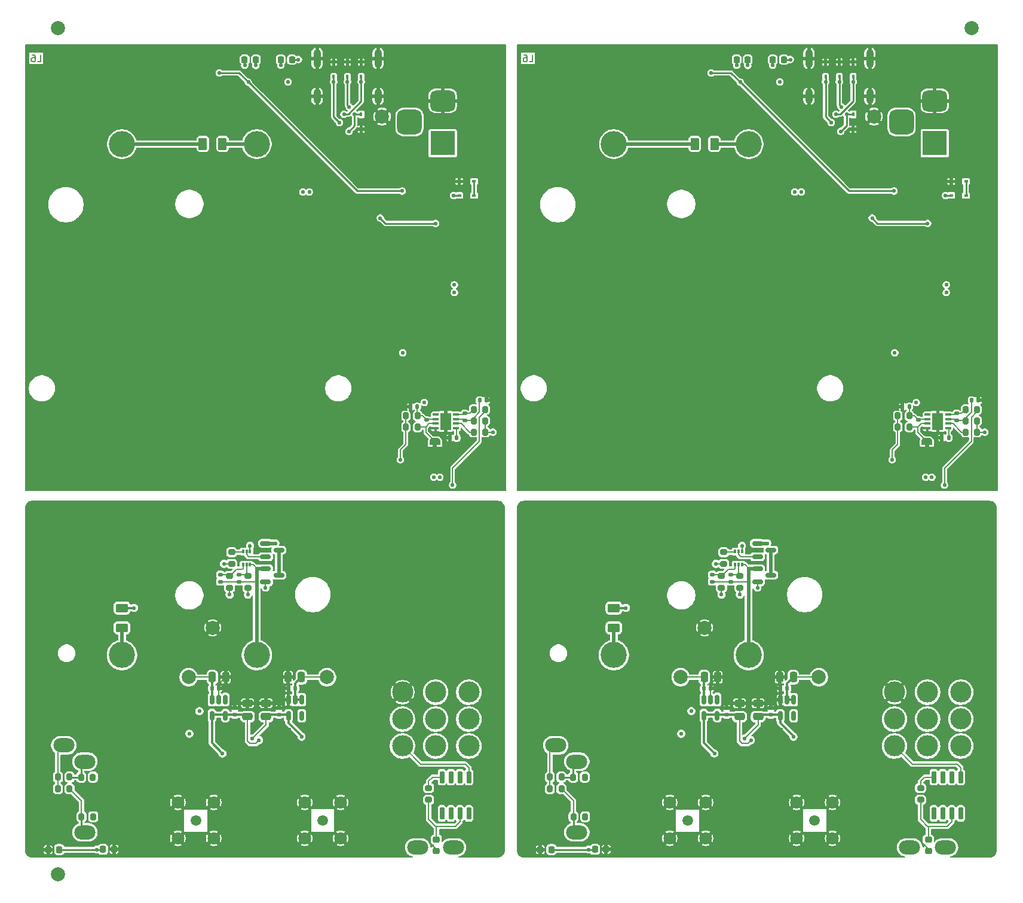
<source format=gbr>
%TF.GenerationSoftware,KiCad,Pcbnew,9.0.2+dfsg-1*%
%TF.CreationDate,2025-07-12T21:44:10+01:00*%
%TF.ProjectId,low-noise-power-probe-panel,6c6f772d-6e6f-4697-9365-2d706f776572,rev?*%
%TF.SameCoordinates,Original*%
%TF.FileFunction,Copper,L6,Bot*%
%TF.FilePolarity,Positive*%
%FSLAX46Y46*%
G04 Gerber Fmt 4.6, Leading zero omitted, Abs format (unit mm)*
G04 Created by KiCad (PCBNEW 9.0.2+dfsg-1) date 2025-07-12 21:44:10*
%MOMM*%
%LPD*%
G01*
G04 APERTURE LIST*
G04 Aperture macros list*
%AMRoundRect*
0 Rectangle with rounded corners*
0 $1 Rounding radius*
0 $2 $3 $4 $5 $6 $7 $8 $9 X,Y pos of 4 corners*
0 Add a 4 corners polygon primitive as box body*
4,1,4,$2,$3,$4,$5,$6,$7,$8,$9,$2,$3,0*
0 Add four circle primitives for the rounded corners*
1,1,$1+$1,$2,$3*
1,1,$1+$1,$4,$5*
1,1,$1+$1,$6,$7*
1,1,$1+$1,$8,$9*
0 Add four rect primitives between the rounded corners*
20,1,$1+$1,$2,$3,$4,$5,0*
20,1,$1+$1,$4,$5,$6,$7,0*
20,1,$1+$1,$6,$7,$8,$9,0*
20,1,$1+$1,$8,$9,$2,$3,0*%
%AMFreePoly0*
4,1,23,0.500000,-0.750000,0.000000,-0.750000,0.000000,-0.745722,-0.065263,-0.745722,-0.191342,-0.711940,-0.304381,-0.646677,-0.396677,-0.554381,-0.461940,-0.441342,-0.495722,-0.315263,-0.495722,-0.250000,-0.500000,-0.250000,-0.500000,0.250000,-0.495722,0.250000,-0.495722,0.315263,-0.461940,0.441342,-0.396677,0.554381,-0.304381,0.646677,-0.191342,0.711940,-0.065263,0.745722,0.000000,0.745722,
0.000000,0.750000,0.500000,0.750000,0.500000,-0.750000,0.500000,-0.750000,$1*%
%AMFreePoly1*
4,1,23,0.000000,0.745722,0.065263,0.745722,0.191342,0.711940,0.304381,0.646677,0.396677,0.554381,0.461940,0.441342,0.495722,0.315263,0.495722,0.250000,0.500000,0.250000,0.500000,-0.250000,0.495722,-0.250000,0.495722,-0.315263,0.461940,-0.441342,0.396677,-0.554381,0.304381,-0.646677,0.191342,-0.711940,0.065263,-0.745722,0.000000,-0.745722,0.000000,-0.750000,-0.500000,-0.750000,
-0.500000,0.750000,0.000000,0.750000,0.000000,0.745722,0.000000,0.745722,$1*%
G04 Aperture macros list end*
%ADD10C,0.150000*%
%TA.AperFunction,NonConductor*%
%ADD11C,0.150000*%
%TD*%
%TA.AperFunction,EtchedComponent*%
%ADD12C,0.000000*%
%TD*%
%TA.AperFunction,ComponentPad*%
%ADD13C,1.500000*%
%TD*%
%TA.AperFunction,ComponentPad*%
%ADD14C,1.800000*%
%TD*%
%TA.AperFunction,ComponentPad*%
%ADD15C,3.700000*%
%TD*%
%TA.AperFunction,ComponentPad*%
%ADD16O,1.100000X2.100000*%
%TD*%
%TA.AperFunction,ComponentPad*%
%ADD17O,1.100000X2.600000*%
%TD*%
%TA.AperFunction,ComponentPad*%
%ADD18O,3.000000X2.000000*%
%TD*%
%TA.AperFunction,ComponentPad*%
%ADD19C,3.000000*%
%TD*%
%TA.AperFunction,ComponentPad*%
%ADD20R,3.500000X3.500000*%
%TD*%
%TA.AperFunction,ComponentPad*%
%ADD21RoundRect,0.750000X-1.000000X0.750000X-1.000000X-0.750000X1.000000X-0.750000X1.000000X0.750000X0*%
%TD*%
%TA.AperFunction,ComponentPad*%
%ADD22RoundRect,0.875000X-0.875000X0.875000X-0.875000X-0.875000X0.875000X-0.875000X0.875000X0.875000X0*%
%TD*%
%TA.AperFunction,SMDPad,CuDef*%
%ADD23RoundRect,0.200000X-0.275000X0.200000X-0.275000X-0.200000X0.275000X-0.200000X0.275000X0.200000X0*%
%TD*%
%TA.AperFunction,SMDPad,CuDef*%
%ADD24RoundRect,0.150000X-0.587500X-0.150000X0.587500X-0.150000X0.587500X0.150000X-0.587500X0.150000X0*%
%TD*%
%TA.AperFunction,SMDPad,CuDef*%
%ADD25RoundRect,0.250000X-0.250000X-0.475000X0.250000X-0.475000X0.250000X0.475000X-0.250000X0.475000X0*%
%TD*%
%TA.AperFunction,SMDPad,CuDef*%
%ADD26RoundRect,0.150000X-0.150000X0.512500X-0.150000X-0.512500X0.150000X-0.512500X0.150000X0.512500X0*%
%TD*%
%TA.AperFunction,SMDPad,CuDef*%
%ADD27RoundRect,0.150000X-0.150000X0.725000X-0.150000X-0.725000X0.150000X-0.725000X0.150000X0.725000X0*%
%TD*%
%TA.AperFunction,SMDPad,CuDef*%
%ADD28RoundRect,0.200000X-0.200000X-0.275000X0.200000X-0.275000X0.200000X0.275000X-0.200000X0.275000X0*%
%TD*%
%TA.AperFunction,SMDPad,CuDef*%
%ADD29C,2.000000*%
%TD*%
%TA.AperFunction,SMDPad,CuDef*%
%ADD30RoundRect,0.140000X0.170000X-0.140000X0.170000X0.140000X-0.170000X0.140000X-0.170000X-0.140000X0*%
%TD*%
%TA.AperFunction,SMDPad,CuDef*%
%ADD31RoundRect,0.218750X-0.218750X-0.256250X0.218750X-0.256250X0.218750X0.256250X-0.218750X0.256250X0*%
%TD*%
%TA.AperFunction,SMDPad,CuDef*%
%ADD32RoundRect,0.140000X-0.170000X0.140000X-0.170000X-0.140000X0.170000X-0.140000X0.170000X0.140000X0*%
%TD*%
%TA.AperFunction,SMDPad,CuDef*%
%ADD33RoundRect,0.250000X-0.475000X0.250000X-0.475000X-0.250000X0.475000X-0.250000X0.475000X0.250000X0*%
%TD*%
%TA.AperFunction,SMDPad,CuDef*%
%ADD34RoundRect,0.250000X0.625000X-0.375000X0.625000X0.375000X-0.625000X0.375000X-0.625000X-0.375000X0*%
%TD*%
%TA.AperFunction,SMDPad,CuDef*%
%ADD35RoundRect,0.250000X0.375000X0.625000X-0.375000X0.625000X-0.375000X-0.625000X0.375000X-0.625000X0*%
%TD*%
%TA.AperFunction,SMDPad,CuDef*%
%ADD36RoundRect,0.140000X-0.140000X-0.170000X0.140000X-0.170000X0.140000X0.170000X-0.140000X0.170000X0*%
%TD*%
%TA.AperFunction,SMDPad,CuDef*%
%ADD37RoundRect,0.087500X0.337500X0.087500X-0.337500X0.087500X-0.337500X-0.087500X0.337500X-0.087500X0*%
%TD*%
%TA.AperFunction,HeatsinkPad*%
%ADD38R,1.650000X2.400000*%
%TD*%
%TA.AperFunction,SMDPad,CuDef*%
%ADD39R,0.600000X0.450000*%
%TD*%
%TA.AperFunction,SMDPad,CuDef*%
%ADD40R,0.450000X0.600000*%
%TD*%
%TA.AperFunction,SMDPad,CuDef*%
%ADD41R,0.300000X0.520000*%
%TD*%
%TA.AperFunction,ComponentPad*%
%ADD42C,2.000000*%
%TD*%
%TA.AperFunction,SMDPad,CuDef*%
%ADD43RoundRect,0.140000X0.140000X0.170000X-0.140000X0.170000X-0.140000X-0.170000X0.140000X-0.170000X0*%
%TD*%
%TA.AperFunction,SMDPad,CuDef*%
%ADD44RoundRect,0.200000X0.200000X0.275000X-0.200000X0.275000X-0.200000X-0.275000X0.200000X-0.275000X0*%
%TD*%
%TA.AperFunction,SMDPad,CuDef*%
%ADD45RoundRect,0.250000X0.475000X-0.250000X0.475000X0.250000X-0.475000X0.250000X-0.475000X-0.250000X0*%
%TD*%
%TA.AperFunction,SMDPad,CuDef*%
%ADD46FreePoly0,90.000000*%
%TD*%
%TA.AperFunction,SMDPad,CuDef*%
%ADD47FreePoly1,90.000000*%
%TD*%
%TA.AperFunction,SMDPad,CuDef*%
%ADD48RoundRect,0.200000X0.275000X-0.200000X0.275000X0.200000X-0.275000X0.200000X-0.275000X-0.200000X0*%
%TD*%
%TA.AperFunction,SMDPad,CuDef*%
%ADD49RoundRect,0.218750X0.256250X-0.218750X0.256250X0.218750X-0.256250X0.218750X-0.256250X-0.218750X0*%
%TD*%
%TA.AperFunction,ViaPad*%
%ADD50C,0.550000*%
%TD*%
%TA.AperFunction,Conductor*%
%ADD51C,0.157000*%
%TD*%
%TA.AperFunction,Conductor*%
%ADD52C,0.300000*%
%TD*%
%TA.AperFunction,Conductor*%
%ADD53C,0.500000*%
%TD*%
%TA.AperFunction,Conductor*%
%ADD54C,0.234000*%
%TD*%
%TA.AperFunction,Conductor*%
%ADD55C,0.152000*%
%TD*%
G04 APERTURE END LIST*
D10*
D11*
X212066666Y-27254819D02*
X212542856Y-27254819D01*
X212542856Y-27254819D02*
X212542856Y-26254819D01*
X211304761Y-26254819D02*
X211495237Y-26254819D01*
X211495237Y-26254819D02*
X211590475Y-26302438D01*
X211590475Y-26302438D02*
X211638094Y-26350057D01*
X211638094Y-26350057D02*
X211733332Y-26492914D01*
X211733332Y-26492914D02*
X211780951Y-26683390D01*
X211780951Y-26683390D02*
X211780951Y-27064342D01*
X211780951Y-27064342D02*
X211733332Y-27159580D01*
X211733332Y-27159580D02*
X211685713Y-27207200D01*
X211685713Y-27207200D02*
X211590475Y-27254819D01*
X211590475Y-27254819D02*
X211399999Y-27254819D01*
X211399999Y-27254819D02*
X211304761Y-27207200D01*
X211304761Y-27207200D02*
X211257142Y-27159580D01*
X211257142Y-27159580D02*
X211209523Y-27064342D01*
X211209523Y-27064342D02*
X211209523Y-26826247D01*
X211209523Y-26826247D02*
X211257142Y-26731009D01*
X211257142Y-26731009D02*
X211304761Y-26683390D01*
X211304761Y-26683390D02*
X211399999Y-26635771D01*
X211399999Y-26635771D02*
X211590475Y-26635771D01*
X211590475Y-26635771D02*
X211685713Y-26683390D01*
X211685713Y-26683390D02*
X211733332Y-26731009D01*
X211733332Y-26731009D02*
X211780951Y-26826247D01*
D10*
D11*
X142366666Y-27254819D02*
X142842856Y-27254819D01*
X142842856Y-27254819D02*
X142842856Y-26254819D01*
X141604761Y-26254819D02*
X141795237Y-26254819D01*
X141795237Y-26254819D02*
X141890475Y-26302438D01*
X141890475Y-26302438D02*
X141938094Y-26350057D01*
X141938094Y-26350057D02*
X142033332Y-26492914D01*
X142033332Y-26492914D02*
X142080951Y-26683390D01*
X142080951Y-26683390D02*
X142080951Y-27064342D01*
X142080951Y-27064342D02*
X142033332Y-27159580D01*
X142033332Y-27159580D02*
X141985713Y-27207200D01*
X141985713Y-27207200D02*
X141890475Y-27254819D01*
X141890475Y-27254819D02*
X141699999Y-27254819D01*
X141699999Y-27254819D02*
X141604761Y-27207200D01*
X141604761Y-27207200D02*
X141557142Y-27159580D01*
X141557142Y-27159580D02*
X141509523Y-27064342D01*
X141509523Y-27064342D02*
X141509523Y-26826247D01*
X141509523Y-26826247D02*
X141557142Y-26731009D01*
X141557142Y-26731009D02*
X141604761Y-26683390D01*
X141604761Y-26683390D02*
X141699999Y-26635771D01*
X141699999Y-26635771D02*
X141890475Y-26635771D01*
X141890475Y-26635771D02*
X141985713Y-26683390D01*
X141985713Y-26683390D02*
X142033332Y-26731009D01*
X142033332Y-26731009D02*
X142080951Y-26826247D01*
D12*
%TA.AperFunction,EtchedComponent*%
%TO.C,JP1*%
G36*
X268700000Y-81925000D02*
G01*
X268100000Y-81925000D01*
X268100000Y-81425000D01*
X268700000Y-81425000D01*
X268700000Y-81925000D01*
G37*
%TD.AperFunction*%
%TA.AperFunction,EtchedComponent*%
G36*
X199000000Y-81925000D02*
G01*
X198400000Y-81925000D01*
X198400000Y-81425000D01*
X199000000Y-81425000D01*
X199000000Y-81925000D01*
G37*
%TD.AperFunction*%
%TD*%
D13*
%TO.P,J2,1,In*%
%TO.N,Board_0-Net-(J2-In)*%
X182800000Y-134625000D03*
D14*
%TO.P,J2,2,Ext*%
%TO.N,Board_0-/PROBE_VGND*%
X185340000Y-137165000D03*
X185340000Y-132085000D03*
X180260000Y-137165000D03*
X180260000Y-132085000D03*
%TD*%
D15*
%TO.P,BT1,1,+*%
%TO.N,Board_0-Net-(BT1A-+)*%
X154350000Y-111250000D03*
%TO.P,BT1,2,-*%
%TO.N,Board_0-/MID_BAT_D*%
X154350000Y-38900000D03*
%TO.P,BT1,3,-*%
%TO.N,Board_0-/-V_BAT_D*%
X173450000Y-111250000D03*
%TO.P,BT1,4,+*%
%TO.N,Board_0-Net-(BT1B-+)*%
X173450000Y-38900000D03*
%TD*%
D13*
%TO.P,J1,1,In*%
%TO.N,Board_1-Net-(J1-In)*%
X234500000Y-134625000D03*
D14*
%TO.P,J1,2,Ext*%
%TO.N,Board_1-/PROBE_VGND*%
X237040000Y-137165000D03*
X237040000Y-132085000D03*
X231960000Y-137165000D03*
X231960000Y-132085000D03*
%TD*%
D16*
%TO.P,J4,S1,SHIELD*%
%TO.N,Board_0-/USB_VGND*%
X190629483Y-32125000D03*
D17*
X190629483Y-26765000D03*
D16*
X181989483Y-32125000D03*
D17*
X181989483Y-26765000D03*
%TD*%
D18*
%TO.P,RV1,1,1*%
%TO.N,Board_1-Net-(R16-Pad2)*%
X218800000Y-136325000D03*
%TO.P,RV1,2,2*%
%TO.N,Board_1-Net-(R25-Pad1)*%
X215800000Y-124025000D03*
%TO.P,RV1,3,3*%
%TO.N,Board_1-Net-(R17-Pad1)*%
X218800000Y-126325000D03*
%TD*%
D13*
%TO.P,J2,1,In*%
%TO.N,Board_1-Net-(J2-In)*%
X252500000Y-134625000D03*
D14*
%TO.P,J2,2,Ext*%
%TO.N,Board_1-/PROBE_VGND*%
X255040000Y-137165000D03*
X255040000Y-132085000D03*
X249960000Y-137165000D03*
X249960000Y-132085000D03*
%TD*%
D15*
%TO.P,BT1,1,+*%
%TO.N,Board_1-Net-(BT1A-+)*%
X224050000Y-111250000D03*
%TO.P,BT1,2,-*%
%TO.N,Board_1-/MID_BAT_D*%
X224050000Y-38900000D03*
%TO.P,BT1,3,-*%
%TO.N,Board_1-/-V_BAT_D*%
X243150000Y-111250000D03*
%TO.P,BT1,4,+*%
%TO.N,Board_1-Net-(BT1B-+)*%
X243150000Y-38900000D03*
%TD*%
D16*
%TO.P,J4,S1,SHIELD*%
%TO.N,Board_1-/USB_VGND*%
X260329483Y-32125000D03*
D17*
X260329483Y-26765000D03*
D16*
X251689483Y-32125000D03*
D17*
X251689483Y-26765000D03*
%TD*%
D19*
%TO.P,SW1,1,A*%
%TO.N,Board_1-/+V_BATCHG*%
X273200000Y-124120000D03*
%TO.P,SW1,2,B*%
%TO.N,Board_1-/+V_BAT_D*%
X268500000Y-124120000D03*
%TO.P,SW1,3,C*%
%TO.N,Board_1-/+V_BAT*%
X263800000Y-124120000D03*
%TO.P,SW1,4,A*%
%TO.N,Board_1-/USB_VGND*%
X273200000Y-120310000D03*
%TO.P,SW1,5,B*%
%TO.N,Board_1-/-V_BAT_L*%
X268500000Y-120310000D03*
%TO.P,SW1,6,C*%
%TO.N,Board_1-/-V_BAT*%
X263800000Y-120310000D03*
%TO.P,SW1,7,A*%
%TO.N,Board_1-/MID_BATCHG*%
X273200000Y-116500000D03*
%TO.P,SW1,8,B*%
%TO.N,Board_1-/MID_BAT_D*%
X268500000Y-116500000D03*
%TO.P,SW1,9,C*%
%TO.N,Board_1-/PROBE_VGND*%
X263800000Y-116500000D03*
D18*
%TO.P,SW1,10*%
%TO.N,N/C*%
X265960000Y-138470000D03*
%TO.P,SW1,11*%
X271040000Y-138470000D03*
%TD*%
D19*
%TO.P,SW1,1,A*%
%TO.N,Board_0-/+V_BATCHG*%
X203500000Y-124120000D03*
%TO.P,SW1,2,B*%
%TO.N,Board_0-/+V_BAT_D*%
X198800000Y-124120000D03*
%TO.P,SW1,3,C*%
%TO.N,Board_0-/+V_BAT*%
X194100000Y-124120000D03*
%TO.P,SW1,4,A*%
%TO.N,Board_0-/USB_VGND*%
X203500000Y-120310000D03*
%TO.P,SW1,5,B*%
%TO.N,Board_0-/-V_BAT_L*%
X198800000Y-120310000D03*
%TO.P,SW1,6,C*%
%TO.N,Board_0-/-V_BAT*%
X194100000Y-120310000D03*
%TO.P,SW1,7,A*%
%TO.N,Board_0-/MID_BATCHG*%
X203500000Y-116500000D03*
%TO.P,SW1,8,B*%
%TO.N,Board_0-/MID_BAT_D*%
X198800000Y-116500000D03*
%TO.P,SW1,9,C*%
%TO.N,Board_0-/PROBE_VGND*%
X194100000Y-116500000D03*
D18*
%TO.P,SW1,10*%
%TO.N,N/C*%
X196260000Y-138470000D03*
%TO.P,SW1,11*%
X201340000Y-138470000D03*
%TD*%
%TO.P,RV1,1,1*%
%TO.N,Board_0-Net-(R16-Pad2)*%
X149100000Y-136325000D03*
%TO.P,RV1,2,2*%
%TO.N,Board_0-Net-(R25-Pad1)*%
X146100000Y-124025000D03*
%TO.P,RV1,3,3*%
%TO.N,Board_0-Net-(R17-Pad1)*%
X149100000Y-126325000D03*
%TD*%
D20*
%TO.P,J3,1*%
%TO.N,Board_1-Net-(F1-Pad1)*%
X269500000Y-38775000D03*
D21*
%TO.P,J3,2*%
%TO.N,Board_1-/USB_VGND*%
X269500000Y-32775000D03*
D22*
%TO.P,J3,3*%
%TO.N,Board_1-unconnected-(J3-Pad3)*%
X264800000Y-35775000D03*
%TD*%
D20*
%TO.P,J3,1*%
%TO.N,Board_0-Net-(F1-Pad1)*%
X199800000Y-38775000D03*
D21*
%TO.P,J3,2*%
%TO.N,Board_0-/USB_VGND*%
X199800000Y-32775000D03*
D22*
%TO.P,J3,3*%
%TO.N,Board_0-unconnected-(J3-Pad3)*%
X195100000Y-35775000D03*
%TD*%
D13*
%TO.P,J1,1,In*%
%TO.N,Board_0-Net-(J1-In)*%
X164800000Y-134625000D03*
D14*
%TO.P,J1,2,Ext*%
%TO.N,Board_0-/PROBE_VGND*%
X167340000Y-137165000D03*
X167340000Y-132085000D03*
X162260000Y-137165000D03*
X162260000Y-132085000D03*
%TD*%
D23*
%TO.P,R33,1*%
%TO.N,Board_0-Net-(U10-VC)*%
X169600000Y-100035000D03*
%TO.P,R33,2*%
%TO.N,Board_0-/MID_BAT_D*%
X169600000Y-101685000D03*
%TD*%
D24*
%TO.P,Q2,1,G*%
%TO.N,Board_1-Net-(Q2-G)*%
X244400000Y-100885000D03*
%TO.P,Q2,2,S*%
%TO.N,Board_1-/-V_BAT_D*%
X244400000Y-98985000D03*
%TO.P,Q2,3,D*%
%TO.N,Board_1-Net-(Q2-D)*%
X246275000Y-99935000D03*
%TD*%
D25*
%TO.P,C5,1*%
%TO.N,Board_0-/+V_BAT*%
X167150000Y-114375000D03*
%TO.P,C5,2*%
%TO.N,Board_0-/PROBE_VGND*%
X169050000Y-114375000D03*
%TD*%
D26*
%TO.P,U5,1,GND*%
%TO.N,Board_0-/PROBE_VGND*%
X177925000Y-117562500D03*
%TO.P,U5,2,VIN*%
%TO.N,Board_0-/-V_BAT*%
X178875000Y-117562500D03*
%TO.P,U5,3,EN*%
X179825000Y-117562500D03*
%TO.P,U5,4,NC*%
%TO.N,Board_0-unconnected-(U5-NC-Pad4)*%
X179825000Y-119837500D03*
%TO.P,U5,5,VOUT*%
%TO.N,Board_0--2V5*%
X177925000Y-119837500D03*
%TD*%
D27*
%TO.P,U7,1*%
%TO.N,Board_1-Net-(R20-Pad2)*%
X269395000Y-128525000D03*
%TO.P,U7,2*%
%TO.N,Board_1-unconnected-(U7-Pad2)*%
X270665000Y-128525000D03*
%TO.P,U7,3*%
%TO.N,Board_1-unconnected-(U7-Pad3)*%
X271935000Y-128525000D03*
%TO.P,U7,4*%
%TO.N,Board_1-/+V_BAT*%
X273205000Y-128525000D03*
%TO.P,U7,5*%
%TO.N,Board_1-unconnected-(U7-Pad5)*%
X273205000Y-133675000D03*
%TO.P,U7,6*%
%TO.N,Board_1-Net-(D6-A)*%
X271935000Y-133675000D03*
%TO.P,U7,7*%
%TO.N,Board_1-unconnected-(U7-Pad7)*%
X270665000Y-133675000D03*
%TO.P,U7,8*%
%TO.N,Board_1-unconnected-(U7-Pad8)*%
X269395000Y-133675000D03*
%TD*%
D23*
%TO.P,R32,1*%
%TO.N,Board_0-Net-(U10-VDD)*%
X172200000Y-100035000D03*
%TO.P,R32,2*%
%TO.N,Board_0-/+V_BAT_D*%
X172200000Y-101685000D03*
%TD*%
D28*
%TO.P,R27,1*%
%TO.N,Board_0-/BAL_VC2*%
X204175000Y-76475000D03*
%TO.P,R27,2*%
%TO.N,Board_0-/+V_BATCHG*%
X205825000Y-76475000D03*
%TD*%
D25*
%TO.P,C10,1*%
%TO.N,Board_1-/PROBE_VGND*%
X247575000Y-114375000D03*
%TO.P,C10,2*%
%TO.N,Board_1-/-V_BAT*%
X249475000Y-114375000D03*
%TD*%
D29*
%TO.P,KiKit_FID_B_1,*%
%TO.N,*%
X145300000Y-22500000D03*
%TD*%
D30*
%TO.P,C17,1*%
%TO.N,Board_0-/BAL_VC1*%
X202900000Y-77985000D03*
%TO.P,C17,2*%
%TO.N,Board_0-/BAL_VC2*%
X202900000Y-77025000D03*
%TD*%
%TO.P,C13,1*%
%TO.N,Board_0--2V5*%
X176575000Y-119680000D03*
%TO.P,C13,2*%
%TO.N,Board_0-/PROBE_VGND*%
X176575000Y-118720000D03*
%TD*%
D28*
%TO.P,R34,1*%
%TO.N,Board_1-Net-(R25-Pad1)*%
X214975000Y-128515000D03*
%TO.P,R34,2*%
%TO.N,Board_1-Net-(R17-Pad1)*%
X216625000Y-128515000D03*
%TD*%
D31*
%TO.P,D3,1,K*%
%TO.N,Board_0-/PROBE_VGND*%
X143912500Y-138775000D03*
%TO.P,D3,2,A*%
%TO.N,Board_0-Net-(D3-A)*%
X145487500Y-138775000D03*
%TD*%
D32*
%TO.P,C18,1*%
%TO.N,Board_0-/USB_VGND*%
X197500000Y-77015000D03*
%TO.P,C18,2*%
%TO.N,Board_0-/BAL_VDD*%
X197500000Y-77975000D03*
%TD*%
D28*
%TO.P,R25,1*%
%TO.N,Board_0-Net-(R25-Pad1)*%
X145275000Y-130175000D03*
%TO.P,R25,2*%
%TO.N,Board_0-Net-(R16-Pad2)*%
X146925000Y-130175000D03*
%TD*%
D33*
%TO.P,C12,1*%
%TO.N,Board_0-/PROBE_VGND*%
X174775000Y-118050000D03*
%TO.P,C12,2*%
%TO.N,Board_0--2V5*%
X174775000Y-119950000D03*
%TD*%
D34*
%TO.P,F3,1*%
%TO.N,Board_1-Net-(BT1A-+)*%
X224050000Y-107375000D03*
%TO.P,F3,2*%
%TO.N,Board_1-/+V_BAT_D*%
X224050000Y-104575000D03*
%TD*%
D28*
%TO.P,R28,1*%
%TO.N,Board_1-/BAL_VC1*%
X273875000Y-78075000D03*
%TO.P,R28,2*%
%TO.N,Board_1-/MID_BATCHG*%
X275525000Y-78075000D03*
%TD*%
D35*
%TO.P,F4,1*%
%TO.N,Board_0-Net-(BT1B-+)*%
X168600000Y-38875000D03*
%TO.P,F4,2*%
%TO.N,Board_0-/MID_BAT_D*%
X165800000Y-38875000D03*
%TD*%
D28*
%TO.P,R17,1*%
%TO.N,Board_1-Net-(R17-Pad1)*%
X218275000Y-128525000D03*
%TO.P,R17,2*%
%TO.N,Board_1-+2V5*%
X219925000Y-128525000D03*
%TD*%
D36*
%TO.P,C15,1*%
%TO.N,Board_1-/USB_VGND*%
X264940000Y-76075000D03*
%TO.P,C15,2*%
%TO.N,Board_1-/BAL_VDD*%
X265900000Y-76075000D03*
%TD*%
D26*
%TO.P,U5,1,GND*%
%TO.N,Board_1-/PROBE_VGND*%
X247625000Y-117562500D03*
%TO.P,U5,2,VIN*%
%TO.N,Board_1-/-V_BAT*%
X248575000Y-117562500D03*
%TO.P,U5,3,EN*%
X249525000Y-117562500D03*
%TO.P,U5,4,NC*%
%TO.N,Board_1-unconnected-(U5-NC-Pad4)*%
X249525000Y-119837500D03*
%TO.P,U5,5,VOUT*%
%TO.N,Board_1--2V5*%
X247625000Y-119837500D03*
%TD*%
D37*
%TO.P,U9,1,VC2*%
%TO.N,Board_0-/BAL_VC2*%
X201700000Y-77175000D03*
%TO.P,U9,2,VC1*%
%TO.N,Board_0-/BAL_VC1*%
X201700000Y-77825000D03*
%TO.P,U9,3,VC1_CB*%
%TO.N,Board_0-/BAL_VC1_CB*%
X201700000Y-78475000D03*
%TO.P,U9,4,CD*%
%TO.N,Board_0-Net-(U9-CD)*%
X201700000Y-79125000D03*
%TO.P,U9,5,GND*%
%TO.N,Board_0-/USB_VGND*%
X198800000Y-79125000D03*
%TO.P,U9,6,~{CB_EN}*%
%TO.N,Board_0-/BAL_CB_EN*%
X198800000Y-78475000D03*
%TO.P,U9,7,VDD*%
%TO.N,Board_0-/BAL_VDD*%
X198800000Y-77825000D03*
%TO.P,U9,8,OUT*%
%TO.N,Board_0-unconnected-(U9-OUT-Pad8)*%
X198800000Y-77175000D03*
D38*
%TO.P,U9,9,PAD*%
%TO.N,Board_0-/USB_VGND*%
X200250000Y-78150000D03*
%TD*%
D39*
%TO.P,D15,1,K*%
%TO.N,Board_0-Net-(D13-K)*%
X204250000Y-46175000D03*
%TO.P,D15,2,A*%
%TO.N,Board_0-Net-(D15-A)*%
X202150000Y-46175000D03*
%TD*%
D31*
%TO.P,D1,1,K*%
%TO.N,Board_1-Net-(D1-K)*%
X241437500Y-26925000D03*
%TO.P,D1,2,A*%
%TO.N,Board_1-Net-(D1-A)*%
X243012500Y-26925000D03*
%TD*%
D39*
%TO.P,D15,1,K*%
%TO.N,Board_1-Net-(D13-K)*%
X273950000Y-46175000D03*
%TO.P,D15,2,A*%
%TO.N,Board_1-Net-(D15-A)*%
X271850000Y-46175000D03*
%TD*%
D26*
%TO.P,U3,1,VIN*%
%TO.N,Board_1-/+V_BAT*%
X236800000Y-117537500D03*
%TO.P,U3,2,GND*%
%TO.N,Board_1-/PROBE_VGND*%
X237750000Y-117537500D03*
%TO.P,U3,3,EN*%
%TO.N,Board_1-/+V_BAT*%
X238700000Y-117537500D03*
%TO.P,U3,4,SENSE/ADJ*%
%TO.N,Board_1-+2V5*%
X238700000Y-119812500D03*
%TO.P,U3,5,VOUT*%
X236800000Y-119812500D03*
%TD*%
D30*
%TO.P,C17,1*%
%TO.N,Board_1-/BAL_VC1*%
X272600000Y-77985000D03*
%TO.P,C17,2*%
%TO.N,Board_1-/BAL_VC2*%
X272600000Y-77025000D03*
%TD*%
D23*
%TO.P,R33,1*%
%TO.N,Board_1-Net-(U10-VC)*%
X239300000Y-100035000D03*
%TO.P,R33,2*%
%TO.N,Board_1-/MID_BAT_D*%
X239300000Y-101685000D03*
%TD*%
D40*
%TO.P,D10,1,K*%
%TO.N,Board_1-/USB_CC2*%
X254050000Y-29375000D03*
%TO.P,D10,2,A*%
%TO.N,Board_1-/USB_VGND*%
X254050000Y-27275000D03*
%TD*%
D31*
%TO.P,D4,1,K*%
%TO.N,Board_0-Net-(D3-A)*%
X151662500Y-138750000D03*
%TO.P,D4,2,A*%
%TO.N,Board_0-/PROBE_VGND*%
X153237500Y-138750000D03*
%TD*%
D25*
%TO.P,C5,1*%
%TO.N,Board_1-/+V_BAT*%
X236850000Y-114375000D03*
%TO.P,C5,2*%
%TO.N,Board_1-/PROBE_VGND*%
X238750000Y-114375000D03*
%TD*%
D24*
%TO.P,Q3,1,G*%
%TO.N,Board_1-Net-(Q3-G)*%
X244400000Y-97325000D03*
%TO.P,Q3,2,S*%
%TO.N,Board_1-/-V_BAT_L*%
X244400000Y-95425000D03*
%TO.P,Q3,3,D*%
%TO.N,Board_1-Net-(Q2-D)*%
X246275000Y-96375000D03*
%TD*%
D36*
%TO.P,C2,1*%
%TO.N,Board_0-/USB_VGND*%
X200820000Y-80475000D03*
%TO.P,C2,2*%
%TO.N,Board_0-Net-(U9-CD)*%
X201780000Y-80475000D03*
%TD*%
D41*
%TO.P,U10,1,VM*%
%TO.N,Board_0-Net-(U10-VM)*%
X171500000Y-96585000D03*
%TO.P,U10,2,CO*%
%TO.N,Board_0-Net-(Q3-G)*%
X172000000Y-96585000D03*
%TO.P,U10,3,DO*%
%TO.N,Board_0-Net-(Q2-G)*%
X172500000Y-96585000D03*
%TO.P,U10,4,VSS*%
%TO.N,Board_0-/-V_BAT_D*%
X172500000Y-98465000D03*
%TO.P,U10,5,VDD*%
%TO.N,Board_0-Net-(U10-VDD)*%
X172000000Y-98465000D03*
%TO.P,U10,6,VC*%
%TO.N,Board_0-Net-(U10-VC)*%
X171500000Y-98465000D03*
%TD*%
D42*
%TO.P,TP21,1,1*%
%TO.N,Board_0-/USB_VGND*%
X191200000Y-35000000D03*
%TD*%
D40*
%TO.P,D11,1,K*%
%TO.N,Board_0-/USB_D-*%
X188250000Y-29375000D03*
%TO.P,D11,2,A*%
%TO.N,Board_0-/USB_VGND*%
X188250000Y-27275000D03*
%TD*%
D28*
%TO.P,R29,1*%
%TO.N,Board_1-/BAL_VC1_CB*%
X273875000Y-79675000D03*
%TO.P,R29,2*%
%TO.N,Board_1-/MID_BATCHG*%
X275525000Y-79675000D03*
%TD*%
D40*
%TO.P,D9,1,K*%
%TO.N,Board_1-/USB_CC1*%
X257950000Y-34675000D03*
%TO.P,D9,2,A*%
%TO.N,Board_1-/USB_VGND*%
X257950000Y-36775000D03*
%TD*%
D37*
%TO.P,U9,1,VC2*%
%TO.N,Board_1-/BAL_VC2*%
X271400000Y-77175000D03*
%TO.P,U9,2,VC1*%
%TO.N,Board_1-/BAL_VC1*%
X271400000Y-77825000D03*
%TO.P,U9,3,VC1_CB*%
%TO.N,Board_1-/BAL_VC1_CB*%
X271400000Y-78475000D03*
%TO.P,U9,4,CD*%
%TO.N,Board_1-Net-(U9-CD)*%
X271400000Y-79125000D03*
%TO.P,U9,5,GND*%
%TO.N,Board_1-/USB_VGND*%
X268500000Y-79125000D03*
%TO.P,U9,6,~{CB_EN}*%
%TO.N,Board_1-/BAL_CB_EN*%
X268500000Y-78475000D03*
%TO.P,U9,7,VDD*%
%TO.N,Board_1-/BAL_VDD*%
X268500000Y-77825000D03*
%TO.P,U9,8,OUT*%
%TO.N,Board_1-unconnected-(U9-OUT-Pad8)*%
X268500000Y-77175000D03*
D38*
%TO.P,U9,9,PAD*%
%TO.N,Board_1-/USB_VGND*%
X269950000Y-78150000D03*
%TD*%
D43*
%TO.P,C11,1*%
%TO.N,Board_1-/-V_BAT*%
X248605000Y-115975000D03*
%TO.P,C11,2*%
%TO.N,Board_1-/PROBE_VGND*%
X247645000Y-115975000D03*
%TD*%
D23*
%TO.P,R31,1*%
%TO.N,Board_0-Net-(U10-VM)*%
X169900000Y-96675000D03*
%TO.P,R31,2*%
%TO.N,Board_0-/-V_BAT_L*%
X169900000Y-98325000D03*
%TD*%
D30*
%TO.P,C23,1*%
%TO.N,Board_0-/-V_BAT_D*%
X170900000Y-100840000D03*
%TO.P,C23,2*%
%TO.N,Board_0-Net-(U10-VDD)*%
X170900000Y-99880000D03*
%TD*%
D29*
%TO.P,TP3,1,1*%
%TO.N,Board_0-/+V_BAT*%
X163800000Y-114375000D03*
%TD*%
D44*
%TO.P,R16,1*%
%TO.N,Board_1--2V5*%
X219975000Y-134125000D03*
%TO.P,R16,2*%
%TO.N,Board_1-Net-(R16-Pad2)*%
X218325000Y-134125000D03*
%TD*%
D40*
%TO.P,D9,1,K*%
%TO.N,Board_0-/USB_CC1*%
X188250000Y-34675000D03*
%TO.P,D9,2,A*%
%TO.N,Board_0-/USB_VGND*%
X188250000Y-36775000D03*
%TD*%
%TO.P,D12,1,K*%
%TO.N,Board_0-/USB_D+*%
X186300000Y-29375000D03*
%TO.P,D12,2,A*%
%TO.N,Board_0-/USB_VGND*%
X186300000Y-27275000D03*
%TD*%
D24*
%TO.P,Q3,1,G*%
%TO.N,Board_0-Net-(Q3-G)*%
X174700000Y-97325000D03*
%TO.P,Q3,2,S*%
%TO.N,Board_0-/-V_BAT_L*%
X174700000Y-95425000D03*
%TO.P,Q3,3,D*%
%TO.N,Board_0-Net-(Q2-D)*%
X176575000Y-96375000D03*
%TD*%
D36*
%TO.P,C2,1*%
%TO.N,Board_1-/USB_VGND*%
X270520000Y-80475000D03*
%TO.P,C2,2*%
%TO.N,Board_1-Net-(U9-CD)*%
X271480000Y-80475000D03*
%TD*%
D29*
%TO.P,KiKit_FID_B_2,*%
%TO.N,*%
X274700000Y-22500000D03*
%TD*%
D40*
%TO.P,D11,1,K*%
%TO.N,Board_1-/USB_D-*%
X257950000Y-29375000D03*
%TO.P,D11,2,A*%
%TO.N,Board_1-/USB_VGND*%
X257950000Y-27275000D03*
%TD*%
D43*
%TO.P,C6,1*%
%TO.N,Board_0-/PROBE_VGND*%
X168080000Y-115975000D03*
%TO.P,C6,2*%
%TO.N,Board_0-/+V_BAT*%
X167120000Y-115975000D03*
%TD*%
D36*
%TO.P,C15,1*%
%TO.N,Board_0-/USB_VGND*%
X195240000Y-76075000D03*
%TO.P,C15,2*%
%TO.N,Board_0-/BAL_VDD*%
X196200000Y-76075000D03*
%TD*%
D29*
%TO.P,KiKit_FID_B_3,*%
%TO.N,*%
X145300000Y-142300000D03*
%TD*%
D32*
%TO.P,C18,1*%
%TO.N,Board_1-/USB_VGND*%
X267200000Y-77015000D03*
%TO.P,C18,2*%
%TO.N,Board_1-/BAL_VDD*%
X267200000Y-77975000D03*
%TD*%
D28*
%TO.P,R29,1*%
%TO.N,Board_0-/BAL_VC1_CB*%
X204175000Y-79675000D03*
%TO.P,R29,2*%
%TO.N,Board_0-/MID_BATCHG*%
X205825000Y-79675000D03*
%TD*%
D43*
%TO.P,C16,1*%
%TO.N,Board_1-/USB_VGND*%
X275680000Y-75175000D03*
%TO.P,C16,2*%
%TO.N,Board_1-/BAL_VC1*%
X274720000Y-75175000D03*
%TD*%
D39*
%TO.P,D13,1,K*%
%TO.N,Board_1-Net-(D13-K)*%
X273950000Y-44175000D03*
%TO.P,D13,2,A*%
%TO.N,Board_1-/USB_VGND*%
X271850000Y-44175000D03*
%TD*%
D23*
%TO.P,R31,1*%
%TO.N,Board_1-Net-(U10-VM)*%
X239600000Y-96675000D03*
%TO.P,R31,2*%
%TO.N,Board_1-/-V_BAT_L*%
X239600000Y-98325000D03*
%TD*%
D45*
%TO.P,C7,1*%
%TO.N,Board_1-+2V5*%
X241850000Y-119950000D03*
%TO.P,C7,2*%
%TO.N,Board_1-/PROBE_VGND*%
X241850000Y-118050000D03*
%TD*%
D40*
%TO.P,D10,1,K*%
%TO.N,Board_0-/USB_CC2*%
X184350000Y-29375000D03*
%TO.P,D10,2,A*%
%TO.N,Board_0-/USB_VGND*%
X184350000Y-27275000D03*
%TD*%
D34*
%TO.P,F3,1*%
%TO.N,Board_0-Net-(BT1A-+)*%
X154350000Y-107375000D03*
%TO.P,F3,2*%
%TO.N,Board_0-/+V_BAT_D*%
X154350000Y-104575000D03*
%TD*%
D29*
%TO.P,TP3,1,1*%
%TO.N,Board_1-/+V_BAT*%
X233500000Y-114375000D03*
%TD*%
%TO.P,TP7,1,1*%
%TO.N,Board_1-/PROBE_VGND*%
X236900000Y-107375000D03*
%TD*%
%TO.P,TP8,1,1*%
%TO.N,Board_0-/-V_BAT*%
X183400000Y-114375000D03*
%TD*%
D28*
%TO.P,R17,1*%
%TO.N,Board_0-Net-(R17-Pad1)*%
X148575000Y-128525000D03*
%TO.P,R17,2*%
%TO.N,Board_0-+2V5*%
X150225000Y-128525000D03*
%TD*%
D24*
%TO.P,Q2,1,G*%
%TO.N,Board_0-Net-(Q2-G)*%
X174700000Y-100885000D03*
%TO.P,Q2,2,S*%
%TO.N,Board_0-/-V_BAT_D*%
X174700000Y-98985000D03*
%TO.P,Q2,3,D*%
%TO.N,Board_0-Net-(Q2-D)*%
X176575000Y-99935000D03*
%TD*%
D40*
%TO.P,D12,1,K*%
%TO.N,Board_1-/USB_D+*%
X256000000Y-29375000D03*
%TO.P,D12,2,A*%
%TO.N,Board_1-/USB_VGND*%
X256000000Y-27275000D03*
%TD*%
D42*
%TO.P,TP21,1,1*%
%TO.N,Board_1-/USB_VGND*%
X260900000Y-35000000D03*
%TD*%
D31*
%TO.P,D5,1,K*%
%TO.N,Board_1-Net-(D5-K)*%
X246562500Y-26925000D03*
%TO.P,D5,2,A*%
%TO.N,Board_1-/V_UNREG*%
X248137500Y-26925000D03*
%TD*%
D44*
%TO.P,R11,1*%
%TO.N,Board_1-/BAL_VDD*%
X265925000Y-77375000D03*
%TO.P,R11,2*%
%TO.N,Board_1-/+V_BATCHG*%
X264275000Y-77375000D03*
%TD*%
D32*
%TO.P,C8,1*%
%TO.N,Board_0-/PROBE_VGND*%
X170350000Y-118720000D03*
%TO.P,C8,2*%
%TO.N,Board_0-+2V5*%
X170350000Y-119680000D03*
%TD*%
D44*
%TO.P,R30,1*%
%TO.N,Board_1-/BAL_CB_EN*%
X265925000Y-78975000D03*
%TO.P,R30,2*%
%TO.N,Board_1-/+V_BATCHG*%
X264275000Y-78975000D03*
%TD*%
D31*
%TO.P,D3,1,K*%
%TO.N,Board_1-/PROBE_VGND*%
X213612500Y-138775000D03*
%TO.P,D3,2,A*%
%TO.N,Board_1-Net-(D3-A)*%
X215187500Y-138775000D03*
%TD*%
D29*
%TO.P,TP7,1,1*%
%TO.N,Board_0-/PROBE_VGND*%
X167200000Y-107375000D03*
%TD*%
D45*
%TO.P,C7,1*%
%TO.N,Board_0-+2V5*%
X172150000Y-119950000D03*
%TO.P,C7,2*%
%TO.N,Board_0-/PROBE_VGND*%
X172150000Y-118050000D03*
%TD*%
D46*
%TO.P,JP1,1,A*%
%TO.N,Board_1-/USB_VGND*%
X268400000Y-82325000D03*
D47*
%TO.P,JP1,2,B*%
%TO.N,Board_1-/BAL_CB_EN*%
X268400000Y-81025000D03*
%TD*%
D35*
%TO.P,F4,1*%
%TO.N,Board_1-Net-(BT1B-+)*%
X238300000Y-38875000D03*
%TO.P,F4,2*%
%TO.N,Board_1-/MID_BAT_D*%
X235500000Y-38875000D03*
%TD*%
D27*
%TO.P,U7,1*%
%TO.N,Board_0-Net-(R20-Pad2)*%
X199695000Y-128525000D03*
%TO.P,U7,2*%
%TO.N,Board_0-unconnected-(U7-Pad2)*%
X200965000Y-128525000D03*
%TO.P,U7,3*%
%TO.N,Board_0-unconnected-(U7-Pad3)*%
X202235000Y-128525000D03*
%TO.P,U7,4*%
%TO.N,Board_0-/+V_BAT*%
X203505000Y-128525000D03*
%TO.P,U7,5*%
%TO.N,Board_0-unconnected-(U7-Pad5)*%
X203505000Y-133675000D03*
%TO.P,U7,6*%
%TO.N,Board_0-Net-(D6-A)*%
X202235000Y-133675000D03*
%TO.P,U7,7*%
%TO.N,Board_0-unconnected-(U7-Pad7)*%
X200965000Y-133675000D03*
%TO.P,U7,8*%
%TO.N,Board_0-unconnected-(U7-Pad8)*%
X199695000Y-133675000D03*
%TD*%
D31*
%TO.P,D1,1,K*%
%TO.N,Board_0-Net-(D1-K)*%
X171737500Y-26925000D03*
%TO.P,D1,2,A*%
%TO.N,Board_0-Net-(D1-A)*%
X173312500Y-26925000D03*
%TD*%
D23*
%TO.P,R32,1*%
%TO.N,Board_1-Net-(U10-VDD)*%
X241900000Y-100035000D03*
%TO.P,R32,2*%
%TO.N,Board_1-/+V_BAT_D*%
X241900000Y-101685000D03*
%TD*%
D28*
%TO.P,R28,1*%
%TO.N,Board_0-/BAL_VC1*%
X204175000Y-78075000D03*
%TO.P,R28,2*%
%TO.N,Board_0-/MID_BATCHG*%
X205825000Y-78075000D03*
%TD*%
%TO.P,R27,1*%
%TO.N,Board_1-/BAL_VC2*%
X273875000Y-76475000D03*
%TO.P,R27,2*%
%TO.N,Board_1-/+V_BATCHG*%
X275525000Y-76475000D03*
%TD*%
D39*
%TO.P,D13,1,K*%
%TO.N,Board_0-Net-(D13-K)*%
X204250000Y-44175000D03*
%TO.P,D13,2,A*%
%TO.N,Board_0-/USB_VGND*%
X202150000Y-44175000D03*
%TD*%
D33*
%TO.P,C12,1*%
%TO.N,Board_1-/PROBE_VGND*%
X244475000Y-118050000D03*
%TO.P,C12,2*%
%TO.N,Board_1--2V5*%
X244475000Y-119950000D03*
%TD*%
D31*
%TO.P,D4,1,K*%
%TO.N,Board_1-Net-(D3-A)*%
X221362500Y-138750000D03*
%TO.P,D4,2,A*%
%TO.N,Board_1-/PROBE_VGND*%
X222937500Y-138750000D03*
%TD*%
D30*
%TO.P,C13,1*%
%TO.N,Board_1--2V5*%
X246275000Y-119680000D03*
%TO.P,C13,2*%
%TO.N,Board_1-/PROBE_VGND*%
X246275000Y-118720000D03*
%TD*%
D43*
%TO.P,C11,1*%
%TO.N,Board_0-/-V_BAT*%
X178905000Y-115975000D03*
%TO.P,C11,2*%
%TO.N,Board_0-/PROBE_VGND*%
X177945000Y-115975000D03*
%TD*%
%TO.P,C16,1*%
%TO.N,Board_0-/USB_VGND*%
X205980000Y-75175000D03*
%TO.P,C16,2*%
%TO.N,Board_0-/BAL_VC1*%
X205020000Y-75175000D03*
%TD*%
D31*
%TO.P,D5,1,K*%
%TO.N,Board_0-Net-(D5-K)*%
X176862500Y-26925000D03*
%TO.P,D5,2,A*%
%TO.N,Board_0-/V_UNREG*%
X178437500Y-26925000D03*
%TD*%
D30*
%TO.P,C23,1*%
%TO.N,Board_1-/-V_BAT_D*%
X240600000Y-100840000D03*
%TO.P,C23,2*%
%TO.N,Board_1-Net-(U10-VDD)*%
X240600000Y-99880000D03*
%TD*%
D48*
%TO.P,R20,1*%
%TO.N,Board_1-Net-(D6-A)*%
X267500000Y-131725000D03*
%TO.P,R20,2*%
%TO.N,Board_1-Net-(R20-Pad2)*%
X267500000Y-130075000D03*
%TD*%
D30*
%TO.P,C20,1*%
%TO.N,Board_0-/-V_BAT_D*%
X168300000Y-100840000D03*
%TO.P,C20,2*%
%TO.N,Board_0-Net-(U10-VC)*%
X168300000Y-99880000D03*
%TD*%
D46*
%TO.P,JP1,1,A*%
%TO.N,Board_0-/USB_VGND*%
X198700000Y-82325000D03*
D47*
%TO.P,JP1,2,B*%
%TO.N,Board_0-/BAL_CB_EN*%
X198700000Y-81025000D03*
%TD*%
D30*
%TO.P,C20,1*%
%TO.N,Board_1-/-V_BAT_D*%
X238000000Y-100840000D03*
%TO.P,C20,2*%
%TO.N,Board_1-Net-(U10-VC)*%
X238000000Y-99880000D03*
%TD*%
D32*
%TO.P,C8,1*%
%TO.N,Board_1-/PROBE_VGND*%
X240050000Y-118720000D03*
%TO.P,C8,2*%
%TO.N,Board_1-+2V5*%
X240050000Y-119680000D03*
%TD*%
D44*
%TO.P,R11,1*%
%TO.N,Board_0-/BAL_VDD*%
X196225000Y-77375000D03*
%TO.P,R11,2*%
%TO.N,Board_0-/+V_BATCHG*%
X194575000Y-77375000D03*
%TD*%
D49*
%TO.P,D6,1,K*%
%TO.N,Board_1-/PROBE_VGND*%
X268600000Y-138937500D03*
%TO.P,D6,2,A*%
%TO.N,Board_1-Net-(D6-A)*%
X268600000Y-137362500D03*
%TD*%
D28*
%TO.P,R25,1*%
%TO.N,Board_1-Net-(R25-Pad1)*%
X214975000Y-130175000D03*
%TO.P,R25,2*%
%TO.N,Board_1-Net-(R16-Pad2)*%
X216625000Y-130175000D03*
%TD*%
D26*
%TO.P,U3,1,VIN*%
%TO.N,Board_0-/+V_BAT*%
X167100000Y-117537500D03*
%TO.P,U3,2,GND*%
%TO.N,Board_0-/PROBE_VGND*%
X168050000Y-117537500D03*
%TO.P,U3,3,EN*%
%TO.N,Board_0-/+V_BAT*%
X169000000Y-117537500D03*
%TO.P,U3,4,SENSE/ADJ*%
%TO.N,Board_0-+2V5*%
X169000000Y-119812500D03*
%TO.P,U3,5,VOUT*%
X167100000Y-119812500D03*
%TD*%
D44*
%TO.P,R30,1*%
%TO.N,Board_0-/BAL_CB_EN*%
X196225000Y-78975000D03*
%TO.P,R30,2*%
%TO.N,Board_0-/+V_BATCHG*%
X194575000Y-78975000D03*
%TD*%
D29*
%TO.P,TP8,1,1*%
%TO.N,Board_1-/-V_BAT*%
X253100000Y-114375000D03*
%TD*%
D48*
%TO.P,R20,1*%
%TO.N,Board_0-Net-(D6-A)*%
X197800000Y-131725000D03*
%TO.P,R20,2*%
%TO.N,Board_0-Net-(R20-Pad2)*%
X197800000Y-130075000D03*
%TD*%
D44*
%TO.P,R16,1*%
%TO.N,Board_0--2V5*%
X150275000Y-134125000D03*
%TO.P,R16,2*%
%TO.N,Board_0-Net-(R16-Pad2)*%
X148625000Y-134125000D03*
%TD*%
D25*
%TO.P,C10,1*%
%TO.N,Board_0-/PROBE_VGND*%
X177875000Y-114375000D03*
%TO.P,C10,2*%
%TO.N,Board_0-/-V_BAT*%
X179775000Y-114375000D03*
%TD*%
D28*
%TO.P,R34,1*%
%TO.N,Board_0-Net-(R25-Pad1)*%
X145275000Y-128515000D03*
%TO.P,R34,2*%
%TO.N,Board_0-Net-(R17-Pad1)*%
X146925000Y-128515000D03*
%TD*%
D41*
%TO.P,U10,1,VM*%
%TO.N,Board_1-Net-(U10-VM)*%
X241200000Y-96585000D03*
%TO.P,U10,2,CO*%
%TO.N,Board_1-Net-(Q3-G)*%
X241700000Y-96585000D03*
%TO.P,U10,3,DO*%
%TO.N,Board_1-Net-(Q2-G)*%
X242200000Y-96585000D03*
%TO.P,U10,4,VSS*%
%TO.N,Board_1-/-V_BAT_D*%
X242200000Y-98465000D03*
%TO.P,U10,5,VDD*%
%TO.N,Board_1-Net-(U10-VDD)*%
X241700000Y-98465000D03*
%TO.P,U10,6,VC*%
%TO.N,Board_1-Net-(U10-VC)*%
X241200000Y-98465000D03*
%TD*%
D43*
%TO.P,C6,1*%
%TO.N,Board_1-/PROBE_VGND*%
X237780000Y-115975000D03*
%TO.P,C6,2*%
%TO.N,Board_1-/+V_BAT*%
X236820000Y-115975000D03*
%TD*%
D49*
%TO.P,D6,1,K*%
%TO.N,Board_0-/PROBE_VGND*%
X198900000Y-138937500D03*
%TO.P,D6,2,A*%
%TO.N,Board_0-Net-(D6-A)*%
X198900000Y-137362500D03*
%TD*%
D50*
%TO.N,Board_0-+2V5*%
X173763644Y-123299233D03*
X168590000Y-125175000D03*
X150250000Y-128525000D03*
%TO.N,Board_0--2V5*%
X179800000Y-122795000D03*
X150300000Y-134125000D03*
X172836356Y-123050767D03*
%TO.N,Board_0-/+V_BAT*%
X167100000Y-117537500D03*
X169000000Y-117537500D03*
%TO.N,Board_0-/+V_BATCHG*%
X201200000Y-87175000D03*
X193800000Y-83575000D03*
%TO.N,Board_0-/+V_BAT_D*%
X172200000Y-102685000D03*
X156050000Y-104575000D03*
%TO.N,Board_0-/-V_BAT*%
X179825000Y-117562500D03*
%TO.N,Board_0-/-V_BAT_L*%
X176090000Y-95425000D03*
X168800000Y-98325000D03*
%TO.N,Board_0-/CHARGE_STAT*%
X177875000Y-30100000D03*
X180000000Y-45700000D03*
%TO.N,Board_0-/MID_BATCHG*%
X206900000Y-79675000D03*
%TO.N,Board_0-/MID_BAT_D*%
X169600000Y-102685000D03*
%TO.N,Board_0-/PROBE_VGND*%
X207400000Y-96825000D03*
X156600000Y-132950000D03*
X142800000Y-106825000D03*
X198000000Y-111275000D03*
X178065476Y-91825000D03*
X187200000Y-117075000D03*
X159850000Y-130300000D03*
X147100000Y-132625000D03*
X194700000Y-130325000D03*
X198065476Y-106825000D03*
X173065476Y-91825000D03*
X173450000Y-130300000D03*
X203065476Y-136475000D03*
X148065476Y-106825000D03*
X173450000Y-135750000D03*
X183065476Y-96825000D03*
X172600000Y-117818413D03*
X188000000Y-111225000D03*
X169984524Y-135775000D03*
X169984524Y-138700000D03*
X142800000Y-101825000D03*
X207400000Y-111825000D03*
X153065476Y-96825000D03*
X191050000Y-130300000D03*
X188065476Y-91825000D03*
X163065476Y-96825000D03*
X163050000Y-111775000D03*
X173450000Y-132950000D03*
X172800000Y-125155000D03*
X191500000Y-125125000D03*
X170837500Y-121825000D03*
X156550000Y-122325000D03*
X198065476Y-101825000D03*
X203065476Y-96825000D03*
X142800000Y-111825000D03*
X153065476Y-91825000D03*
X142800000Y-91825000D03*
X183065476Y-91825000D03*
X193065476Y-106825000D03*
X188065476Y-96825000D03*
X159850000Y-132950000D03*
X187634524Y-135775000D03*
X173450000Y-138675000D03*
X163065476Y-91825000D03*
X145800000Y-135775000D03*
X142750000Y-123700000D03*
X191500000Y-122825000D03*
X207400000Y-101825000D03*
X178037500Y-121825000D03*
X145800000Y-119125000D03*
X145800000Y-114775000D03*
X169550000Y-125175000D03*
X177100000Y-132975000D03*
X192100000Y-111225000D03*
X205800000Y-134500000D03*
X176710000Y-125175000D03*
X177100000Y-138700000D03*
X148065476Y-91825000D03*
X169984524Y-132975000D03*
X207400000Y-126825000D03*
X182400000Y-125575000D03*
X168050000Y-117537500D03*
X179800000Y-123755000D03*
X177100000Y-135775000D03*
X203065476Y-106825000D03*
X198065476Y-91825000D03*
X151500000Y-122875000D03*
X181900000Y-117500000D03*
X158050000Y-111775000D03*
X150800000Y-114775000D03*
X197700000Y-136900000D03*
X188065476Y-101825000D03*
X158065476Y-96825000D03*
X142750000Y-138700000D03*
X148065476Y-101825000D03*
X156600000Y-135750000D03*
X207400000Y-136825000D03*
X158300000Y-118750000D03*
X193065476Y-91825000D03*
X158065476Y-91825000D03*
X188065476Y-106775000D03*
X170000000Y-130325000D03*
X163000000Y-116575000D03*
X150775000Y-130475000D03*
X169050000Y-114375000D03*
X177100000Y-130325000D03*
X203065476Y-101825000D03*
X156600000Y-138675000D03*
X178050000Y-111775000D03*
X187634524Y-132975000D03*
X148065476Y-96825000D03*
X181900000Y-115625000D03*
X187650000Y-130325000D03*
X207400000Y-91825000D03*
X159850000Y-135750000D03*
X148700000Y-122875000D03*
X187634524Y-138700000D03*
X182000000Y-124375000D03*
X142750000Y-128700000D03*
X191050000Y-132950000D03*
X158000000Y-116575000D03*
X200600000Y-131100000D03*
X168050000Y-111775000D03*
X203065476Y-91825000D03*
X182000000Y-123175000D03*
X153065476Y-101825000D03*
X177950000Y-117825000D03*
X177875000Y-114375000D03*
X204800000Y-126700000D03*
X191050000Y-135750000D03*
X201200000Y-125700000D03*
X193065476Y-96825000D03*
X177945000Y-115975000D03*
X174800000Y-117825000D03*
X158065476Y-101825000D03*
X191800000Y-127525000D03*
X168065476Y-91825000D03*
X142800000Y-96825000D03*
X200400000Y-136550000D03*
X191800000Y-119325000D03*
X207400000Y-106825000D03*
X198065476Y-96825000D03*
X183050000Y-106775000D03*
X194700000Y-135775000D03*
X191050000Y-138675000D03*
X194700000Y-132975000D03*
X163725439Y-120775000D03*
X153550000Y-129025000D03*
X202800000Y-131100000D03*
X159850000Y-138675000D03*
X150800000Y-119125000D03*
X148065476Y-111825000D03*
X193065476Y-101825000D03*
%TO.N,Board_0-/USB_CC1*%
X187300000Y-34675000D03*
X186500000Y-37100000D03*
%TO.N,Board_0-/USB_CC2*%
X184350000Y-30075004D03*
X185150000Y-35850000D03*
%TO.N,Board_0-/USB_D+*%
X186299994Y-30075000D03*
X186546037Y-33621037D03*
%TO.N,Board_0-/USB_D-*%
X185800000Y-34675000D03*
X188250000Y-30075000D03*
%TO.N,Board_0-/USB_VBUS*%
X168145000Y-28830000D03*
X172250000Y-30125000D03*
X194050000Y-45545000D03*
%TO.N,Board_0-/USB_VGND*%
X173065476Y-61825000D03*
X148065476Y-41825000D03*
X187800000Y-46950000D03*
X153065476Y-56825000D03*
X207400000Y-36825000D03*
X183300000Y-33450000D03*
X148065476Y-86825000D03*
X205300000Y-85400000D03*
X193200000Y-79700000D03*
X168065476Y-51825000D03*
X173065476Y-76825000D03*
X190250000Y-30400000D03*
X142800000Y-31825000D03*
X207400000Y-31825000D03*
X163065476Y-66825000D03*
X163065476Y-81825000D03*
X197200000Y-31375000D03*
X148065476Y-61825000D03*
X168065476Y-41825000D03*
X178065476Y-86825000D03*
X142800000Y-56825000D03*
X142800000Y-61825000D03*
X178065476Y-71825000D03*
X142800000Y-66825000D03*
X173065476Y-71825000D03*
X207400000Y-26825000D03*
X189300000Y-33400000D03*
X194950000Y-53100000D03*
X153065476Y-86825000D03*
X153065476Y-66825000D03*
X168065476Y-81825000D03*
X203065476Y-56825000D03*
X194600000Y-82500000D03*
X158065476Y-61825000D03*
X188065476Y-86825000D03*
X148065476Y-71825000D03*
X153065476Y-26825000D03*
X142800000Y-46825000D03*
X173065476Y-46825000D03*
X158065476Y-71825000D03*
X168065476Y-61825000D03*
X168065476Y-66825000D03*
X192400000Y-74600000D03*
X173065476Y-86825000D03*
X178065476Y-51825000D03*
X168065476Y-71825000D03*
X198065476Y-26825000D03*
X153065476Y-61825000D03*
X192400000Y-71600000D03*
X153065476Y-46825000D03*
X148065476Y-26825000D03*
X163065476Y-76825000D03*
X142800000Y-36825000D03*
X153065476Y-71825000D03*
X142800000Y-41825000D03*
X193065476Y-31825000D03*
X158065476Y-51825000D03*
X158065476Y-46825000D03*
X207400000Y-61825000D03*
X198065476Y-56825000D03*
X163065476Y-71825000D03*
X188065476Y-56825000D03*
X158065476Y-81825000D03*
X203065476Y-31825000D03*
X158065476Y-56825000D03*
X158065476Y-86825000D03*
X197400000Y-84850000D03*
X207400000Y-66825000D03*
X168065476Y-76825000D03*
X203065476Y-26825000D03*
X190200000Y-79600000D03*
X163065476Y-41825000D03*
X178065476Y-81825000D03*
X163065476Y-56825000D03*
X163065476Y-86825000D03*
X207400000Y-42800000D03*
X153065476Y-31825000D03*
X163065476Y-51825000D03*
X163065476Y-61825000D03*
X178065476Y-61825000D03*
X186800000Y-52100000D03*
X188065476Y-76825000D03*
X183065476Y-81825000D03*
X173065476Y-51825000D03*
X172100000Y-41825000D03*
X183065476Y-66825000D03*
X183065476Y-71825000D03*
X188065476Y-71825000D03*
X183065476Y-61825000D03*
X158065476Y-76825000D03*
X148065476Y-66825000D03*
X158065476Y-66825000D03*
X148065476Y-76825000D03*
X178065476Y-56825000D03*
X203065476Y-36825000D03*
X178065476Y-66825000D03*
X193065476Y-26825000D03*
X153065476Y-51825000D03*
X193065476Y-56825000D03*
X142800000Y-76825000D03*
X183065476Y-86825000D03*
X142800000Y-51825000D03*
X178065476Y-76825000D03*
X183065476Y-76825000D03*
X148065476Y-56825000D03*
X168065476Y-56825000D03*
X168065476Y-86825000D03*
X207400000Y-51825000D03*
X148065476Y-31825000D03*
X173065476Y-56825000D03*
X153065476Y-81825000D03*
X142800000Y-86825000D03*
X153065476Y-41825000D03*
X153065476Y-76825000D03*
X183065476Y-41825000D03*
X183065476Y-46825000D03*
X148065476Y-36825000D03*
X142800000Y-81825000D03*
X158065476Y-41825000D03*
X193065476Y-76825000D03*
X182150000Y-30400000D03*
X148065476Y-51825000D03*
X148065476Y-81825000D03*
X173065476Y-66825000D03*
X183065476Y-36825000D03*
X207400000Y-46825000D03*
X198700000Y-35775000D03*
X188065476Y-81825000D03*
X173065476Y-81825000D03*
X188065476Y-66825000D03*
%TO.N,Board_0-/V_UNREG*%
X201450000Y-58825000D03*
X201450000Y-59925000D03*
X180900000Y-45675000D03*
X179350000Y-26925000D03*
X198530000Y-86050000D03*
X197200000Y-75475000D03*
X194153341Y-68431867D03*
X199400000Y-86050000D03*
%TO.N,Board_0-Net-(D1-A)*%
X173320000Y-27755000D03*
%TO.N,Board_0-Net-(D1-K)*%
X171750000Y-27745000D03*
%TO.N,Board_0-Net-(D15-A)*%
X201350000Y-46175000D03*
%TO.N,Board_0-Net-(D3-A)*%
X150800000Y-138775000D03*
X165325000Y-119175000D03*
%TO.N,Board_0-Net-(D5-K)*%
X176860000Y-27735000D03*
%TO.N,Board_0-Net-(Q2-G)*%
X172500000Y-95785000D03*
X174700000Y-101685000D03*
%TO.N,Board_0-Net-(R25-Pad1)*%
X163896500Y-122375000D03*
%TO.N,Board_0-Net-(U6-GATE)*%
X198800000Y-50125000D03*
X190950000Y-49375000D03*
%TO.N,Board_1-+2V5*%
X243463644Y-123299233D03*
X238290000Y-125175000D03*
X219950000Y-128525000D03*
%TO.N,Board_1--2V5*%
X249500000Y-122795000D03*
X242536356Y-123050767D03*
X220000000Y-134125000D03*
%TO.N,Board_1-/+V_BAT*%
X238700000Y-117537500D03*
X236800000Y-117537500D03*
%TO.N,Board_1-/+V_BATCHG*%
X270900000Y-87175000D03*
X263500000Y-83575000D03*
%TO.N,Board_1-/+V_BAT_D*%
X241900000Y-102685000D03*
X225750000Y-104575000D03*
%TO.N,Board_1-/-V_BAT*%
X249525000Y-117562500D03*
%TO.N,Board_1-/-V_BAT_L*%
X245790000Y-95425000D03*
X238500000Y-98325000D03*
%TO.N,Board_1-/CHARGE_STAT*%
X247575000Y-30100000D03*
X249700000Y-45700000D03*
%TO.N,Board_1-/MID_BATCHG*%
X276600000Y-79675000D03*
%TO.N,Board_1-/MID_BAT_D*%
X239300000Y-102685000D03*
%TO.N,Board_1-/PROBE_VGND*%
X264400000Y-132975000D03*
X217765476Y-91825000D03*
X247650000Y-117825000D03*
X247737500Y-121825000D03*
X229550000Y-138675000D03*
X270300000Y-131100000D03*
X232765476Y-96825000D03*
X242300000Y-117818413D03*
X239700000Y-130325000D03*
X239684524Y-138700000D03*
X239684524Y-132975000D03*
X237750000Y-117537500D03*
X217765476Y-111825000D03*
X223250000Y-129025000D03*
X229550000Y-135750000D03*
X215500000Y-119125000D03*
X256900000Y-117075000D03*
X261200000Y-122825000D03*
X227700000Y-116575000D03*
X212450000Y-128700000D03*
X247765476Y-91825000D03*
X226300000Y-132950000D03*
X220500000Y-114775000D03*
X217765476Y-96825000D03*
X264400000Y-130325000D03*
X246800000Y-138700000D03*
X252750000Y-106775000D03*
X217765476Y-101825000D03*
X260750000Y-132950000D03*
X272500000Y-131100000D03*
X267765476Y-106825000D03*
X226250000Y-122325000D03*
X267765476Y-101825000D03*
X277100000Y-101825000D03*
X257700000Y-111225000D03*
X220500000Y-119125000D03*
X252765476Y-91825000D03*
X226300000Y-138675000D03*
X212500000Y-111825000D03*
X270900000Y-125700000D03*
X246800000Y-130325000D03*
X272765476Y-106825000D03*
X212500000Y-96825000D03*
X262765476Y-96825000D03*
X216800000Y-132625000D03*
X232700000Y-116575000D03*
X239684524Y-135775000D03*
X246800000Y-132975000D03*
X277100000Y-106825000D03*
X243150000Y-130300000D03*
X229550000Y-130300000D03*
X277100000Y-96825000D03*
X239250000Y-125175000D03*
X238750000Y-114375000D03*
X232750000Y-111775000D03*
X246800000Y-135775000D03*
X264400000Y-135775000D03*
X243150000Y-135750000D03*
X242765476Y-91825000D03*
X242500000Y-125155000D03*
X215500000Y-114775000D03*
X277100000Y-126825000D03*
X262765476Y-106825000D03*
X257334524Y-138700000D03*
X257765476Y-96825000D03*
X257334524Y-132975000D03*
X260750000Y-138675000D03*
X247750000Y-111775000D03*
X212500000Y-106825000D03*
X228000000Y-118750000D03*
X267400000Y-136900000D03*
X272765476Y-136475000D03*
X237765476Y-91825000D03*
X243150000Y-138675000D03*
X267700000Y-111275000D03*
X257765476Y-101825000D03*
X272765476Y-101825000D03*
X261800000Y-111225000D03*
X240537500Y-121825000D03*
X247575000Y-114375000D03*
X226300000Y-135750000D03*
X260750000Y-130300000D03*
X218400000Y-122875000D03*
X262765476Y-101825000D03*
X221200000Y-122875000D03*
X249500000Y-123755000D03*
X232765476Y-91825000D03*
X237750000Y-111775000D03*
X270100000Y-136550000D03*
X212450000Y-138700000D03*
X262765476Y-91825000D03*
X217765476Y-106825000D03*
X261200000Y-125125000D03*
X257765476Y-106775000D03*
X227750000Y-111775000D03*
X227765476Y-91825000D03*
X251600000Y-117500000D03*
X227765476Y-101825000D03*
X251700000Y-124375000D03*
X246410000Y-125175000D03*
X227765476Y-96825000D03*
X251600000Y-115625000D03*
X243150000Y-132950000D03*
X274500000Y-126700000D03*
X222765476Y-96825000D03*
X260750000Y-135750000D03*
X215500000Y-135775000D03*
X277100000Y-136825000D03*
X257334524Y-135775000D03*
X272765476Y-91825000D03*
X220475000Y-130475000D03*
X277100000Y-91825000D03*
X212500000Y-101825000D03*
X257765476Y-91825000D03*
X229550000Y-132950000D03*
X247645000Y-115975000D03*
X212500000Y-91825000D03*
X252100000Y-125575000D03*
X272765476Y-96825000D03*
X261500000Y-127525000D03*
X212450000Y-123700000D03*
X252765476Y-96825000D03*
X267765476Y-91825000D03*
X222765476Y-91825000D03*
X244500000Y-117825000D03*
X233425439Y-120775000D03*
X261500000Y-119325000D03*
X275500000Y-134500000D03*
X277100000Y-111825000D03*
X267765476Y-96825000D03*
X257350000Y-130325000D03*
X222765476Y-101825000D03*
X251700000Y-123175000D03*
%TO.N,Board_1-/USB_CC1*%
X256200000Y-37100000D03*
X257000000Y-34675000D03*
%TO.N,Board_1-/USB_CC2*%
X254850000Y-35850000D03*
X254050000Y-30075004D03*
%TO.N,Board_1-/USB_D+*%
X256246037Y-33621037D03*
X255999994Y-30075000D03*
%TO.N,Board_1-/USB_D-*%
X257950000Y-30075000D03*
X255500000Y-34675000D03*
%TO.N,Board_1-/USB_VBUS*%
X241950000Y-30125000D03*
X263750000Y-45545000D03*
X237845000Y-28830000D03*
%TO.N,Board_1-/USB_VGND*%
X264650000Y-53100000D03*
X212500000Y-81825000D03*
X222765476Y-61825000D03*
X217765476Y-66825000D03*
X252765476Y-46825000D03*
X247765476Y-56825000D03*
X217765476Y-81825000D03*
X277100000Y-31825000D03*
X237765476Y-71825000D03*
X237765476Y-56825000D03*
X227765476Y-41825000D03*
X237765476Y-76825000D03*
X262765476Y-26825000D03*
X222765476Y-56825000D03*
X212500000Y-66825000D03*
X272765476Y-56825000D03*
X262100000Y-71600000D03*
X241800000Y-41825000D03*
X217765476Y-86825000D03*
X252765476Y-86825000D03*
X257500000Y-46950000D03*
X272765476Y-31825000D03*
X227765476Y-66825000D03*
X217765476Y-71825000D03*
X277100000Y-36825000D03*
X242765476Y-61825000D03*
X227765476Y-71825000D03*
X227765476Y-51825000D03*
X222765476Y-71825000D03*
X232765476Y-71825000D03*
X217765476Y-61825000D03*
X257765476Y-66825000D03*
X277100000Y-66825000D03*
X275000000Y-85400000D03*
X222765476Y-41825000D03*
X262765476Y-31825000D03*
X247765476Y-81825000D03*
X242765476Y-86825000D03*
X227765476Y-76825000D03*
X222765476Y-31825000D03*
X212500000Y-51825000D03*
X222765476Y-86825000D03*
X259000000Y-33400000D03*
X251850000Y-30400000D03*
X237765476Y-86825000D03*
X252765476Y-81825000D03*
X267765476Y-56825000D03*
X227765476Y-61825000D03*
X212500000Y-56825000D03*
X227765476Y-56825000D03*
X252765476Y-66825000D03*
X262100000Y-74600000D03*
X212500000Y-36825000D03*
X247765476Y-86825000D03*
X227765476Y-81825000D03*
X257765476Y-81825000D03*
X222765476Y-76825000D03*
X232765476Y-61825000D03*
X252765476Y-61825000D03*
X256500000Y-52100000D03*
X237765476Y-81825000D03*
X232765476Y-66825000D03*
X247765476Y-51825000D03*
X247765476Y-71825000D03*
X277100000Y-51825000D03*
X277100000Y-26825000D03*
X217765476Y-41825000D03*
X266900000Y-31375000D03*
X242765476Y-66825000D03*
X267100000Y-84850000D03*
X257765476Y-86825000D03*
X222765476Y-46825000D03*
X232765476Y-41825000D03*
X212500000Y-86825000D03*
X259950000Y-30400000D03*
X277100000Y-46825000D03*
X217765476Y-26825000D03*
X242765476Y-46825000D03*
X257765476Y-76825000D03*
X272765476Y-26825000D03*
X242765476Y-76825000D03*
X252765476Y-36825000D03*
X247765476Y-61825000D03*
X242765476Y-56825000D03*
X212500000Y-41825000D03*
X217765476Y-76825000D03*
X264300000Y-82500000D03*
X217765476Y-56825000D03*
X277100000Y-42800000D03*
X222765476Y-81825000D03*
X259900000Y-79600000D03*
X247765476Y-66825000D03*
X222765476Y-51825000D03*
X262900000Y-79700000D03*
X257765476Y-56825000D03*
X277100000Y-61825000D03*
X212500000Y-76825000D03*
X242765476Y-71825000D03*
X232765476Y-51825000D03*
X237765476Y-41825000D03*
X267765476Y-26825000D03*
X237765476Y-66825000D03*
X232765476Y-76825000D03*
X217765476Y-51825000D03*
X242765476Y-51825000D03*
X237765476Y-51825000D03*
X253000000Y-33450000D03*
X262765476Y-56825000D03*
X262765476Y-76825000D03*
X227765476Y-86825000D03*
X217765476Y-36825000D03*
X272765476Y-36825000D03*
X212500000Y-61825000D03*
X252765476Y-76825000D03*
X222765476Y-26825000D03*
X222765476Y-66825000D03*
X212500000Y-31825000D03*
X247765476Y-76825000D03*
X227765476Y-46825000D03*
X268400000Y-35775000D03*
X212500000Y-46825000D03*
X232765476Y-56825000D03*
X242765476Y-81825000D03*
X257765476Y-71825000D03*
X237765476Y-61825000D03*
X252765476Y-71825000D03*
X232765476Y-81825000D03*
X217765476Y-31825000D03*
X252765476Y-41825000D03*
X232765476Y-86825000D03*
%TO.N,Board_1-/V_UNREG*%
X271150000Y-59925000D03*
X269100000Y-86050000D03*
X249050000Y-26925000D03*
X250600000Y-45675000D03*
X271150000Y-58825000D03*
X268230000Y-86050000D03*
X266900000Y-75475000D03*
X263853341Y-68431867D03*
%TO.N,Board_1-Net-(D1-A)*%
X243020000Y-27755000D03*
%TO.N,Board_1-Net-(D1-K)*%
X241450000Y-27745000D03*
%TO.N,Board_1-Net-(D15-A)*%
X271050000Y-46175000D03*
%TO.N,Board_1-Net-(D3-A)*%
X220500000Y-138775000D03*
X235025000Y-119175000D03*
%TO.N,Board_1-Net-(D5-K)*%
X246560000Y-27735000D03*
%TO.N,Board_1-Net-(Q2-G)*%
X242200000Y-95785000D03*
X244400000Y-101685000D03*
%TO.N,Board_1-Net-(R25-Pad1)*%
X233596500Y-122375000D03*
%TO.N,Board_1-Net-(U6-GATE)*%
X268500000Y-50125000D03*
X260650000Y-49375000D03*
%TD*%
D51*
%TO.N,Board_0-+2V5*%
X173336337Y-123775000D02*
X172500000Y-123775000D01*
D52*
X167100000Y-123685000D02*
X167100000Y-119812500D01*
D51*
X173763644Y-123347693D02*
X173336337Y-123775000D01*
D52*
X167232500Y-119680000D02*
X170350000Y-119680000D01*
D51*
X173763644Y-123299233D02*
X173763644Y-123347693D01*
X172500000Y-123775000D02*
X172150000Y-123425000D01*
D52*
X168590000Y-125175000D02*
X167100000Y-123685000D01*
D51*
X172150000Y-123425000D02*
X172150000Y-119950000D01*
D52*
X170350000Y-119680000D02*
X171880000Y-119680000D01*
%TO.N,Board_0--2V5*%
X176575000Y-119680000D02*
X175045000Y-119680000D01*
X179800000Y-122712500D02*
X177925000Y-120837500D01*
X177767500Y-119680000D02*
X177925000Y-119837500D01*
X177925000Y-120837500D02*
X177925000Y-119837500D01*
D51*
X172836356Y-123050767D02*
X174775000Y-121112123D01*
X174775000Y-121112123D02*
X174775000Y-119950000D01*
D52*
X179800000Y-122795000D02*
X179800000Y-122712500D01*
X176575000Y-119680000D02*
X177767500Y-119680000D01*
%TO.N,Board_0-/+V_BAT*%
X167120000Y-114405000D02*
X167120000Y-115975000D01*
D51*
X203505000Y-127205000D02*
X203000000Y-126700000D01*
X167150000Y-114375000D02*
X163800000Y-114375000D01*
X196680000Y-126700000D02*
X194100000Y-124120000D01*
X203505000Y-128525000D02*
X203505000Y-127205000D01*
X203000000Y-126700000D02*
X196680000Y-126700000D01*
D52*
X167120000Y-115975000D02*
X167120000Y-117517500D01*
D51*
%TO.N,Board_0-/+V_BATCHG*%
X194575000Y-77375000D02*
X194575000Y-78975000D01*
X193800000Y-82180002D02*
X194575000Y-81405002D01*
X201200000Y-84775000D02*
X205000000Y-80975000D01*
X201200000Y-87175000D02*
X201200000Y-84775000D01*
X205000000Y-80975000D02*
X205000000Y-77575000D01*
X194575000Y-81405002D02*
X194575000Y-78975000D01*
X205000000Y-77575000D02*
X205750000Y-76825000D01*
X193800000Y-83575000D02*
X193800000Y-82180002D01*
D52*
%TO.N,Board_0-/+V_BAT_D*%
X156050000Y-104575000D02*
X154350000Y-104575000D01*
D51*
X172200000Y-101685000D02*
X172200000Y-102685000D01*
D52*
%TO.N,Board_0-/-V_BAT*%
X178905000Y-115245000D02*
X178905000Y-115975000D01*
X179775000Y-114375000D02*
X178905000Y-115245000D01*
D51*
X183400000Y-114375000D02*
X179775000Y-114375000D01*
D52*
X179825000Y-117562500D02*
X178930000Y-117562500D01*
X178905000Y-115975000D02*
X178905000Y-117532500D01*
D53*
%TO.N,Board_0-/-V_BAT_D*%
X173450000Y-98985000D02*
X173450000Y-111250000D01*
D51*
X170900000Y-100840000D02*
X173530000Y-100840000D01*
X172930000Y-98465000D02*
X173450000Y-98985000D01*
D53*
X173450000Y-98985000D02*
X174700000Y-98985000D01*
D51*
X172500000Y-98465000D02*
X172930000Y-98465000D01*
X168300000Y-100840000D02*
X170900000Y-100840000D01*
%TO.N,Board_0-/-V_BAT_L*%
X169900000Y-98325000D02*
X168800000Y-98325000D01*
D53*
X174700000Y-95425000D02*
X176090000Y-95425000D01*
D51*
%TO.N,Board_0-/BAL_CB_EN*%
X197400000Y-78975000D02*
X197900000Y-78475000D01*
X197900000Y-78475000D02*
X198800000Y-78475000D01*
X196225000Y-78975000D02*
X197400000Y-78975000D01*
X198700000Y-81025000D02*
X197400000Y-79725000D01*
X197400000Y-79725000D02*
X197400000Y-78975000D01*
%TO.N,Board_0-/BAL_VC1*%
X205000000Y-76875000D02*
X204175000Y-77700000D01*
X201700000Y-77825000D02*
X202740000Y-77825000D01*
X205000000Y-75295000D02*
X205000000Y-76875000D01*
X202900000Y-77985000D02*
X204085000Y-77985000D01*
%TO.N,Board_0-/BAL_VC1_CB*%
X203600000Y-79675000D02*
X202400000Y-78475000D01*
X202400000Y-78475000D02*
X201700000Y-78475000D01*
X204175000Y-79675000D02*
X203600000Y-79675000D01*
%TO.N,Board_0-/BAL_VC2*%
X201700000Y-77175000D02*
X202750000Y-77175000D01*
X202900000Y-77025000D02*
X203625000Y-77025000D01*
X203625000Y-77025000D02*
X204175000Y-76475000D01*
%TO.N,Board_0-/BAL_VDD*%
X196225000Y-77375000D02*
X196900000Y-77375000D01*
X196900000Y-77375000D02*
X197500000Y-77975000D01*
X196200000Y-76075000D02*
X196200000Y-77350000D01*
X197650000Y-77825000D02*
X198800000Y-77825000D01*
%TO.N,Board_0-/MID_BATCHG*%
X205825000Y-78075000D02*
X205825000Y-79675000D01*
X206900000Y-79675000D02*
X205825000Y-79675000D01*
%TO.N,Board_0-/MID_BAT_D*%
X169600000Y-101685000D02*
X169600000Y-102685000D01*
D53*
X165800000Y-38875000D02*
X154375000Y-38875000D01*
D51*
%TO.N,Board_0-/PROBE_VGND*%
X168050000Y-117537500D02*
X168050000Y-116005000D01*
X168080000Y-115345000D02*
X169050000Y-114375000D01*
X168080000Y-115975000D02*
X168080000Y-115345000D01*
X198900000Y-138687501D02*
X197700000Y-137487501D01*
X197700000Y-137487501D02*
X197700000Y-136900000D01*
D54*
%TO.N,Board_0-/USB_CC1*%
X187300000Y-36300000D02*
X187300000Y-34675000D01*
X186500000Y-37100000D02*
X187300000Y-36300000D01*
X188250000Y-34675000D02*
X187300000Y-34675000D01*
%TO.N,Board_0-/USB_CC2*%
X185150000Y-35850000D02*
X184350000Y-35050000D01*
X184350000Y-35050000D02*
X184350000Y-30075004D01*
X184350000Y-29375000D02*
X184350000Y-30075004D01*
%TO.N,Board_0-/USB_D+*%
X186299994Y-33374994D02*
X186546037Y-33621037D01*
X186300000Y-29375000D02*
X186300000Y-30074994D01*
X186300000Y-30074994D02*
X186299994Y-30075000D01*
X186299994Y-30075000D02*
X186299994Y-33374994D01*
%TO.N,Board_0-/USB_D-*%
X188250000Y-32825000D02*
X186400000Y-34675000D01*
X188250000Y-30075000D02*
X188250000Y-32825000D01*
X188250000Y-29375000D02*
X188250000Y-30075000D01*
X186400000Y-34675000D02*
X185800000Y-34675000D01*
%TO.N,Board_0-/USB_VBUS*%
X187670000Y-45545000D02*
X194050000Y-45545000D01*
X172250000Y-30125000D02*
X170955000Y-28830000D01*
X170955000Y-28830000D02*
X168145000Y-28830000D01*
X172250000Y-30125000D02*
X187670000Y-45545000D01*
%TO.N,Board_0-/V_UNREG*%
X178437500Y-26925000D02*
X179350000Y-26925000D01*
D53*
%TO.N,Board_0-Net-(BT1A-+)*%
X154350000Y-107375000D02*
X154350000Y-111250000D01*
%TO.N,Board_0-Net-(BT1B-+)*%
X173450000Y-38900000D02*
X168625000Y-38900000D01*
D54*
%TO.N,Board_0-Net-(D1-A)*%
X173312500Y-26925000D02*
X173312500Y-27747500D01*
X173312500Y-27747500D02*
X173320000Y-27755000D01*
%TO.N,Board_0-Net-(D1-K)*%
X171737500Y-27732500D02*
X171750000Y-27745000D01*
X171737500Y-26925000D02*
X171737500Y-27732500D01*
%TO.N,Board_0-Net-(D13-K)*%
X204250000Y-46175000D02*
X204250000Y-44175000D01*
%TO.N,Board_0-Net-(D15-A)*%
X202150000Y-46175000D02*
X201350000Y-46175000D01*
%TO.N,Board_0-Net-(D3-A)*%
X145487500Y-138775000D02*
X151637500Y-138775000D01*
%TO.N,Board_0-Net-(D5-K)*%
X176862500Y-27732500D02*
X176860000Y-27735000D01*
X176862500Y-26925000D02*
X176862500Y-27732500D01*
D51*
%TO.N,Board_0-Net-(D6-A)*%
X202235000Y-134865000D02*
X201600000Y-135500000D01*
X198900000Y-135500000D02*
X198900000Y-137362500D01*
X197800000Y-134500000D02*
X198800000Y-135500000D01*
X202235000Y-133675000D02*
X202235000Y-134865000D01*
X198800000Y-135500000D02*
X198900000Y-135500000D01*
X197800000Y-131725000D02*
X197800000Y-134500000D01*
X201600000Y-135500000D02*
X198900000Y-135500000D01*
D53*
%TO.N,Board_0-Net-(Q2-D)*%
X176575000Y-96375000D02*
X176575000Y-99935000D01*
D51*
%TO.N,Board_0-Net-(Q2-G)*%
X174700000Y-100885000D02*
X174700000Y-101685000D01*
X172500000Y-96585000D02*
X172500000Y-95785000D01*
D55*
%TO.N,Board_0-Net-(Q3-G)*%
X172328000Y-97325000D02*
X174700000Y-97325000D01*
D51*
X172000000Y-96585000D02*
X172000000Y-96997000D01*
X172000000Y-96997000D02*
X172328000Y-97325000D01*
D54*
%TO.N,Board_0-Net-(R16-Pad2)*%
X148625000Y-134125000D02*
X148625000Y-135850000D01*
D51*
X148625000Y-134125000D02*
X148625000Y-131875000D01*
X148625000Y-131875000D02*
X146925000Y-130175000D01*
D54*
%TO.N,Board_0-Net-(R17-Pad1)*%
X148575000Y-128525000D02*
X148575000Y-126850000D01*
X148575000Y-128525000D02*
X146935000Y-128525000D01*
D51*
%TO.N,Board_0-Net-(R20-Pad2)*%
X197800000Y-129100000D02*
X197800000Y-130075000D01*
X198375000Y-128525000D02*
X197800000Y-129100000D01*
X199695000Y-128525000D02*
X198375000Y-128525000D01*
%TO.N,Board_0-Net-(R25-Pad1)*%
X145275000Y-128515000D02*
X145275000Y-124850000D01*
X145275000Y-130175000D02*
X145275000Y-128515000D01*
%TO.N,Board_0-Net-(U10-VC)*%
X171400000Y-99085000D02*
X171500000Y-98985000D01*
X168300000Y-99880000D02*
X169445000Y-99880000D01*
X170600000Y-99085000D02*
X171400000Y-99085000D01*
X169650000Y-100035000D02*
X170600000Y-99085000D01*
X171500000Y-98985000D02*
X171500000Y-98465000D01*
%TO.N,Board_0-Net-(U10-VDD)*%
X170900000Y-99880000D02*
X172045000Y-99880000D01*
X172000000Y-99835000D02*
X172000000Y-98465000D01*
%TO.N,Board_0-Net-(U10-VM)*%
X169900000Y-96675000D02*
X171410000Y-96675000D01*
D54*
%TO.N,Board_0-Net-(U6-GATE)*%
X198800000Y-50125000D02*
X191700000Y-50125000D01*
X191700000Y-50125000D02*
X190950000Y-49375000D01*
D51*
%TO.N,Board_0-Net-(U9-CD)*%
X201780000Y-80475000D02*
X201780000Y-79205000D01*
%TO.N,Board_1-+2V5*%
X241850000Y-123425000D02*
X241850000Y-119950000D01*
X242200000Y-123775000D02*
X241850000Y-123425000D01*
D52*
X236800000Y-123685000D02*
X236800000Y-119812500D01*
X236932500Y-119680000D02*
X240050000Y-119680000D01*
D51*
X243463644Y-123347693D02*
X243036337Y-123775000D01*
X243463644Y-123299233D02*
X243463644Y-123347693D01*
X243036337Y-123775000D02*
X242200000Y-123775000D01*
D52*
X238290000Y-125175000D02*
X236800000Y-123685000D01*
X240050000Y-119680000D02*
X241580000Y-119680000D01*
D51*
%TO.N,Board_1--2V5*%
X244475000Y-121112123D02*
X244475000Y-119950000D01*
D52*
X246275000Y-119680000D02*
X244745000Y-119680000D01*
X249500000Y-122795000D02*
X249500000Y-122712500D01*
X246275000Y-119680000D02*
X247467500Y-119680000D01*
X249500000Y-122712500D02*
X247625000Y-120837500D01*
X247467500Y-119680000D02*
X247625000Y-119837500D01*
D51*
X242536356Y-123050767D02*
X244475000Y-121112123D01*
D52*
X247625000Y-120837500D02*
X247625000Y-119837500D01*
D51*
%TO.N,Board_1-/+V_BAT*%
X272700000Y-126700000D02*
X266380000Y-126700000D01*
D52*
X236820000Y-114405000D02*
X236820000Y-115975000D01*
X236820000Y-115975000D02*
X236820000Y-117517500D01*
D51*
X273205000Y-127205000D02*
X272700000Y-126700000D01*
X266380000Y-126700000D02*
X263800000Y-124120000D01*
X273205000Y-128525000D02*
X273205000Y-127205000D01*
X236850000Y-114375000D02*
X233500000Y-114375000D01*
%TO.N,Board_1-/+V_BATCHG*%
X263500000Y-83575000D02*
X263500000Y-82180002D01*
X263500000Y-82180002D02*
X264275000Y-81405002D01*
X264275000Y-81405002D02*
X264275000Y-78975000D01*
X274700000Y-77575000D02*
X275450000Y-76825000D01*
X274700000Y-80975000D02*
X274700000Y-77575000D01*
X264275000Y-77375000D02*
X264275000Y-78975000D01*
X270900000Y-84775000D02*
X274700000Y-80975000D01*
X270900000Y-87175000D02*
X270900000Y-84775000D01*
%TO.N,Board_1-/+V_BAT_D*%
X241900000Y-101685000D02*
X241900000Y-102685000D01*
D52*
X225750000Y-104575000D02*
X224050000Y-104575000D01*
%TO.N,Board_1-/-V_BAT*%
X248605000Y-115975000D02*
X248605000Y-117532500D01*
D51*
X253100000Y-114375000D02*
X249475000Y-114375000D01*
D52*
X248605000Y-115245000D02*
X248605000Y-115975000D01*
X249475000Y-114375000D02*
X248605000Y-115245000D01*
X249525000Y-117562500D02*
X248630000Y-117562500D01*
D53*
%TO.N,Board_1-/-V_BAT_D*%
X243150000Y-98985000D02*
X243150000Y-111250000D01*
D51*
X242630000Y-98465000D02*
X243150000Y-98985000D01*
D53*
X243150000Y-98985000D02*
X244400000Y-98985000D01*
D51*
X238000000Y-100840000D02*
X240600000Y-100840000D01*
X240600000Y-100840000D02*
X243230000Y-100840000D01*
X242200000Y-98465000D02*
X242630000Y-98465000D01*
%TO.N,Board_1-/-V_BAT_L*%
X239600000Y-98325000D02*
X238500000Y-98325000D01*
D53*
X244400000Y-95425000D02*
X245790000Y-95425000D01*
D51*
%TO.N,Board_1-/BAL_CB_EN*%
X268400000Y-81025000D02*
X267100000Y-79725000D01*
X267100000Y-79725000D02*
X267100000Y-78975000D01*
X265925000Y-78975000D02*
X267100000Y-78975000D01*
X267600000Y-78475000D02*
X268500000Y-78475000D01*
X267100000Y-78975000D02*
X267600000Y-78475000D01*
%TO.N,Board_1-/BAL_VC1*%
X274700000Y-75295000D02*
X274700000Y-76875000D01*
X274700000Y-76875000D02*
X273875000Y-77700000D01*
X272600000Y-77985000D02*
X273785000Y-77985000D01*
X271400000Y-77825000D02*
X272440000Y-77825000D01*
%TO.N,Board_1-/BAL_VC1_CB*%
X272100000Y-78475000D02*
X271400000Y-78475000D01*
X273875000Y-79675000D02*
X273300000Y-79675000D01*
X273300000Y-79675000D02*
X272100000Y-78475000D01*
%TO.N,Board_1-/BAL_VC2*%
X273325000Y-77025000D02*
X273875000Y-76475000D01*
X272600000Y-77025000D02*
X273325000Y-77025000D01*
X271400000Y-77175000D02*
X272450000Y-77175000D01*
%TO.N,Board_1-/BAL_VDD*%
X265925000Y-77375000D02*
X266600000Y-77375000D01*
X267350000Y-77825000D02*
X268500000Y-77825000D01*
X265900000Y-76075000D02*
X265900000Y-77350000D01*
X266600000Y-77375000D02*
X267200000Y-77975000D01*
%TO.N,Board_1-/MID_BATCHG*%
X276600000Y-79675000D02*
X275525000Y-79675000D01*
X275525000Y-78075000D02*
X275525000Y-79675000D01*
D53*
%TO.N,Board_1-/MID_BAT_D*%
X235500000Y-38875000D02*
X224075000Y-38875000D01*
D51*
X239300000Y-101685000D02*
X239300000Y-102685000D01*
%TO.N,Board_1-/PROBE_VGND*%
X237780000Y-115975000D02*
X237780000Y-115345000D01*
X267400000Y-137487501D02*
X267400000Y-136900000D01*
X268600000Y-138687501D02*
X267400000Y-137487501D01*
X237780000Y-115345000D02*
X238750000Y-114375000D01*
X237750000Y-117537500D02*
X237750000Y-116005000D01*
D54*
%TO.N,Board_1-/USB_CC1*%
X256200000Y-37100000D02*
X257000000Y-36300000D01*
X257950000Y-34675000D02*
X257000000Y-34675000D01*
X257000000Y-36300000D02*
X257000000Y-34675000D01*
%TO.N,Board_1-/USB_CC2*%
X254050000Y-29375000D02*
X254050000Y-30075004D01*
X254050000Y-35050000D02*
X254050000Y-30075004D01*
X254850000Y-35850000D02*
X254050000Y-35050000D01*
%TO.N,Board_1-/USB_D+*%
X255999994Y-33374994D02*
X256246037Y-33621037D01*
X255999994Y-30075000D02*
X255999994Y-33374994D01*
X256000000Y-29375000D02*
X256000000Y-30074994D01*
X256000000Y-30074994D02*
X255999994Y-30075000D01*
%TO.N,Board_1-/USB_D-*%
X257950000Y-29375000D02*
X257950000Y-30075000D01*
X257950000Y-30075000D02*
X257950000Y-32825000D01*
X257950000Y-32825000D02*
X256100000Y-34675000D01*
X256100000Y-34675000D02*
X255500000Y-34675000D01*
%TO.N,Board_1-/USB_VBUS*%
X241950000Y-30125000D02*
X257370000Y-45545000D01*
X241950000Y-30125000D02*
X240655000Y-28830000D01*
X240655000Y-28830000D02*
X237845000Y-28830000D01*
X257370000Y-45545000D02*
X263750000Y-45545000D01*
%TO.N,Board_1-/V_UNREG*%
X248137500Y-26925000D02*
X249050000Y-26925000D01*
D53*
%TO.N,Board_1-Net-(BT1A-+)*%
X224050000Y-107375000D02*
X224050000Y-111250000D01*
%TO.N,Board_1-Net-(BT1B-+)*%
X243150000Y-38900000D02*
X238325000Y-38900000D01*
D54*
%TO.N,Board_1-Net-(D1-A)*%
X243012500Y-26925000D02*
X243012500Y-27747500D01*
X243012500Y-27747500D02*
X243020000Y-27755000D01*
%TO.N,Board_1-Net-(D1-K)*%
X241437500Y-26925000D02*
X241437500Y-27732500D01*
X241437500Y-27732500D02*
X241450000Y-27745000D01*
%TO.N,Board_1-Net-(D13-K)*%
X273950000Y-46175000D02*
X273950000Y-44175000D01*
%TO.N,Board_1-Net-(D15-A)*%
X271850000Y-46175000D02*
X271050000Y-46175000D01*
%TO.N,Board_1-Net-(D3-A)*%
X215187500Y-138775000D02*
X221337500Y-138775000D01*
%TO.N,Board_1-Net-(D5-K)*%
X246562500Y-26925000D02*
X246562500Y-27732500D01*
X246562500Y-27732500D02*
X246560000Y-27735000D01*
D51*
%TO.N,Board_1-Net-(D6-A)*%
X267500000Y-131725000D02*
X267500000Y-134500000D01*
X271300000Y-135500000D02*
X268600000Y-135500000D01*
X267500000Y-134500000D02*
X268500000Y-135500000D01*
X271935000Y-133675000D02*
X271935000Y-134865000D01*
X268500000Y-135500000D02*
X268600000Y-135500000D01*
X271935000Y-134865000D02*
X271300000Y-135500000D01*
X268600000Y-135500000D02*
X268600000Y-137362500D01*
D53*
%TO.N,Board_1-Net-(Q2-D)*%
X246275000Y-96375000D02*
X246275000Y-99935000D01*
D51*
%TO.N,Board_1-Net-(Q2-G)*%
X242200000Y-96585000D02*
X242200000Y-95785000D01*
X244400000Y-100885000D02*
X244400000Y-101685000D01*
D55*
%TO.N,Board_1-Net-(Q3-G)*%
X242028000Y-97325000D02*
X244400000Y-97325000D01*
D51*
X241700000Y-96585000D02*
X241700000Y-96997000D01*
X241700000Y-96997000D02*
X242028000Y-97325000D01*
D54*
%TO.N,Board_1-Net-(R16-Pad2)*%
X218325000Y-134125000D02*
X218325000Y-135850000D01*
D51*
X218325000Y-131875000D02*
X216625000Y-130175000D01*
X218325000Y-134125000D02*
X218325000Y-131875000D01*
D54*
%TO.N,Board_1-Net-(R17-Pad1)*%
X218275000Y-128525000D02*
X218275000Y-126850000D01*
X218275000Y-128525000D02*
X216635000Y-128525000D01*
D51*
%TO.N,Board_1-Net-(R20-Pad2)*%
X268075000Y-128525000D02*
X267500000Y-129100000D01*
X269395000Y-128525000D02*
X268075000Y-128525000D01*
X267500000Y-129100000D02*
X267500000Y-130075000D01*
%TO.N,Board_1-Net-(R25-Pad1)*%
X214975000Y-130175000D02*
X214975000Y-128515000D01*
X214975000Y-128515000D02*
X214975000Y-124850000D01*
%TO.N,Board_1-Net-(U10-VC)*%
X241200000Y-98985000D02*
X241200000Y-98465000D01*
X240300000Y-99085000D02*
X241100000Y-99085000D01*
X238000000Y-99880000D02*
X239145000Y-99880000D01*
X241100000Y-99085000D02*
X241200000Y-98985000D01*
X239350000Y-100035000D02*
X240300000Y-99085000D01*
%TO.N,Board_1-Net-(U10-VDD)*%
X240600000Y-99880000D02*
X241745000Y-99880000D01*
X241700000Y-99835000D02*
X241700000Y-98465000D01*
%TO.N,Board_1-Net-(U10-VM)*%
X239600000Y-96675000D02*
X241110000Y-96675000D01*
D54*
%TO.N,Board_1-Net-(U6-GATE)*%
X268500000Y-50125000D02*
X261400000Y-50125000D01*
X261400000Y-50125000D02*
X260650000Y-49375000D01*
D51*
%TO.N,Board_1-Net-(U9-CD)*%
X271480000Y-80475000D02*
X271480000Y-79205000D01*
%TD*%
%TA.AperFunction,Conductor*%
%TO.N,Board_1-/USB_VGND*%
G36*
X278459191Y-24818907D02*
G01*
X278495155Y-24868407D01*
X278500000Y-24899000D01*
X278500000Y-87901000D01*
X278481093Y-87959191D01*
X278431593Y-87995155D01*
X278401000Y-88000000D01*
X210399000Y-88000000D01*
X210340809Y-87981093D01*
X210304845Y-87931593D01*
X210300000Y-87901000D01*
X210300000Y-85980817D01*
X267704500Y-85980817D01*
X267704500Y-86119183D01*
X267740312Y-86252836D01*
X267809495Y-86372665D01*
X267907335Y-86470505D01*
X268027164Y-86539688D01*
X268160817Y-86575500D01*
X268160819Y-86575500D01*
X268299181Y-86575500D01*
X268299183Y-86575500D01*
X268432836Y-86539688D01*
X268552665Y-86470505D01*
X268594998Y-86428171D01*
X268649513Y-86400396D01*
X268709945Y-86409967D01*
X268735000Y-86428170D01*
X268777335Y-86470505D01*
X268897164Y-86539688D01*
X269030817Y-86575500D01*
X269030819Y-86575500D01*
X269169181Y-86575500D01*
X269169183Y-86575500D01*
X269302836Y-86539688D01*
X269422665Y-86470505D01*
X269520505Y-86372665D01*
X269589688Y-86252836D01*
X269625500Y-86119183D01*
X269625500Y-85980817D01*
X269589688Y-85847164D01*
X269520505Y-85727335D01*
X269422665Y-85629495D01*
X269302836Y-85560312D01*
X269169183Y-85524500D01*
X269030817Y-85524500D01*
X268897164Y-85560312D01*
X268777335Y-85629495D01*
X268735001Y-85671828D01*
X268680487Y-85699604D01*
X268620055Y-85690033D01*
X268594999Y-85671829D01*
X268552665Y-85629495D01*
X268432836Y-85560312D01*
X268299183Y-85524500D01*
X268160817Y-85524500D01*
X268027164Y-85560312D01*
X267907335Y-85629495D01*
X267809495Y-85727335D01*
X267740312Y-85847164D01*
X267704500Y-85980817D01*
X210300000Y-85980817D01*
X210300000Y-83505817D01*
X262974500Y-83505817D01*
X262974500Y-83644183D01*
X263010312Y-83777836D01*
X263079495Y-83897665D01*
X263177335Y-83995505D01*
X263297164Y-84064688D01*
X263430817Y-84100500D01*
X263430819Y-84100500D01*
X263569181Y-84100500D01*
X263569183Y-84100500D01*
X263702836Y-84064688D01*
X263822665Y-83995505D01*
X263920505Y-83897665D01*
X263989688Y-83777836D01*
X264025500Y-83644183D01*
X264025500Y-83505817D01*
X263989688Y-83372164D01*
X263920505Y-83252335D01*
X263920502Y-83252332D01*
X263857996Y-83189825D01*
X263830219Y-83135308D01*
X263829000Y-83119822D01*
X263829000Y-82357285D01*
X263847907Y-82299094D01*
X263857990Y-82287287D01*
X264477008Y-81668269D01*
X264477011Y-81668268D01*
X264538266Y-81607013D01*
X264581579Y-81531991D01*
X264583452Y-81525000D01*
X264604001Y-81448315D01*
X264604001Y-81361688D01*
X264604000Y-81361684D01*
X264604000Y-79752388D01*
X264622907Y-79694197D01*
X264670302Y-79658944D01*
X264687882Y-79652793D01*
X264797150Y-79572150D01*
X264877793Y-79462882D01*
X264922646Y-79334699D01*
X264925499Y-79304273D01*
X264925500Y-79304273D01*
X264925500Y-78645727D01*
X264925499Y-78645725D01*
X264922646Y-78615301D01*
X264877793Y-78487118D01*
X264877790Y-78487114D01*
X264797154Y-78377855D01*
X264797152Y-78377853D01*
X264797150Y-78377850D01*
X264797146Y-78377847D01*
X264797144Y-78377845D01*
X264687885Y-78297208D01*
X264687879Y-78297205D01*
X264670302Y-78291055D01*
X264646822Y-78273177D01*
X264622907Y-78255802D01*
X264622547Y-78254694D01*
X264621622Y-78253990D01*
X264604000Y-78197611D01*
X264604000Y-78152388D01*
X264622907Y-78094197D01*
X264670302Y-78058944D01*
X264687882Y-78052793D01*
X264797150Y-77972150D01*
X264877793Y-77862882D01*
X264922646Y-77734699D01*
X264925499Y-77704273D01*
X264925500Y-77704273D01*
X264925500Y-77045727D01*
X264925499Y-77045725D01*
X264922646Y-77015305D01*
X264922646Y-77015301D01*
X264877793Y-76887118D01*
X264877790Y-76887114D01*
X264797154Y-76777855D01*
X264797152Y-76777853D01*
X264797150Y-76777850D01*
X264797146Y-76777847D01*
X264797144Y-76777845D01*
X264730212Y-76728447D01*
X264694619Y-76678679D01*
X264690000Y-76648792D01*
X264690000Y-76325001D01*
X264689999Y-76325000D01*
X264417810Y-76325000D01*
X264424465Y-76367018D01*
X264424467Y-76367025D01*
X264480548Y-76477088D01*
X264480549Y-76477090D01*
X264483955Y-76480496D01*
X264511732Y-76535013D01*
X264502161Y-76595445D01*
X264458896Y-76638710D01*
X264413951Y-76649500D01*
X264020725Y-76649500D01*
X263990305Y-76652353D01*
X263990296Y-76652355D01*
X263862116Y-76697207D01*
X263752855Y-76777845D01*
X263752845Y-76777855D01*
X263672207Y-76887116D01*
X263627355Y-77015296D01*
X263627353Y-77015305D01*
X263624500Y-77045725D01*
X263624500Y-77704274D01*
X263627353Y-77734694D01*
X263627355Y-77734703D01*
X263672207Y-77862883D01*
X263752845Y-77972144D01*
X263752847Y-77972146D01*
X263752850Y-77972150D01*
X263752853Y-77972152D01*
X263752855Y-77972154D01*
X263807360Y-78012380D01*
X263862118Y-78052793D01*
X263879697Y-78058944D01*
X263903186Y-78076827D01*
X263927093Y-78094197D01*
X263927452Y-78095303D01*
X263928377Y-78096007D01*
X263946000Y-78152388D01*
X263946000Y-78197611D01*
X263927093Y-78255802D01*
X263879698Y-78291055D01*
X263862120Y-78297205D01*
X263862114Y-78297208D01*
X263752855Y-78377845D01*
X263752845Y-78377855D01*
X263672207Y-78487116D01*
X263627355Y-78615296D01*
X263627353Y-78615305D01*
X263624500Y-78645725D01*
X263624500Y-79304274D01*
X263627353Y-79334694D01*
X263627355Y-79334703D01*
X263672207Y-79462883D01*
X263752845Y-79572144D01*
X263752847Y-79572146D01*
X263752850Y-79572150D01*
X263752853Y-79572152D01*
X263752855Y-79572154D01*
X263862115Y-79652791D01*
X263862118Y-79652793D01*
X263879697Y-79658944D01*
X263928377Y-79696007D01*
X263946000Y-79752388D01*
X263946000Y-81227717D01*
X263927093Y-81285908D01*
X263917004Y-81297721D01*
X263236731Y-81977994D01*
X263193420Y-82053014D01*
X263193419Y-82053015D01*
X263170999Y-82136685D01*
X263170999Y-82231290D01*
X263171000Y-82231303D01*
X263171000Y-83119822D01*
X263152093Y-83178013D01*
X263142004Y-83189825D01*
X263079497Y-83252332D01*
X263079495Y-83252334D01*
X263079495Y-83252335D01*
X263010312Y-83372164D01*
X262974500Y-83505817D01*
X210300000Y-83505817D01*
X210300000Y-75825000D01*
X264417810Y-75825000D01*
X264689999Y-75825000D01*
X264690000Y-75824999D01*
X264690000Y-75527561D01*
X265190000Y-75527561D01*
X265190000Y-76622437D01*
X265202017Y-76620534D01*
X265312091Y-76564449D01*
X265349642Y-76526899D01*
X265363613Y-76519780D01*
X265374701Y-76508693D01*
X265390188Y-76506240D01*
X265404159Y-76499122D01*
X265419646Y-76501574D01*
X265435133Y-76499122D01*
X265449103Y-76506240D01*
X265464591Y-76508693D01*
X265489646Y-76526896D01*
X265515834Y-76553084D01*
X265543610Y-76607599D01*
X265534039Y-76668031D01*
X265504618Y-76702741D01*
X265402852Y-76777848D01*
X265402845Y-76777855D01*
X265322207Y-76887116D01*
X265277355Y-77015296D01*
X265277353Y-77015305D01*
X265274500Y-77045725D01*
X265274500Y-77704274D01*
X265277353Y-77734694D01*
X265277355Y-77734703D01*
X265322207Y-77862883D01*
X265402845Y-77972144D01*
X265402847Y-77972146D01*
X265402850Y-77972150D01*
X265402853Y-77972152D01*
X265402855Y-77972154D01*
X265512116Y-78052792D01*
X265512117Y-78052792D01*
X265512118Y-78052793D01*
X265529694Y-78058943D01*
X265594317Y-78081556D01*
X265642997Y-78118621D01*
X265660594Y-78177222D01*
X265640386Y-78234973D01*
X265594317Y-78268444D01*
X265512116Y-78297207D01*
X265402855Y-78377845D01*
X265402845Y-78377855D01*
X265322207Y-78487116D01*
X265277355Y-78615296D01*
X265277353Y-78615305D01*
X265274500Y-78645725D01*
X265274500Y-79304274D01*
X265277353Y-79334694D01*
X265277355Y-79334703D01*
X265322207Y-79462883D01*
X265402845Y-79572144D01*
X265402847Y-79572146D01*
X265402850Y-79572150D01*
X265402853Y-79572152D01*
X265402855Y-79572154D01*
X265512116Y-79652792D01*
X265512117Y-79652792D01*
X265512118Y-79652793D01*
X265640301Y-79697646D01*
X265670725Y-79700499D01*
X265670727Y-79700500D01*
X265670734Y-79700500D01*
X266179273Y-79700500D01*
X266179273Y-79700499D01*
X266209699Y-79697646D01*
X266337882Y-79652793D01*
X266447150Y-79572150D01*
X266527793Y-79462882D01*
X266560188Y-79370301D01*
X266578067Y-79346819D01*
X266595441Y-79322907D01*
X266596548Y-79322547D01*
X266597253Y-79321622D01*
X266653632Y-79304000D01*
X266672000Y-79304000D01*
X266730191Y-79322907D01*
X266766155Y-79372407D01*
X266771000Y-79403000D01*
X266771000Y-79675606D01*
X266770999Y-79675624D01*
X266770999Y-79768316D01*
X266793419Y-79851986D01*
X266793420Y-79851987D01*
X266836731Y-79927007D01*
X266836732Y-79927008D01*
X266836734Y-79927011D01*
X267179224Y-80269500D01*
X267464423Y-80554699D01*
X267492200Y-80609216D01*
X267482629Y-80669648D01*
X267480157Y-80674200D01*
X267462804Y-80704257D01*
X267462802Y-80704260D01*
X267437281Y-80765874D01*
X267403205Y-80893046D01*
X267403205Y-80893051D01*
X267394500Y-80959174D01*
X267394500Y-81525000D01*
X267413949Y-81622776D01*
X267469334Y-81705666D01*
X267552224Y-81761051D01*
X267650000Y-81780500D01*
X267650001Y-81780500D01*
X269149999Y-81780500D01*
X269150000Y-81780500D01*
X269247776Y-81761051D01*
X269330666Y-81705666D01*
X269386051Y-81622776D01*
X269405500Y-81525000D01*
X269405500Y-80959174D01*
X269396794Y-80893044D01*
X269362719Y-80765877D01*
X269345787Y-80725000D01*
X269997810Y-80725000D01*
X270004465Y-80767018D01*
X270004467Y-80767025D01*
X270060548Y-80877088D01*
X270060549Y-80877090D01*
X270147908Y-80964449D01*
X270257982Y-81020534D01*
X270270000Y-81022437D01*
X270270000Y-80725001D01*
X270269999Y-80725000D01*
X269997810Y-80725000D01*
X269345787Y-80725000D01*
X269337195Y-80704257D01*
X269271369Y-80590243D01*
X269230765Y-80537327D01*
X269137673Y-80444235D01*
X269137668Y-80444231D01*
X269137666Y-80444229D01*
X269084760Y-80403633D01*
X269084757Y-80403631D01*
X268975110Y-80340326D01*
X268970739Y-80337802D01*
X268909125Y-80312281D01*
X268831295Y-80291426D01*
X268781956Y-80278206D01*
X268781953Y-80278205D01*
X268781951Y-80278205D01*
X268715827Y-80269500D01*
X268715826Y-80269500D01*
X268150784Y-80269500D01*
X268092593Y-80250593D01*
X268080780Y-80240504D01*
X268065276Y-80225000D01*
X269997810Y-80225000D01*
X270269999Y-80225000D01*
X270270000Y-80224999D01*
X270270000Y-79927561D01*
X270269999Y-79927561D01*
X270257983Y-79929464D01*
X270257981Y-79929465D01*
X270147908Y-79985550D01*
X270060549Y-80072909D01*
X270060548Y-80072911D01*
X270004467Y-80182974D01*
X270004465Y-80182981D01*
X269997810Y-80225000D01*
X268065276Y-80225000D01*
X267457996Y-79617719D01*
X267430219Y-79563202D01*
X267429000Y-79547715D01*
X267429000Y-79300000D01*
X267831313Y-79300000D01*
X267831470Y-79301197D01*
X267831471Y-79301200D01*
X267881770Y-79409065D01*
X267965934Y-79493229D01*
X268073801Y-79543528D01*
X268073799Y-79543528D01*
X268122955Y-79549999D01*
X268324998Y-79549999D01*
X268325000Y-79549998D01*
X268325000Y-79300001D01*
X268324999Y-79300000D01*
X267831313Y-79300000D01*
X267429000Y-79300000D01*
X267429000Y-79152284D01*
X267447907Y-79094093D01*
X267457996Y-79082281D01*
X267661631Y-78878645D01*
X267716148Y-78850867D01*
X267776580Y-78860438D01*
X267819845Y-78903703D01*
X267826941Y-78945014D01*
X267831313Y-78950000D01*
X268401000Y-78950000D01*
X268459191Y-78968907D01*
X268495155Y-79018407D01*
X268500000Y-79049000D01*
X268500000Y-79124999D01*
X268500001Y-79125000D01*
X268576000Y-79125000D01*
X268634191Y-79143907D01*
X268670155Y-79193407D01*
X268675000Y-79224000D01*
X268675000Y-79549998D01*
X268675001Y-79549999D01*
X268877041Y-79549999D01*
X268877048Y-79549998D01*
X268921379Y-79544163D01*
X268981539Y-79555314D01*
X268989301Y-79560001D01*
X269027452Y-79585493D01*
X269100375Y-79599999D01*
X269100377Y-79600000D01*
X269699999Y-79600000D01*
X269700000Y-79599999D01*
X269700000Y-76700001D01*
X270200000Y-76700001D01*
X270200000Y-79599999D01*
X270200001Y-79600000D01*
X270799623Y-79600000D01*
X270799624Y-79599999D01*
X270872546Y-79585493D01*
X270910062Y-79560426D01*
X270911971Y-79559887D01*
X270913258Y-79558378D01*
X270929872Y-79554838D01*
X270968950Y-79543816D01*
X270972739Y-79544038D01*
X270975365Y-79544242D01*
X271022897Y-79550500D01*
X271055850Y-79550499D01*
X271059674Y-79550797D01*
X271084572Y-79561082D01*
X271110188Y-79569405D01*
X271112533Y-79572633D01*
X271116224Y-79574158D01*
X271130319Y-79597111D01*
X271146154Y-79618903D01*
X271147006Y-79624282D01*
X271148243Y-79626297D01*
X271147940Y-79630184D01*
X271151000Y-79649499D01*
X271151000Y-79903172D01*
X271132093Y-79961363D01*
X271110195Y-79983262D01*
X271107612Y-79985138D01*
X271107609Y-79985140D01*
X271107609Y-79985141D01*
X271069647Y-80023102D01*
X271015133Y-80050878D01*
X270954701Y-80041307D01*
X270929642Y-80023101D01*
X270892091Y-79985550D01*
X270782018Y-79929465D01*
X270782016Y-79929464D01*
X270770000Y-79927561D01*
X270770000Y-81022437D01*
X270782017Y-81020534D01*
X270892091Y-80964449D01*
X270929642Y-80926899D01*
X270984159Y-80899122D01*
X271044591Y-80908693D01*
X271069646Y-80926896D01*
X271107609Y-80964859D01*
X271217825Y-81021017D01*
X271309265Y-81035500D01*
X271650734Y-81035499D01*
X271650737Y-81035499D01*
X271677332Y-81031286D01*
X271742175Y-81021017D01*
X271852391Y-80964859D01*
X271939859Y-80877391D01*
X271996017Y-80767175D01*
X272010500Y-80675735D01*
X272010499Y-80274266D01*
X272010499Y-80274265D01*
X272010499Y-80274262D01*
X271998816Y-80200500D01*
X271996017Y-80182825D01*
X271939859Y-80072609D01*
X271852391Y-79985141D01*
X271852388Y-79985139D01*
X271852387Y-79985138D01*
X271849805Y-79983262D01*
X271847930Y-79980681D01*
X271846881Y-79979632D01*
X271847047Y-79979465D01*
X271813844Y-79933760D01*
X271809000Y-79903172D01*
X271809000Y-79615170D01*
X271827907Y-79556979D01*
X271866161Y-79525446D01*
X271906916Y-79506440D01*
X271934359Y-79493644D01*
X272018644Y-79409359D01*
X272069019Y-79301330D01*
X272075500Y-79252103D01*
X272075499Y-79154783D01*
X272094406Y-79096594D01*
X272143905Y-79060630D01*
X272205091Y-79060629D01*
X272244503Y-79084780D01*
X273097989Y-79938266D01*
X273173010Y-79981579D01*
X273173019Y-79981581D01*
X273173895Y-79981945D01*
X273174416Y-79982390D01*
X273178630Y-79984823D01*
X273178179Y-79985603D01*
X273220423Y-80021679D01*
X273229458Y-80040713D01*
X273272207Y-80162883D01*
X273352845Y-80272144D01*
X273352847Y-80272146D01*
X273352850Y-80272150D01*
X273352853Y-80272152D01*
X273352855Y-80272154D01*
X273462116Y-80352792D01*
X273462117Y-80352792D01*
X273462118Y-80352793D01*
X273590301Y-80397646D01*
X273620725Y-80400499D01*
X273620727Y-80400500D01*
X273620734Y-80400500D01*
X274129273Y-80400500D01*
X274129273Y-80400499D01*
X274159699Y-80397646D01*
X274220332Y-80376429D01*
X274239302Y-80369792D01*
X274300472Y-80368419D01*
X274350767Y-80403263D01*
X274370975Y-80461015D01*
X274371000Y-80463236D01*
X274371000Y-80797715D01*
X274352093Y-80855906D01*
X274342004Y-80867719D01*
X270636731Y-84572992D01*
X270593420Y-84648012D01*
X270593419Y-84648013D01*
X270570999Y-84731683D01*
X270570999Y-84826288D01*
X270571000Y-84826301D01*
X270571000Y-86719822D01*
X270552093Y-86778013D01*
X270542004Y-86789825D01*
X270479497Y-86852332D01*
X270479495Y-86852334D01*
X270479495Y-86852335D01*
X270410312Y-86972164D01*
X270374500Y-87105817D01*
X270374500Y-87244183D01*
X270410312Y-87377836D01*
X270479495Y-87497665D01*
X270577335Y-87595505D01*
X270697164Y-87664688D01*
X270830817Y-87700500D01*
X270830819Y-87700500D01*
X270969181Y-87700500D01*
X270969183Y-87700500D01*
X271102836Y-87664688D01*
X271222665Y-87595505D01*
X271320505Y-87497665D01*
X271389688Y-87377836D01*
X271425500Y-87244183D01*
X271425500Y-87105817D01*
X271389688Y-86972164D01*
X271320505Y-86852335D01*
X271320502Y-86852332D01*
X271257996Y-86789825D01*
X271230219Y-86735308D01*
X271229000Y-86719822D01*
X271229000Y-84952283D01*
X271247907Y-84894092D01*
X271257990Y-84882285D01*
X274902008Y-81238267D01*
X274902011Y-81238266D01*
X274963266Y-81177011D01*
X275006579Y-81101989D01*
X275013543Y-81076001D01*
X275029001Y-81018313D01*
X275029001Y-80931686D01*
X275029000Y-80931682D01*
X275029000Y-80463236D01*
X275047907Y-80405045D01*
X275097407Y-80369081D01*
X275158593Y-80369081D01*
X275160698Y-80369792D01*
X275194812Y-80381728D01*
X275240301Y-80397646D01*
X275270725Y-80400499D01*
X275270727Y-80400500D01*
X275270734Y-80400500D01*
X275779273Y-80400500D01*
X275779273Y-80400499D01*
X275809699Y-80397646D01*
X275937882Y-80352793D01*
X276047150Y-80272150D01*
X276127793Y-80162882D01*
X276133076Y-80147783D01*
X276170139Y-80099104D01*
X276228739Y-80081506D01*
X276276020Y-80094745D01*
X276277333Y-80095503D01*
X276277335Y-80095505D01*
X276397164Y-80164688D01*
X276530817Y-80200500D01*
X276530819Y-80200500D01*
X276669181Y-80200500D01*
X276669183Y-80200500D01*
X276802836Y-80164688D01*
X276922665Y-80095505D01*
X277020505Y-79997665D01*
X277089688Y-79877836D01*
X277125500Y-79744183D01*
X277125500Y-79605817D01*
X277089688Y-79472164D01*
X277020505Y-79352335D01*
X276922665Y-79254495D01*
X276802836Y-79185312D01*
X276669183Y-79149500D01*
X276530817Y-79149500D01*
X276397164Y-79185312D01*
X276277335Y-79254495D01*
X276277333Y-79254496D01*
X276276020Y-79255255D01*
X276216172Y-79267976D01*
X276160276Y-79243089D01*
X276133076Y-79202217D01*
X276127793Y-79187118D01*
X276127791Y-79187116D01*
X276127791Y-79187114D01*
X276047154Y-79077855D01*
X276047151Y-79077852D01*
X276047150Y-79077850D01*
X276047146Y-79077847D01*
X276047144Y-79077845D01*
X275937885Y-78997208D01*
X275937879Y-78997205D01*
X275920302Y-78991055D01*
X275896822Y-78973177D01*
X275872907Y-78955802D01*
X275872547Y-78954694D01*
X275871622Y-78953990D01*
X275854000Y-78897611D01*
X275854000Y-78852388D01*
X275872907Y-78794197D01*
X275920302Y-78758944D01*
X275937882Y-78752793D01*
X276047150Y-78672150D01*
X276127793Y-78562882D01*
X276172646Y-78434699D01*
X276175499Y-78404273D01*
X276175500Y-78404273D01*
X276175500Y-77745727D01*
X276175499Y-77745725D01*
X276172646Y-77715301D01*
X276127793Y-77587118D01*
X276082052Y-77525141D01*
X276047154Y-77477855D01*
X276047152Y-77477853D01*
X276047150Y-77477850D01*
X276047146Y-77477847D01*
X276047144Y-77477845D01*
X275937883Y-77397207D01*
X275855682Y-77368444D01*
X275807002Y-77331379D01*
X275789405Y-77272779D01*
X275809613Y-77215027D01*
X275855682Y-77181556D01*
X275865289Y-77178193D01*
X275937882Y-77152793D01*
X276047150Y-77072150D01*
X276127793Y-76962882D01*
X276172646Y-76834699D01*
X276175499Y-76804273D01*
X276175500Y-76804273D01*
X276175500Y-76145727D01*
X276175499Y-76145725D01*
X276172646Y-76115305D01*
X276172646Y-76115301D01*
X276127793Y-75987118D01*
X276124164Y-75982201D01*
X276047154Y-75877855D01*
X276047152Y-75877853D01*
X276047150Y-75877850D01*
X276034222Y-75868309D01*
X276007014Y-75848228D01*
X275971422Y-75798460D01*
X275971880Y-75737276D01*
X276008214Y-75688047D01*
X276020859Y-75680363D01*
X276052090Y-75664450D01*
X276139450Y-75577090D01*
X276139451Y-75577088D01*
X276195532Y-75467025D01*
X276195534Y-75467018D01*
X276202190Y-75425000D01*
X275779000Y-75425000D01*
X275720809Y-75406093D01*
X275684845Y-75356593D01*
X275680000Y-75326000D01*
X275680000Y-75175001D01*
X275679999Y-75175000D01*
X275529000Y-75175000D01*
X275470809Y-75156093D01*
X275434845Y-75106593D01*
X275430000Y-75076000D01*
X275430000Y-74924999D01*
X275930000Y-74924999D01*
X275930001Y-74925000D01*
X276202190Y-74925000D01*
X276195534Y-74882981D01*
X276195532Y-74882974D01*
X276139451Y-74772911D01*
X276139450Y-74772909D01*
X276052091Y-74685550D01*
X275942018Y-74629465D01*
X275942016Y-74629464D01*
X275930000Y-74627561D01*
X275930000Y-74924999D01*
X275430000Y-74924999D01*
X275430000Y-74627561D01*
X275429999Y-74627561D01*
X275417983Y-74629464D01*
X275417981Y-74629465D01*
X275307906Y-74685551D01*
X275307905Y-74685552D01*
X275270355Y-74723101D01*
X275215838Y-74750878D01*
X275155406Y-74741305D01*
X275130352Y-74723102D01*
X275092391Y-74685141D01*
X274982175Y-74628983D01*
X274982176Y-74628983D01*
X274890736Y-74614500D01*
X274549262Y-74614500D01*
X274457825Y-74628983D01*
X274457821Y-74628984D01*
X274347610Y-74685140D01*
X274260140Y-74772610D01*
X274203983Y-74882823D01*
X274189500Y-74974263D01*
X274189500Y-75375737D01*
X274203983Y-75467174D01*
X274203984Y-75467178D01*
X274253228Y-75563824D01*
X274260141Y-75577391D01*
X274276639Y-75593889D01*
X274304415Y-75648404D01*
X274294844Y-75708836D01*
X274251579Y-75752101D01*
X274191147Y-75761672D01*
X274173938Y-75757336D01*
X274159701Y-75752354D01*
X274159694Y-75752353D01*
X274129274Y-75749500D01*
X274129266Y-75749500D01*
X273620734Y-75749500D01*
X273620725Y-75749500D01*
X273590305Y-75752353D01*
X273590296Y-75752355D01*
X273462116Y-75797207D01*
X273352855Y-75877845D01*
X273352845Y-75877855D01*
X273272207Y-75987116D01*
X273227355Y-76115296D01*
X273227353Y-76115305D01*
X273224500Y-76145725D01*
X273224500Y-76548243D01*
X273205593Y-76606434D01*
X273156093Y-76642398D01*
X273094907Y-76642398D01*
X273055498Y-76618248D01*
X273002391Y-76565141D01*
X272892175Y-76508983D01*
X272892176Y-76508983D01*
X272800736Y-76494500D01*
X272399262Y-76494500D01*
X272307825Y-76508983D01*
X272307821Y-76508984D01*
X272197610Y-76565140D01*
X272110140Y-76652610D01*
X272056497Y-76757889D01*
X272013232Y-76801153D01*
X271952800Y-76810724D01*
X271926449Y-76802667D01*
X271826335Y-76755983D01*
X271826333Y-76755982D01*
X271826330Y-76755981D01*
X271777103Y-76749500D01*
X271777101Y-76749500D01*
X271022903Y-76749500D01*
X270977985Y-76755413D01*
X270917824Y-76744260D01*
X270910065Y-76739574D01*
X270872551Y-76714508D01*
X270872546Y-76714506D01*
X270799624Y-76700000D01*
X270200001Y-76700000D01*
X270200000Y-76700001D01*
X269700000Y-76700001D01*
X269699999Y-76700000D01*
X269100375Y-76700000D01*
X269027453Y-76714506D01*
X269027452Y-76714506D01*
X268989932Y-76739576D01*
X268931043Y-76756183D01*
X268922010Y-76755412D01*
X268877103Y-76749500D01*
X268122902Y-76749500D01*
X268122890Y-76749501D01*
X268073670Y-76755980D01*
X267965643Y-76806354D01*
X267881354Y-76890643D01*
X267830983Y-76998664D01*
X267830981Y-76998668D01*
X267830981Y-76998670D01*
X267824892Y-77044924D01*
X267824500Y-77047898D01*
X267824500Y-77302099D01*
X267824501Y-77302107D01*
X267830980Y-77351328D01*
X267832766Y-77355158D01*
X267833527Y-77361354D01*
X267837198Y-77366407D01*
X267837198Y-77391242D01*
X267840225Y-77415887D01*
X267837198Y-77421348D01*
X267837198Y-77427593D01*
X267822599Y-77447685D01*
X267810563Y-77469402D01*
X267804904Y-77472040D01*
X267801234Y-77477093D01*
X267777616Y-77484766D01*
X267755111Y-77495262D01*
X267743043Y-77496000D01*
X267588593Y-77496000D01*
X267543648Y-77485210D01*
X267542959Y-77484859D01*
X267492175Y-77458983D01*
X267400737Y-77444500D01*
X267400735Y-77444500D01*
X267175785Y-77444500D01*
X267117594Y-77425593D01*
X267105782Y-77415504D01*
X266802010Y-77111733D01*
X266802008Y-77111732D01*
X266733448Y-77072150D01*
X266726989Y-77068421D01*
X266726988Y-77068420D01*
X266726987Y-77068420D01*
X266726986Y-77068419D01*
X266643318Y-77045999D01*
X266640890Y-77045680D01*
X266639307Y-77044924D01*
X266637046Y-77044319D01*
X266637158Y-77043899D01*
X266585666Y-77019336D01*
X266560373Y-76980227D01*
X266527793Y-76887118D01*
X266527791Y-76887116D01*
X266527791Y-76887114D01*
X266447154Y-76777855D01*
X266447152Y-76777853D01*
X266447150Y-76777850D01*
X266447146Y-76777847D01*
X266447144Y-76777845D01*
X266337885Y-76697208D01*
X266331324Y-76693741D01*
X266332234Y-76692017D01*
X266291363Y-76660902D01*
X266273763Y-76602303D01*
X266293967Y-76544550D01*
X266302728Y-76534521D01*
X266359859Y-76477391D01*
X266416017Y-76367175D01*
X266430500Y-76275735D01*
X266430499Y-75982200D01*
X266449406Y-75924011D01*
X266498906Y-75888047D01*
X266560091Y-75888046D01*
X266578993Y-75896462D01*
X266697164Y-75964688D01*
X266830817Y-76000500D01*
X266830819Y-76000500D01*
X266969181Y-76000500D01*
X266969183Y-76000500D01*
X267102836Y-75964688D01*
X267222665Y-75895505D01*
X267320505Y-75797665D01*
X267389688Y-75677836D01*
X267425500Y-75544183D01*
X267425500Y-75405817D01*
X267389688Y-75272164D01*
X267320505Y-75152335D01*
X267222665Y-75054495D01*
X267102836Y-74985312D01*
X266969183Y-74949500D01*
X266830817Y-74949500D01*
X266697164Y-74985312D01*
X266577335Y-75054495D01*
X266479495Y-75152335D01*
X266410312Y-75272164D01*
X266382561Y-75375735D01*
X266374500Y-75405818D01*
X266374500Y-75475615D01*
X266355593Y-75533806D01*
X266306093Y-75569770D01*
X266244907Y-75569770D01*
X266230554Y-75563824D01*
X266162175Y-75528983D01*
X266162176Y-75528983D01*
X266070736Y-75514500D01*
X265729262Y-75514500D01*
X265637825Y-75528983D01*
X265637821Y-75528984D01*
X265527610Y-75585140D01*
X265527609Y-75585140D01*
X265527609Y-75585141D01*
X265489647Y-75623102D01*
X265435133Y-75650878D01*
X265374701Y-75641307D01*
X265349642Y-75623101D01*
X265312091Y-75585550D01*
X265202018Y-75529465D01*
X265202016Y-75529464D01*
X265190000Y-75527561D01*
X264690000Y-75527561D01*
X264689999Y-75527561D01*
X264677983Y-75529464D01*
X264677981Y-75529465D01*
X264567908Y-75585550D01*
X264480549Y-75672909D01*
X264480548Y-75672911D01*
X264424467Y-75782974D01*
X264424465Y-75782981D01*
X264417810Y-75825000D01*
X210300000Y-75825000D01*
X210300000Y-73353710D01*
X210849500Y-73353710D01*
X210849500Y-73596289D01*
X210881161Y-73836781D01*
X210881161Y-73836786D01*
X210943944Y-74071092D01*
X210943948Y-74071105D01*
X211036772Y-74295204D01*
X211036774Y-74295208D01*
X211036776Y-74295212D01*
X211158064Y-74505289D01*
X211158066Y-74505292D01*
X211305729Y-74697731D01*
X211305731Y-74697733D01*
X211305735Y-74697738D01*
X211477262Y-74869265D01*
X211477266Y-74869268D01*
X211477268Y-74869270D01*
X211614098Y-74974263D01*
X211669711Y-75016936D01*
X211879788Y-75138224D01*
X212103900Y-75231054D01*
X212338211Y-75293838D01*
X212578712Y-75325500D01*
X212578713Y-75325500D01*
X212821287Y-75325500D01*
X212821288Y-75325500D01*
X213061789Y-75293838D01*
X213296100Y-75231054D01*
X213520212Y-75138224D01*
X213730289Y-75016936D01*
X213922738Y-74869265D01*
X214094265Y-74697738D01*
X214241936Y-74505289D01*
X214363224Y-74295212D01*
X214456054Y-74071100D01*
X214518838Y-73836789D01*
X214550500Y-73596288D01*
X214550500Y-73353712D01*
X214550500Y-73353710D01*
X252849500Y-73353710D01*
X252849500Y-73596289D01*
X252881161Y-73836781D01*
X252881161Y-73836786D01*
X252943944Y-74071092D01*
X252943948Y-74071105D01*
X253036772Y-74295204D01*
X253036774Y-74295208D01*
X253036776Y-74295212D01*
X253158064Y-74505289D01*
X253158066Y-74505292D01*
X253305729Y-74697731D01*
X253305731Y-74697733D01*
X253305735Y-74697738D01*
X253477262Y-74869265D01*
X253477266Y-74869268D01*
X253477268Y-74869270D01*
X253614098Y-74974263D01*
X253669711Y-75016936D01*
X253879788Y-75138224D01*
X254103900Y-75231054D01*
X254338211Y-75293838D01*
X254578712Y-75325500D01*
X254578713Y-75325500D01*
X254821287Y-75325500D01*
X254821288Y-75325500D01*
X255061789Y-75293838D01*
X255296100Y-75231054D01*
X255520212Y-75138224D01*
X255730289Y-75016936D01*
X255922738Y-74869265D01*
X256094265Y-74697738D01*
X256241936Y-74505289D01*
X256363224Y-74295212D01*
X256456054Y-74071100D01*
X256518838Y-73836789D01*
X256550500Y-73596288D01*
X256550500Y-73353712D01*
X256518838Y-73113211D01*
X256456054Y-72878900D01*
X256363224Y-72654788D01*
X256241936Y-72444711D01*
X256094265Y-72252262D01*
X255922738Y-72080735D01*
X255922733Y-72080731D01*
X255922731Y-72080729D01*
X255730292Y-71933066D01*
X255730289Y-71933064D01*
X255520212Y-71811776D01*
X255520208Y-71811774D01*
X255520204Y-71811772D01*
X255296105Y-71718948D01*
X255296104Y-71718947D01*
X255296100Y-71718946D01*
X255061789Y-71656162D01*
X255061786Y-71656161D01*
X255061784Y-71656161D01*
X254821289Y-71624500D01*
X254821288Y-71624500D01*
X254578712Y-71624500D01*
X254578710Y-71624500D01*
X254338218Y-71656161D01*
X254338213Y-71656161D01*
X254103907Y-71718944D01*
X254103894Y-71718948D01*
X253879795Y-71811772D01*
X253669707Y-71933066D01*
X253477268Y-72080729D01*
X253305729Y-72252268D01*
X253158066Y-72444707D01*
X253036772Y-72654795D01*
X252943948Y-72878894D01*
X252943944Y-72878907D01*
X252881161Y-73113213D01*
X252881161Y-73113218D01*
X252849500Y-73353710D01*
X214550500Y-73353710D01*
X214518838Y-73113211D01*
X214456054Y-72878900D01*
X214363224Y-72654788D01*
X214241936Y-72444711D01*
X214094265Y-72252262D01*
X213922738Y-72080735D01*
X213922733Y-72080731D01*
X213922731Y-72080729D01*
X213730292Y-71933066D01*
X213730289Y-71933064D01*
X213520212Y-71811776D01*
X213520208Y-71811774D01*
X213520204Y-71811772D01*
X213296105Y-71718948D01*
X213296104Y-71718947D01*
X213296100Y-71718946D01*
X213061789Y-71656162D01*
X213061786Y-71656161D01*
X213061784Y-71656161D01*
X212821289Y-71624500D01*
X212821288Y-71624500D01*
X212578712Y-71624500D01*
X212578710Y-71624500D01*
X212338218Y-71656161D01*
X212338213Y-71656161D01*
X212103907Y-71718944D01*
X212103894Y-71718948D01*
X211879795Y-71811772D01*
X211669707Y-71933066D01*
X211477268Y-72080729D01*
X211305729Y-72252268D01*
X211158066Y-72444707D01*
X211036772Y-72654795D01*
X210943948Y-72878894D01*
X210943944Y-72878907D01*
X210881161Y-73113213D01*
X210881161Y-73113218D01*
X210849500Y-73353710D01*
X210300000Y-73353710D01*
X210300000Y-68362684D01*
X263327841Y-68362684D01*
X263327841Y-68501050D01*
X263363653Y-68634703D01*
X263432836Y-68754532D01*
X263530676Y-68852372D01*
X263650505Y-68921555D01*
X263784158Y-68957367D01*
X263784160Y-68957367D01*
X263922522Y-68957367D01*
X263922524Y-68957367D01*
X264056177Y-68921555D01*
X264176006Y-68852372D01*
X264273846Y-68754532D01*
X264343029Y-68634703D01*
X264378841Y-68501050D01*
X264378841Y-68362684D01*
X264343029Y-68229031D01*
X264273846Y-68109202D01*
X264176006Y-68011362D01*
X264056177Y-67942179D01*
X263922524Y-67906367D01*
X263784158Y-67906367D01*
X263650505Y-67942179D01*
X263530676Y-68011362D01*
X263432836Y-68109202D01*
X263363653Y-68229031D01*
X263327841Y-68362684D01*
X210300000Y-68362684D01*
X210300000Y-58755817D01*
X270624500Y-58755817D01*
X270624500Y-58894183D01*
X270660312Y-59027836D01*
X270729495Y-59147665D01*
X270827335Y-59245505D01*
X270827337Y-59245506D01*
X270903127Y-59289264D01*
X270944068Y-59334733D01*
X270950464Y-59395584D01*
X270919871Y-59448572D01*
X270903127Y-59460736D01*
X270827337Y-59504493D01*
X270827335Y-59504495D01*
X270729495Y-59602335D01*
X270660312Y-59722164D01*
X270624500Y-59855817D01*
X270624500Y-59994183D01*
X270660312Y-60127836D01*
X270729495Y-60247665D01*
X270827335Y-60345505D01*
X270947164Y-60414688D01*
X271080817Y-60450500D01*
X271080819Y-60450500D01*
X271219181Y-60450500D01*
X271219183Y-60450500D01*
X271352836Y-60414688D01*
X271472665Y-60345505D01*
X271570505Y-60247665D01*
X271639688Y-60127836D01*
X271675500Y-59994183D01*
X271675500Y-59855817D01*
X271639688Y-59722164D01*
X271570505Y-59602335D01*
X271472665Y-59504495D01*
X271396870Y-59460735D01*
X271355931Y-59415267D01*
X271349535Y-59354417D01*
X271380128Y-59301429D01*
X271396865Y-59289267D01*
X271472665Y-59245505D01*
X271570505Y-59147665D01*
X271639688Y-59027836D01*
X271675500Y-58894183D01*
X271675500Y-58755817D01*
X271639688Y-58622164D01*
X271570505Y-58502335D01*
X271472665Y-58404495D01*
X271352836Y-58335312D01*
X271219183Y-58299500D01*
X271080817Y-58299500D01*
X270947164Y-58335312D01*
X270827335Y-58404495D01*
X270729495Y-58502335D01*
X270660312Y-58622164D01*
X270624500Y-58755817D01*
X210300000Y-58755817D01*
X210300000Y-47334573D01*
X213599500Y-47334573D01*
X213599500Y-47615426D01*
X213630944Y-47894507D01*
X213693440Y-48168319D01*
X213786198Y-48433406D01*
X213786199Y-48433409D01*
X213908047Y-48686430D01*
X213908051Y-48686437D01*
X213908055Y-48686445D01*
X214057477Y-48924248D01*
X214232584Y-49143825D01*
X214431175Y-49342416D01*
X214650752Y-49517523D01*
X214888555Y-49666945D01*
X214888566Y-49666950D01*
X214888569Y-49666952D01*
X215016384Y-49728504D01*
X215141592Y-49788801D01*
X215406682Y-49881560D01*
X215680491Y-49944055D01*
X215959575Y-49975500D01*
X215959576Y-49975500D01*
X216240424Y-49975500D01*
X216240425Y-49975500D01*
X216519509Y-49944055D01*
X216793318Y-49881560D01*
X217058408Y-49788801D01*
X217311445Y-49666945D01*
X217549248Y-49517523D01*
X217768825Y-49342416D01*
X217967416Y-49143825D01*
X218142523Y-48924248D01*
X218291945Y-48686445D01*
X218413801Y-48433408D01*
X218506560Y-48168318D01*
X218569055Y-47894509D01*
X218600500Y-47615425D01*
X218600500Y-47334575D01*
X218590281Y-47243879D01*
X231599500Y-47243879D01*
X231599500Y-47506120D01*
X231613890Y-47615424D01*
X231633730Y-47766116D01*
X231668132Y-47894507D01*
X231701600Y-48019411D01*
X231701604Y-48019424D01*
X231801953Y-48261689D01*
X231801955Y-48261693D01*
X231801957Y-48261697D01*
X231933076Y-48488803D01*
X232092718Y-48696851D01*
X232278149Y-48882282D01*
X232486197Y-49041924D01*
X232713303Y-49173043D01*
X232955581Y-49273398D01*
X233208884Y-49341270D01*
X233468880Y-49375500D01*
X233468881Y-49375500D01*
X233731119Y-49375500D01*
X233731120Y-49375500D01*
X233991116Y-49341270D01*
X234123429Y-49305817D01*
X260124500Y-49305817D01*
X260124500Y-49444183D01*
X260160312Y-49577836D01*
X260229495Y-49697665D01*
X260327335Y-49795505D01*
X260447164Y-49864688D01*
X260580817Y-49900500D01*
X260614768Y-49900500D01*
X260672959Y-49919407D01*
X260684772Y-49929496D01*
X261174349Y-50419073D01*
X261216250Y-50443264D01*
X261235197Y-50454203D01*
X261258145Y-50467453D01*
X261258147Y-50467453D01*
X261258150Y-50467455D01*
X261351618Y-50492500D01*
X261448382Y-50492500D01*
X268083323Y-50492500D01*
X268141514Y-50511407D01*
X268153320Y-50521490D01*
X268177335Y-50545505D01*
X268297164Y-50614688D01*
X268430817Y-50650500D01*
X268430819Y-50650500D01*
X268569181Y-50650500D01*
X268569183Y-50650500D01*
X268702836Y-50614688D01*
X268822665Y-50545505D01*
X268920505Y-50447665D01*
X268989688Y-50327836D01*
X269025500Y-50194183D01*
X269025500Y-50055817D01*
X268989688Y-49922164D01*
X268920505Y-49802335D01*
X268822665Y-49704495D01*
X268702836Y-49635312D01*
X268569183Y-49599500D01*
X268430817Y-49599500D01*
X268297164Y-49635312D01*
X268177335Y-49704495D01*
X268153324Y-49728505D01*
X268098810Y-49756281D01*
X268083323Y-49757500D01*
X261593232Y-49757500D01*
X261535041Y-49738593D01*
X261523228Y-49728504D01*
X261204496Y-49409772D01*
X261176719Y-49355255D01*
X261175500Y-49339768D01*
X261175500Y-49305818D01*
X261175500Y-49305817D01*
X261139688Y-49172164D01*
X261070505Y-49052335D01*
X260972665Y-48954495D01*
X260852836Y-48885312D01*
X260719183Y-48849500D01*
X260580817Y-48849500D01*
X260447164Y-48885312D01*
X260327335Y-48954495D01*
X260229495Y-49052335D01*
X260160312Y-49172164D01*
X260124500Y-49305817D01*
X234123429Y-49305817D01*
X234244419Y-49273398D01*
X234486697Y-49173043D01*
X234713803Y-49041924D01*
X234921851Y-48882282D01*
X235107282Y-48696851D01*
X235266924Y-48488803D01*
X235398043Y-48261697D01*
X235498398Y-48019419D01*
X235566270Y-47766116D01*
X235600500Y-47506120D01*
X235600500Y-47243880D01*
X235566270Y-46983884D01*
X235498398Y-46730581D01*
X235401921Y-46497665D01*
X235398046Y-46488310D01*
X235398045Y-46488309D01*
X235398043Y-46488303D01*
X235266924Y-46261197D01*
X235107282Y-46053149D01*
X234921851Y-45867718D01*
X234874085Y-45831066D01*
X234713802Y-45708075D01*
X234579987Y-45630818D01*
X234579985Y-45630817D01*
X249174500Y-45630817D01*
X249174500Y-45769183D01*
X249210312Y-45902836D01*
X249279495Y-46022665D01*
X249377335Y-46120505D01*
X249497164Y-46189688D01*
X249630817Y-46225500D01*
X249630819Y-46225500D01*
X249769181Y-46225500D01*
X249769183Y-46225500D01*
X249902836Y-46189688D01*
X250022665Y-46120505D01*
X250092498Y-46050671D01*
X250147013Y-46022896D01*
X250207445Y-46032467D01*
X250232500Y-46050670D01*
X250277335Y-46095505D01*
X250397164Y-46164688D01*
X250530817Y-46200500D01*
X250530819Y-46200500D01*
X250669181Y-46200500D01*
X250669183Y-46200500D01*
X250802836Y-46164688D01*
X250904804Y-46105817D01*
X270524500Y-46105817D01*
X270524500Y-46244183D01*
X270560312Y-46377836D01*
X270629495Y-46497665D01*
X270727335Y-46595505D01*
X270847164Y-46664688D01*
X270980817Y-46700500D01*
X270980819Y-46700500D01*
X271119181Y-46700500D01*
X271119183Y-46700500D01*
X271252836Y-46664688D01*
X271329564Y-46620388D01*
X271389412Y-46607667D01*
X271434065Y-46623809D01*
X271452257Y-46635964D01*
X271452260Y-46635966D01*
X271507808Y-46647015D01*
X271525315Y-46650498D01*
X271525320Y-46650498D01*
X271525326Y-46650500D01*
X271525327Y-46650500D01*
X272174673Y-46650500D01*
X272174674Y-46650500D01*
X272247740Y-46635966D01*
X272330601Y-46580601D01*
X272385966Y-46497740D01*
X272400500Y-46424674D01*
X272400500Y-45925326D01*
X272385966Y-45852260D01*
X272330601Y-45769399D01*
X272330599Y-45769397D01*
X272247742Y-45714035D01*
X272247740Y-45714034D01*
X272247737Y-45714033D01*
X272247736Y-45714033D01*
X272174684Y-45699501D01*
X272174674Y-45699500D01*
X271525326Y-45699500D01*
X271525325Y-45699500D01*
X271525315Y-45699501D01*
X271452263Y-45714033D01*
X271452257Y-45714035D01*
X271434063Y-45726192D01*
X271375174Y-45742799D01*
X271329564Y-45729611D01*
X271323642Y-45726192D01*
X271252836Y-45685312D01*
X271119183Y-45649500D01*
X270980817Y-45649500D01*
X270847164Y-45685312D01*
X270727335Y-45754495D01*
X270629495Y-45852335D01*
X270560312Y-45972164D01*
X270524500Y-46105817D01*
X250904804Y-46105817D01*
X250922665Y-46095505D01*
X251020505Y-45997665D01*
X251089688Y-45877836D01*
X251125500Y-45744183D01*
X251125500Y-45605817D01*
X251089688Y-45472164D01*
X251020505Y-45352335D01*
X250922665Y-45254495D01*
X250802836Y-45185312D01*
X250669183Y-45149500D01*
X250530817Y-45149500D01*
X250397164Y-45185312D01*
X250277335Y-45254495D01*
X250207501Y-45324328D01*
X250152987Y-45352104D01*
X250092555Y-45342533D01*
X250067499Y-45324329D01*
X250022665Y-45279495D01*
X249902836Y-45210312D01*
X249769183Y-45174500D01*
X249630817Y-45174500D01*
X249497164Y-45210312D01*
X249377335Y-45279495D01*
X249279495Y-45377335D01*
X249210312Y-45497164D01*
X249174500Y-45630817D01*
X234579985Y-45630817D01*
X234486697Y-45576957D01*
X234486693Y-45576955D01*
X234486689Y-45576953D01*
X234244424Y-45476604D01*
X234244423Y-45476603D01*
X234244419Y-45476602D01*
X233991116Y-45408730D01*
X233991111Y-45408729D01*
X233991110Y-45408729D01*
X233731120Y-45374500D01*
X233468880Y-45374500D01*
X233468879Y-45374500D01*
X233208889Y-45408729D01*
X233208886Y-45408729D01*
X233208884Y-45408730D01*
X233120259Y-45432477D01*
X232955588Y-45476600D01*
X232955575Y-45476604D01*
X232713310Y-45576953D01*
X232486197Y-45708075D01*
X232278152Y-45867715D01*
X232092715Y-46053152D01*
X231933075Y-46261197D01*
X231801953Y-46488310D01*
X231701604Y-46730575D01*
X231701600Y-46730588D01*
X231633729Y-46983889D01*
X231599500Y-47243879D01*
X218590281Y-47243879D01*
X218569055Y-47055491D01*
X218506560Y-46781682D01*
X218413801Y-46516592D01*
X218291945Y-46263555D01*
X218142523Y-46025752D01*
X217967416Y-45806175D01*
X217768825Y-45607584D01*
X217549248Y-45432477D01*
X217311445Y-45283055D01*
X217311437Y-45283051D01*
X217311430Y-45283047D01*
X217058409Y-45161199D01*
X217058406Y-45161198D01*
X216793319Y-45068440D01*
X216519507Y-45005944D01*
X216240426Y-44974500D01*
X216240425Y-44974500D01*
X215959575Y-44974500D01*
X215959573Y-44974500D01*
X215680492Y-45005944D01*
X215406680Y-45068440D01*
X215141593Y-45161198D01*
X215141590Y-45161199D01*
X214888569Y-45283047D01*
X214888557Y-45283054D01*
X214650751Y-45432477D01*
X214431176Y-45607583D01*
X214232583Y-45806176D01*
X214057477Y-46025751D01*
X213908054Y-46263557D01*
X213908047Y-46263569D01*
X213786199Y-46516590D01*
X213786198Y-46516593D01*
X213693440Y-46781680D01*
X213630944Y-47055492D01*
X213599500Y-47334573D01*
X210300000Y-47334573D01*
X210300000Y-38762326D01*
X221949500Y-38762326D01*
X221949500Y-39037674D01*
X221985440Y-39310666D01*
X222008724Y-39397562D01*
X222056704Y-39576631D01*
X222162074Y-39831016D01*
X222162077Y-39831021D01*
X222299751Y-40069479D01*
X222467372Y-40287928D01*
X222662072Y-40482628D01*
X222880521Y-40650249D01*
X223118979Y-40787923D01*
X223118980Y-40787923D01*
X223118983Y-40787925D01*
X223373368Y-40893295D01*
X223639334Y-40964560D01*
X223912326Y-41000500D01*
X223912327Y-41000500D01*
X224187673Y-41000500D01*
X224187674Y-41000500D01*
X224460666Y-40964560D01*
X224726632Y-40893295D01*
X224981021Y-40787923D01*
X225219479Y-40650249D01*
X225437928Y-40482628D01*
X225632628Y-40287928D01*
X225800249Y-40069479D01*
X225937923Y-39831021D01*
X226043295Y-39576632D01*
X226077527Y-39448877D01*
X226110851Y-39397562D01*
X226167973Y-39375636D01*
X226173154Y-39375500D01*
X234525501Y-39375500D01*
X234583692Y-39394407D01*
X234619656Y-39443907D01*
X234624501Y-39474500D01*
X234624501Y-39547870D01*
X234630908Y-39607480D01*
X234630909Y-39607485D01*
X234681202Y-39742329D01*
X234747597Y-39831021D01*
X234767454Y-39857546D01*
X234767457Y-39857548D01*
X234767458Y-39857549D01*
X234882670Y-39943797D01*
X235017511Y-39994089D01*
X235017512Y-39994089D01*
X235017517Y-39994091D01*
X235077127Y-40000500D01*
X235922872Y-40000499D01*
X235982483Y-39994091D01*
X236049907Y-39968943D01*
X236117329Y-39943797D01*
X236117329Y-39943796D01*
X236117331Y-39943796D01*
X236232546Y-39857546D01*
X236318796Y-39742331D01*
X236369091Y-39607483D01*
X236375500Y-39547873D01*
X236375499Y-38202129D01*
X237424500Y-38202129D01*
X237424500Y-39547866D01*
X237424501Y-39547870D01*
X237430908Y-39607480D01*
X237430909Y-39607485D01*
X237481202Y-39742329D01*
X237547597Y-39831021D01*
X237567454Y-39857546D01*
X237567457Y-39857548D01*
X237567458Y-39857549D01*
X237682670Y-39943797D01*
X237817511Y-39994089D01*
X237817512Y-39994089D01*
X237817517Y-39994091D01*
X237877127Y-40000500D01*
X238722872Y-40000499D01*
X238782483Y-39994091D01*
X238849907Y-39968943D01*
X238917329Y-39943797D01*
X238917329Y-39943796D01*
X238917331Y-39943796D01*
X239032546Y-39857546D01*
X239118796Y-39742331D01*
X239169091Y-39607483D01*
X239175500Y-39547873D01*
X239175500Y-39499500D01*
X239194407Y-39441309D01*
X239243907Y-39405345D01*
X239274500Y-39400500D01*
X241033545Y-39400500D01*
X241091736Y-39419407D01*
X241127700Y-39468907D01*
X241129172Y-39473877D01*
X241156705Y-39576632D01*
X241169483Y-39607480D01*
X241262074Y-39831016D01*
X241262077Y-39831021D01*
X241399751Y-40069479D01*
X241567372Y-40287928D01*
X241762072Y-40482628D01*
X241980521Y-40650249D01*
X242218979Y-40787923D01*
X242218980Y-40787923D01*
X242218983Y-40787925D01*
X242473368Y-40893295D01*
X242739334Y-40964560D01*
X243012326Y-41000500D01*
X243012327Y-41000500D01*
X243287673Y-41000500D01*
X243287674Y-41000500D01*
X243560666Y-40964560D01*
X243826632Y-40893295D01*
X244081021Y-40787923D01*
X244319479Y-40650249D01*
X244537928Y-40482628D01*
X244732628Y-40287928D01*
X244900249Y-40069479D01*
X245037923Y-39831021D01*
X245143295Y-39576632D01*
X245214560Y-39310666D01*
X245250500Y-39037674D01*
X245250500Y-38762326D01*
X245214560Y-38489334D01*
X245143295Y-38223368D01*
X245109803Y-38142511D01*
X245037925Y-37968983D01*
X245037923Y-37968979D01*
X244900249Y-37730521D01*
X244732628Y-37512072D01*
X244537928Y-37317372D01*
X244374341Y-37191848D01*
X244319482Y-37149753D01*
X244232656Y-37099624D01*
X244081021Y-37012077D01*
X244081016Y-37012074D01*
X243826631Y-36906704D01*
X243705521Y-36874253D01*
X243560666Y-36835440D01*
X243560659Y-36835439D01*
X243287675Y-36799500D01*
X243287674Y-36799500D01*
X243012326Y-36799500D01*
X243012324Y-36799500D01*
X242739340Y-36835439D01*
X242739338Y-36835439D01*
X242739334Y-36835440D01*
X242638805Y-36862376D01*
X242473368Y-36906704D01*
X242218983Y-37012074D01*
X241980517Y-37149753D01*
X241762075Y-37317369D01*
X241567369Y-37512075D01*
X241399753Y-37730517D01*
X241262074Y-37968983D01*
X241156707Y-38223363D01*
X241156704Y-38223370D01*
X241129172Y-38326123D01*
X241095848Y-38377438D01*
X241038726Y-38399364D01*
X241033545Y-38399500D01*
X239274499Y-38399500D01*
X239216308Y-38380593D01*
X239180344Y-38331093D01*
X239175499Y-38300500D01*
X239175499Y-38202133D01*
X239175499Y-38202128D01*
X239169091Y-38142517D01*
X239169089Y-38142511D01*
X239118797Y-38007670D01*
X239032549Y-37892458D01*
X239032548Y-37892457D01*
X239032546Y-37892454D01*
X239032541Y-37892450D01*
X238917329Y-37806202D01*
X238782488Y-37755910D01*
X238782483Y-37755909D01*
X238782481Y-37755908D01*
X238782477Y-37755908D01*
X238751249Y-37752550D01*
X238722873Y-37749500D01*
X238722870Y-37749500D01*
X237877133Y-37749500D01*
X237877129Y-37749500D01*
X237877128Y-37749501D01*
X237869949Y-37750272D01*
X237817519Y-37755908D01*
X237817514Y-37755909D01*
X237682670Y-37806202D01*
X237567458Y-37892450D01*
X237567450Y-37892458D01*
X237481202Y-38007670D01*
X237430910Y-38142511D01*
X237430908Y-38142522D01*
X237424500Y-38202129D01*
X236375499Y-38202129D01*
X236375499Y-38202128D01*
X236369091Y-38142517D01*
X236369089Y-38142511D01*
X236318797Y-38007670D01*
X236232549Y-37892458D01*
X236232548Y-37892457D01*
X236232546Y-37892454D01*
X236232541Y-37892450D01*
X236117329Y-37806202D01*
X235982488Y-37755910D01*
X235982483Y-37755909D01*
X235982481Y-37755908D01*
X235982477Y-37755908D01*
X235951249Y-37752550D01*
X235922873Y-37749500D01*
X235922870Y-37749500D01*
X235077133Y-37749500D01*
X235077129Y-37749500D01*
X235077128Y-37749501D01*
X235069949Y-37750272D01*
X235017519Y-37755908D01*
X235017514Y-37755909D01*
X234882670Y-37806202D01*
X234767458Y-37892450D01*
X234767450Y-37892458D01*
X234681202Y-38007670D01*
X234630910Y-38142511D01*
X234630908Y-38142522D01*
X234624500Y-38202129D01*
X234624500Y-38275500D01*
X234605593Y-38333691D01*
X234556093Y-38369655D01*
X234525500Y-38374500D01*
X226159756Y-38374500D01*
X226101565Y-38355593D01*
X226065601Y-38306093D01*
X226064129Y-38301123D01*
X226057263Y-38275500D01*
X226043295Y-38223368D01*
X225985665Y-38084238D01*
X225937925Y-37968983D01*
X225937923Y-37968979D01*
X225800249Y-37730521D01*
X225632628Y-37512072D01*
X225437928Y-37317372D01*
X225274341Y-37191848D01*
X225219482Y-37149753D01*
X225132656Y-37099624D01*
X224981021Y-37012077D01*
X224981016Y-37012074D01*
X224726631Y-36906704D01*
X224605521Y-36874253D01*
X224460666Y-36835440D01*
X224460659Y-36835439D01*
X224187675Y-36799500D01*
X224187674Y-36799500D01*
X223912326Y-36799500D01*
X223912324Y-36799500D01*
X223639340Y-36835439D01*
X223639338Y-36835439D01*
X223639334Y-36835440D01*
X223538805Y-36862376D01*
X223373368Y-36906704D01*
X223118983Y-37012074D01*
X222880517Y-37149753D01*
X222662075Y-37317369D01*
X222467369Y-37512075D01*
X222299753Y-37730517D01*
X222162074Y-37968983D01*
X222056704Y-38223368D01*
X222015422Y-38377438D01*
X221985440Y-38489334D01*
X221949500Y-38762326D01*
X210300000Y-38762326D01*
X210300000Y-28760817D01*
X237319500Y-28760817D01*
X237319500Y-28899183D01*
X237355312Y-29032836D01*
X237424495Y-29152665D01*
X237522335Y-29250505D01*
X237642164Y-29319688D01*
X237775817Y-29355500D01*
X237775819Y-29355500D01*
X237914181Y-29355500D01*
X237914183Y-29355500D01*
X238047836Y-29319688D01*
X238167665Y-29250505D01*
X238191675Y-29226494D01*
X238246190Y-29198719D01*
X238261677Y-29197500D01*
X240461768Y-29197500D01*
X240519959Y-29216407D01*
X240531772Y-29226496D01*
X241395504Y-30090227D01*
X241423281Y-30144744D01*
X241424500Y-30160231D01*
X241424500Y-30194183D01*
X241460312Y-30327836D01*
X241529495Y-30447665D01*
X241627335Y-30545505D01*
X241747164Y-30614688D01*
X241880817Y-30650500D01*
X241914768Y-30650500D01*
X241972959Y-30669407D01*
X241984772Y-30679496D01*
X257144349Y-45839073D01*
X257167195Y-45852263D01*
X257167317Y-45852333D01*
X257167319Y-45852335D01*
X257193959Y-45867715D01*
X257228150Y-45887455D01*
X257321618Y-45912500D01*
X263333323Y-45912500D01*
X263391514Y-45931407D01*
X263403320Y-45941490D01*
X263427335Y-45965505D01*
X263547164Y-46034688D01*
X263680817Y-46070500D01*
X263680819Y-46070500D01*
X263819181Y-46070500D01*
X263819183Y-46070500D01*
X263952836Y-46034688D01*
X264072665Y-45965505D01*
X264170505Y-45867665D01*
X264239688Y-45747836D01*
X264275500Y-45614183D01*
X264275500Y-45475817D01*
X264239688Y-45342164D01*
X264170505Y-45222335D01*
X264072665Y-45124495D01*
X263952836Y-45055312D01*
X263819183Y-45019500D01*
X263680817Y-45019500D01*
X263547164Y-45055312D01*
X263427335Y-45124495D01*
X263403324Y-45148505D01*
X263348810Y-45176281D01*
X263333323Y-45177500D01*
X257563232Y-45177500D01*
X257505041Y-45158593D01*
X257493228Y-45148504D01*
X256744725Y-44400001D01*
X271300000Y-44400001D01*
X271300000Y-44424624D01*
X271314506Y-44497546D01*
X271314507Y-44497548D01*
X271369758Y-44580237D01*
X271369762Y-44580241D01*
X271452451Y-44635492D01*
X271452453Y-44635493D01*
X271525375Y-44649999D01*
X271525377Y-44650000D01*
X271624999Y-44650000D01*
X271625000Y-44649999D01*
X271625000Y-44400001D01*
X272075000Y-44400001D01*
X272075000Y-44649999D01*
X272075001Y-44650000D01*
X272174623Y-44650000D01*
X272174624Y-44649999D01*
X272247546Y-44635493D01*
X272247548Y-44635492D01*
X272330237Y-44580241D01*
X272330241Y-44580237D01*
X272385492Y-44497548D01*
X272385493Y-44497546D01*
X272399999Y-44424624D01*
X272400000Y-44424622D01*
X272400000Y-44400001D01*
X272399999Y-44400000D01*
X272075001Y-44400000D01*
X272075000Y-44400001D01*
X271625000Y-44400001D01*
X271624999Y-44400000D01*
X271300001Y-44400000D01*
X271300000Y-44400001D01*
X256744725Y-44400001D01*
X256270099Y-43925375D01*
X271300000Y-43925375D01*
X271300000Y-43949999D01*
X271300001Y-43950000D01*
X271624999Y-43950000D01*
X271625000Y-43949999D01*
X271625000Y-43700001D01*
X272075000Y-43700001D01*
X272075000Y-43949999D01*
X272075001Y-43950000D01*
X272399999Y-43950000D01*
X272400000Y-43949999D01*
X272400000Y-43925376D01*
X272399990Y-43925327D01*
X273399500Y-43925327D01*
X273399500Y-44424672D01*
X273399501Y-44424684D01*
X273414033Y-44497736D01*
X273414035Y-44497742D01*
X273469397Y-44580599D01*
X273469399Y-44580601D01*
X273538501Y-44626773D01*
X273576380Y-44674821D01*
X273582500Y-44709088D01*
X273582500Y-45640911D01*
X273563593Y-45699102D01*
X273538501Y-45723227D01*
X273469400Y-45769397D01*
X273469397Y-45769400D01*
X273414035Y-45852257D01*
X273414033Y-45852263D01*
X273399501Y-45925315D01*
X273399500Y-45925327D01*
X273399500Y-46424672D01*
X273399501Y-46424684D01*
X273414033Y-46497736D01*
X273414035Y-46497742D01*
X273469397Y-46580599D01*
X273469400Y-46580602D01*
X273509907Y-46607667D01*
X273552260Y-46635966D01*
X273607808Y-46647015D01*
X273625315Y-46650498D01*
X273625320Y-46650498D01*
X273625326Y-46650500D01*
X273625327Y-46650500D01*
X274274673Y-46650500D01*
X274274674Y-46650500D01*
X274347740Y-46635966D01*
X274430601Y-46580601D01*
X274485966Y-46497740D01*
X274500500Y-46424674D01*
X274500500Y-45925326D01*
X274485966Y-45852260D01*
X274430601Y-45769399D01*
X274430599Y-45769397D01*
X274361499Y-45723227D01*
X274323619Y-45675177D01*
X274317500Y-45640911D01*
X274317500Y-44709088D01*
X274336407Y-44650897D01*
X274361496Y-44626774D01*
X274430601Y-44580601D01*
X274485966Y-44497740D01*
X274500500Y-44424674D01*
X274500500Y-43925326D01*
X274485966Y-43852260D01*
X274430601Y-43769399D01*
X274430599Y-43769397D01*
X274347742Y-43714035D01*
X274347740Y-43714034D01*
X274347737Y-43714033D01*
X274347736Y-43714033D01*
X274274684Y-43699501D01*
X274274674Y-43699500D01*
X273625326Y-43699500D01*
X273625325Y-43699500D01*
X273625315Y-43699501D01*
X273552263Y-43714033D01*
X273552257Y-43714035D01*
X273469400Y-43769397D01*
X273469397Y-43769400D01*
X273414035Y-43852257D01*
X273414033Y-43852263D01*
X273399501Y-43925315D01*
X273399500Y-43925327D01*
X272399990Y-43925327D01*
X272385493Y-43852453D01*
X272385492Y-43852451D01*
X272330241Y-43769762D01*
X272330237Y-43769758D01*
X272247548Y-43714507D01*
X272247546Y-43714506D01*
X272174624Y-43700000D01*
X272075001Y-43700000D01*
X272075000Y-43700001D01*
X271625000Y-43700001D01*
X271624999Y-43700000D01*
X271525375Y-43700000D01*
X271452453Y-43714506D01*
X271452451Y-43714507D01*
X271369762Y-43769758D01*
X271369758Y-43769762D01*
X271314507Y-43852451D01*
X271314506Y-43852453D01*
X271300000Y-43925375D01*
X256270099Y-43925375D01*
X243890928Y-31546204D01*
X250889483Y-31546204D01*
X250889483Y-31874999D01*
X250889484Y-31875000D01*
X251389483Y-31875000D01*
X251389483Y-32375000D01*
X250889484Y-32375000D01*
X250889483Y-32375001D01*
X250889483Y-32703795D01*
X250920225Y-32858349D01*
X250980531Y-33003940D01*
X250980535Y-33003949D01*
X251068082Y-33134969D01*
X251068085Y-33134973D01*
X251179509Y-33246397D01*
X251179513Y-33246400D01*
X251310541Y-33333951D01*
X251439482Y-33387360D01*
X251439483Y-33387359D01*
X251439483Y-32791988D01*
X251449423Y-32809205D01*
X251505278Y-32865060D01*
X251573687Y-32904556D01*
X251649987Y-32925000D01*
X251728979Y-32925000D01*
X251805279Y-32904556D01*
X251873688Y-32865060D01*
X251929543Y-32809205D01*
X251939483Y-32791988D01*
X251939483Y-33387360D01*
X252068424Y-33333951D01*
X252199452Y-33246400D01*
X252199456Y-33246397D01*
X252310880Y-33134973D01*
X252310883Y-33134969D01*
X252398430Y-33003949D01*
X252398434Y-33003940D01*
X252458740Y-32858349D01*
X252489482Y-32703795D01*
X252489483Y-32703792D01*
X252489483Y-32375001D01*
X252489482Y-32375000D01*
X251989483Y-32375000D01*
X251989483Y-31875000D01*
X252489482Y-31875000D01*
X252489483Y-31874999D01*
X252489483Y-31546207D01*
X252489482Y-31546204D01*
X252458740Y-31391650D01*
X252398434Y-31246059D01*
X252398430Y-31246050D01*
X252310883Y-31115030D01*
X252310880Y-31115026D01*
X252199456Y-31003602D01*
X252199452Y-31003599D01*
X252068432Y-30916052D01*
X252068423Y-30916048D01*
X251939483Y-30862639D01*
X251939483Y-31458011D01*
X251929543Y-31440795D01*
X251873688Y-31384940D01*
X251805279Y-31345444D01*
X251728979Y-31325000D01*
X251649987Y-31325000D01*
X251573687Y-31345444D01*
X251505278Y-31384940D01*
X251449423Y-31440795D01*
X251439483Y-31458011D01*
X251439483Y-30862639D01*
X251310542Y-30916048D01*
X251310533Y-30916052D01*
X251179513Y-31003599D01*
X251179509Y-31003602D01*
X251068085Y-31115026D01*
X251068082Y-31115030D01*
X250980535Y-31246050D01*
X250980531Y-31246059D01*
X250920225Y-31391650D01*
X250889483Y-31546204D01*
X243890928Y-31546204D01*
X242504496Y-30159772D01*
X242502589Y-30156031D01*
X242499020Y-30153828D01*
X242492707Y-30136635D01*
X242476719Y-30105255D01*
X242475781Y-30097228D01*
X242475500Y-30093509D01*
X242475500Y-30055817D01*
X242468801Y-30030817D01*
X247049500Y-30030817D01*
X247049500Y-30169183D01*
X247085312Y-30302836D01*
X247154495Y-30422665D01*
X247252335Y-30520505D01*
X247372164Y-30589688D01*
X247505817Y-30625500D01*
X247505819Y-30625500D01*
X247644181Y-30625500D01*
X247644183Y-30625500D01*
X247777836Y-30589688D01*
X247897665Y-30520505D01*
X247995505Y-30422665D01*
X248064688Y-30302836D01*
X248100500Y-30169183D01*
X248100500Y-30030817D01*
X248093802Y-30005821D01*
X253524500Y-30005821D01*
X253524500Y-30144187D01*
X253560312Y-30277840D01*
X253629495Y-30397669D01*
X253653505Y-30421679D01*
X253681281Y-30476194D01*
X253682500Y-30491677D01*
X253682500Y-35098382D01*
X253698749Y-35159022D01*
X253707545Y-35191850D01*
X253707547Y-35191853D01*
X253718582Y-35210966D01*
X253718583Y-35210968D01*
X253755924Y-35275647D01*
X253755925Y-35275648D01*
X253755927Y-35275651D01*
X254127441Y-35647164D01*
X254295504Y-35815227D01*
X254323281Y-35869744D01*
X254324500Y-35885231D01*
X254324500Y-35919183D01*
X254360312Y-36052836D01*
X254429495Y-36172665D01*
X254527335Y-36270505D01*
X254647164Y-36339688D01*
X254780817Y-36375500D01*
X254780819Y-36375500D01*
X254919181Y-36375500D01*
X254919183Y-36375500D01*
X255052836Y-36339688D01*
X255172665Y-36270505D01*
X255270505Y-36172665D01*
X255339688Y-36052836D01*
X255375500Y-35919183D01*
X255375500Y-35780817D01*
X255339688Y-35647164D01*
X255270505Y-35527335D01*
X255172665Y-35429495D01*
X255052836Y-35360312D01*
X254919183Y-35324500D01*
X254919181Y-35324500D01*
X254885230Y-35324500D01*
X254827039Y-35305593D01*
X254815226Y-35295503D01*
X254446496Y-34926772D01*
X254418719Y-34872256D01*
X254417500Y-34856769D01*
X254417500Y-34605817D01*
X254974500Y-34605817D01*
X254974500Y-34744183D01*
X255010312Y-34877836D01*
X255079495Y-34997665D01*
X255177335Y-35095505D01*
X255297164Y-35164688D01*
X255430817Y-35200500D01*
X255430819Y-35200500D01*
X255569181Y-35200500D01*
X255569183Y-35200500D01*
X255702836Y-35164688D01*
X255822665Y-35095505D01*
X255846675Y-35071494D01*
X255901190Y-35043719D01*
X255916677Y-35042500D01*
X256148380Y-35042500D01*
X256148382Y-35042500D01*
X256241850Y-35017455D01*
X256283750Y-34993264D01*
X256325651Y-34969073D01*
X256388444Y-34906278D01*
X256392337Y-34903106D01*
X256416403Y-34893777D01*
X256439401Y-34882060D01*
X256444537Y-34882873D01*
X256449387Y-34880994D01*
X256474340Y-34887593D01*
X256499833Y-34891631D01*
X256503784Y-34895380D01*
X256508538Y-34896638D01*
X256520253Y-34911008D01*
X256540625Y-34930341D01*
X256579493Y-34997662D01*
X256579495Y-34997665D01*
X256603505Y-35021675D01*
X256631281Y-35076190D01*
X256632500Y-35091677D01*
X256632500Y-36106768D01*
X256613593Y-36164959D01*
X256603504Y-36176772D01*
X256234772Y-36545504D01*
X256180255Y-36573281D01*
X256164768Y-36574500D01*
X256130817Y-36574500D01*
X255997164Y-36610312D01*
X255877335Y-36679495D01*
X255779495Y-36777335D01*
X255710312Y-36897164D01*
X255674500Y-37030817D01*
X255674500Y-37169183D01*
X255710312Y-37302836D01*
X255779495Y-37422665D01*
X255877335Y-37520505D01*
X255997164Y-37589688D01*
X256130817Y-37625500D01*
X256130819Y-37625500D01*
X256269181Y-37625500D01*
X256269183Y-37625500D01*
X256402836Y-37589688D01*
X256522665Y-37520505D01*
X256620505Y-37422665D01*
X256689688Y-37302836D01*
X256725500Y-37169183D01*
X256725500Y-37135230D01*
X256744407Y-37077039D01*
X256754490Y-37065232D01*
X256819721Y-37000001D01*
X257475000Y-37000001D01*
X257475000Y-37099624D01*
X257489506Y-37172546D01*
X257489507Y-37172548D01*
X257544758Y-37255237D01*
X257544762Y-37255241D01*
X257627451Y-37310492D01*
X257627453Y-37310493D01*
X257700375Y-37324999D01*
X257700377Y-37325000D01*
X257724999Y-37325000D01*
X257725000Y-37324999D01*
X257725000Y-37000001D01*
X258175000Y-37000001D01*
X258175000Y-37324999D01*
X258175001Y-37325000D01*
X258199623Y-37325000D01*
X258199624Y-37324999D01*
X258272546Y-37310493D01*
X258272548Y-37310492D01*
X258355237Y-37255241D01*
X258355241Y-37255237D01*
X258410492Y-37172548D01*
X258410493Y-37172546D01*
X258424999Y-37099624D01*
X258425000Y-37099622D01*
X258425000Y-37000001D01*
X258424999Y-37000000D01*
X258175001Y-37000000D01*
X258175000Y-37000001D01*
X257725000Y-37000001D01*
X257724999Y-37000000D01*
X257475001Y-37000000D01*
X257475000Y-37000001D01*
X256819721Y-37000001D01*
X257294073Y-36525650D01*
X257294078Y-36525640D01*
X257297455Y-36521241D01*
X257347878Y-36486583D01*
X257409043Y-36488182D01*
X257457586Y-36525427D01*
X257460809Y-36535808D01*
X257475001Y-36550000D01*
X257724999Y-36550000D01*
X257725000Y-36549999D01*
X257725000Y-36225001D01*
X258175000Y-36225001D01*
X258175000Y-36549999D01*
X258175001Y-36550000D01*
X258424999Y-36550000D01*
X258425000Y-36549999D01*
X258425000Y-36450377D01*
X258424999Y-36450375D01*
X258410493Y-36377453D01*
X258410492Y-36377451D01*
X258355241Y-36294762D01*
X258355237Y-36294758D01*
X258272548Y-36239507D01*
X258272546Y-36239506D01*
X258199624Y-36225000D01*
X258175001Y-36225000D01*
X258175000Y-36225001D01*
X257725000Y-36225001D01*
X257724999Y-36225000D01*
X257700375Y-36225000D01*
X257627453Y-36239506D01*
X257627451Y-36239507D01*
X257544762Y-36294758D01*
X257537866Y-36301655D01*
X257535444Y-36299233D01*
X257500758Y-36326573D01*
X257439619Y-36328970D01*
X257388748Y-36294973D01*
X257367576Y-36237567D01*
X257367500Y-36233689D01*
X257367500Y-35217213D01*
X257386407Y-35159022D01*
X257435907Y-35123058D01*
X257497093Y-35123058D01*
X257535353Y-35150856D01*
X257537504Y-35148706D01*
X257544400Y-35155602D01*
X257598650Y-35191850D01*
X257627260Y-35210966D01*
X257682808Y-35222015D01*
X257700315Y-35225498D01*
X257700320Y-35225498D01*
X257700326Y-35225500D01*
X257700327Y-35225500D01*
X258199673Y-35225500D01*
X258199674Y-35225500D01*
X258272740Y-35210966D01*
X258355601Y-35155601D01*
X258410966Y-35072740D01*
X258425500Y-34999674D01*
X258425500Y-34901619D01*
X259650000Y-34901619D01*
X259650000Y-35098380D01*
X259680778Y-35292710D01*
X259680779Y-35292714D01*
X259741576Y-35479826D01*
X259741578Y-35479829D01*
X259830907Y-35655148D01*
X259856319Y-35690125D01*
X260417036Y-35129407D01*
X260434075Y-35192993D01*
X260499901Y-35307007D01*
X260592993Y-35400099D01*
X260707007Y-35465925D01*
X260770590Y-35482962D01*
X260209874Y-36043678D01*
X260244860Y-36069097D01*
X260420170Y-36158421D01*
X260420173Y-36158423D01*
X260607285Y-36219220D01*
X260607289Y-36219221D01*
X260801620Y-36250000D01*
X260998380Y-36250000D01*
X261192710Y-36219221D01*
X261192714Y-36219220D01*
X261379826Y-36158423D01*
X261379829Y-36158421D01*
X261555142Y-36069096D01*
X261555148Y-36069092D01*
X261590125Y-36043679D01*
X261590125Y-36043678D01*
X261029409Y-35482962D01*
X261092993Y-35465925D01*
X261207007Y-35400099D01*
X261300099Y-35307007D01*
X261365925Y-35192993D01*
X261382962Y-35129409D01*
X261943678Y-35690125D01*
X261943679Y-35690125D01*
X261969092Y-35655148D01*
X261969096Y-35655142D01*
X262058421Y-35479829D01*
X262058423Y-35479826D01*
X262119220Y-35292714D01*
X262119221Y-35292710D01*
X262150000Y-35098380D01*
X262150000Y-34901619D01*
X262138350Y-34828066D01*
X262136130Y-34814052D01*
X262799500Y-34814052D01*
X262799500Y-36735948D01*
X262802376Y-36784225D01*
X262802376Y-36784226D01*
X262802377Y-36784236D01*
X262843750Y-36974420D01*
X262848066Y-36994259D01*
X262932678Y-37191845D01*
X262932681Y-37191851D01*
X263053152Y-37369849D01*
X263053154Y-37369851D01*
X263053157Y-37369855D01*
X263205145Y-37521843D01*
X263205148Y-37521845D01*
X263205150Y-37521847D01*
X263305385Y-37589687D01*
X263383152Y-37642321D01*
X263580741Y-37726934D01*
X263684475Y-37749500D01*
X263790763Y-37772622D01*
X263790766Y-37772622D01*
X263790774Y-37772624D01*
X263839052Y-37775500D01*
X263839065Y-37775500D01*
X265760935Y-37775500D01*
X265760948Y-37775500D01*
X265809226Y-37772624D01*
X265809234Y-37772622D01*
X265809236Y-37772622D01*
X265849458Y-37763871D01*
X266019259Y-37726934D01*
X266216848Y-37642321D01*
X266394855Y-37521843D01*
X266546843Y-37369855D01*
X266667321Y-37191848D01*
X266749336Y-37000327D01*
X267499500Y-37000327D01*
X267499500Y-40549672D01*
X267499501Y-40549684D01*
X267514033Y-40622736D01*
X267514035Y-40622742D01*
X267569397Y-40705599D01*
X267569399Y-40705601D01*
X267652260Y-40760966D01*
X267707808Y-40772015D01*
X267725315Y-40775498D01*
X267725320Y-40775498D01*
X267725326Y-40775500D01*
X267725327Y-40775500D01*
X271274673Y-40775500D01*
X271274674Y-40775500D01*
X271347740Y-40760966D01*
X271430601Y-40705601D01*
X271485966Y-40622740D01*
X271500500Y-40549674D01*
X271500500Y-37000326D01*
X271500435Y-37000001D01*
X271495346Y-36974418D01*
X271485966Y-36927260D01*
X271430601Y-36844399D01*
X271430599Y-36844397D01*
X271347742Y-36789035D01*
X271347740Y-36789034D01*
X271347737Y-36789033D01*
X271347736Y-36789033D01*
X271274684Y-36774501D01*
X271274674Y-36774500D01*
X267725326Y-36774500D01*
X267725325Y-36774500D01*
X267725315Y-36774501D01*
X267652263Y-36789033D01*
X267652257Y-36789035D01*
X267569400Y-36844397D01*
X267569397Y-36844400D01*
X267514035Y-36927257D01*
X267514033Y-36927263D01*
X267499501Y-37000315D01*
X267499500Y-37000327D01*
X266749336Y-37000327D01*
X266751934Y-36994259D01*
X266797624Y-36784226D01*
X266800500Y-36735948D01*
X266800500Y-34814052D01*
X266797624Y-34765774D01*
X266784900Y-34707285D01*
X266771665Y-34646445D01*
X266751934Y-34555741D01*
X266667321Y-34358152D01*
X266610060Y-34273549D01*
X266546847Y-34180150D01*
X266546845Y-34180148D01*
X266546843Y-34180145D01*
X266394855Y-34028157D01*
X266394851Y-34028154D01*
X266394849Y-34028152D01*
X266216851Y-33907681D01*
X266216850Y-33907680D01*
X266216848Y-33907679D01*
X266019259Y-33823066D01*
X266019254Y-33823065D01*
X266019251Y-33823064D01*
X265809236Y-33777377D01*
X265809226Y-33777376D01*
X265760948Y-33774500D01*
X263839052Y-33774500D01*
X263802843Y-33776657D01*
X263790773Y-33777376D01*
X263790763Y-33777377D01*
X263580748Y-33823064D01*
X263580741Y-33823066D01*
X263383154Y-33907678D01*
X263383148Y-33907681D01*
X263205150Y-34028152D01*
X263053152Y-34180150D01*
X262932681Y-34358148D01*
X262932678Y-34358154D01*
X262848066Y-34555741D01*
X262848064Y-34555748D01*
X262802377Y-34765763D01*
X262802376Y-34765773D01*
X262802376Y-34765774D01*
X262799500Y-34814052D01*
X262136130Y-34814052D01*
X262119221Y-34707289D01*
X262119220Y-34707285D01*
X262058423Y-34520173D01*
X262058421Y-34520170D01*
X261969097Y-34344860D01*
X261943678Y-34309874D01*
X261382962Y-34870590D01*
X261365925Y-34807007D01*
X261300099Y-34692993D01*
X261207007Y-34599901D01*
X261092993Y-34534075D01*
X261029407Y-34517036D01*
X261590125Y-33956319D01*
X261555148Y-33930907D01*
X261379829Y-33841578D01*
X261379826Y-33841576D01*
X261192714Y-33780779D01*
X261192710Y-33780778D01*
X260998380Y-33750000D01*
X260801620Y-33750000D01*
X260607289Y-33780778D01*
X260607285Y-33780779D01*
X260420173Y-33841576D01*
X260420170Y-33841578D01*
X260244856Y-33930904D01*
X260209873Y-33956319D01*
X260770591Y-34517037D01*
X260707007Y-34534075D01*
X260592993Y-34599901D01*
X260499901Y-34692993D01*
X260434075Y-34807007D01*
X260417037Y-34870591D01*
X259856319Y-34309873D01*
X259830904Y-34344856D01*
X259741578Y-34520170D01*
X259741576Y-34520173D01*
X259680779Y-34707285D01*
X259680778Y-34707289D01*
X259650000Y-34901619D01*
X258425500Y-34901619D01*
X258425500Y-34350326D01*
X258410966Y-34277260D01*
X258383234Y-34235755D01*
X258355602Y-34194400D01*
X258355599Y-34194397D01*
X258272742Y-34139035D01*
X258272740Y-34139034D01*
X258272737Y-34139033D01*
X258272736Y-34139033D01*
X258199684Y-34124501D01*
X258199674Y-34124500D01*
X257700326Y-34124500D01*
X257700325Y-34124500D01*
X257700315Y-34124501D01*
X257627263Y-34139033D01*
X257627257Y-34139035D01*
X257544400Y-34194397D01*
X257544397Y-34194400D01*
X257498534Y-34263041D01*
X257450484Y-34300921D01*
X257389346Y-34303323D01*
X257359354Y-34289080D01*
X257352301Y-34284131D01*
X257322665Y-34254495D01*
X257251556Y-34213440D01*
X257247977Y-34210929D01*
X257232087Y-34189800D01*
X257214400Y-34170156D01*
X257213926Y-34165649D01*
X257211203Y-34162028D01*
X257210767Y-34135596D01*
X257208004Y-34109305D01*
X257210265Y-34105139D01*
X257210195Y-34100851D01*
X257220801Y-34085734D01*
X257234835Y-34059887D01*
X258244073Y-33050651D01*
X258268989Y-33007494D01*
X258292455Y-32966850D01*
X258317500Y-32873382D01*
X258317500Y-31546204D01*
X259529483Y-31546204D01*
X259529483Y-31874999D01*
X259529484Y-31875000D01*
X260029483Y-31875000D01*
X260029483Y-32375000D01*
X259529484Y-32375000D01*
X259529483Y-32375001D01*
X259529483Y-32703795D01*
X259560225Y-32858349D01*
X259620531Y-33003940D01*
X259620535Y-33003949D01*
X259708082Y-33134969D01*
X259708085Y-33134973D01*
X259819509Y-33246397D01*
X259819513Y-33246400D01*
X259950541Y-33333951D01*
X260079482Y-33387360D01*
X260079483Y-33387359D01*
X260079483Y-32791988D01*
X260089423Y-32809205D01*
X260145278Y-32865060D01*
X260213687Y-32904556D01*
X260289987Y-32925000D01*
X260368979Y-32925000D01*
X260445279Y-32904556D01*
X260513688Y-32865060D01*
X260569543Y-32809205D01*
X260579483Y-32791988D01*
X260579483Y-33387360D01*
X260708424Y-33333951D01*
X260839452Y-33246400D01*
X260839456Y-33246397D01*
X260950880Y-33134973D01*
X260950883Y-33134969D01*
X261038430Y-33003949D01*
X261038434Y-33003940D01*
X261062390Y-32946107D01*
X261062390Y-32946106D01*
X261098739Y-32858352D01*
X261098739Y-32858350D01*
X261129482Y-32703795D01*
X261129483Y-32703792D01*
X261129483Y-32375001D01*
X261129482Y-32375000D01*
X260629483Y-32375000D01*
X260629483Y-31966999D01*
X267500000Y-31966999D01*
X267500000Y-32524999D01*
X267500001Y-32525000D01*
X268066988Y-32525000D01*
X268034075Y-32582007D01*
X268000000Y-32709174D01*
X268000000Y-32840826D01*
X268034075Y-32967993D01*
X268066988Y-33025000D01*
X267500001Y-33025000D01*
X267500000Y-33025001D01*
X267500000Y-33583000D01*
X267510609Y-33702332D01*
X267566557Y-33897861D01*
X267660720Y-34078128D01*
X267789244Y-34235750D01*
X267789249Y-34235755D01*
X267946871Y-34364279D01*
X268127138Y-34458442D01*
X268322667Y-34514390D01*
X268442000Y-34525000D01*
X269249999Y-34525000D01*
X269250000Y-34524999D01*
X269250000Y-33275000D01*
X269750000Y-33275000D01*
X269750000Y-34524999D01*
X269750001Y-34525000D01*
X270558000Y-34525000D01*
X270677332Y-34514390D01*
X270872861Y-34458442D01*
X271053128Y-34364279D01*
X271210750Y-34235755D01*
X271210755Y-34235750D01*
X271339279Y-34078128D01*
X271433442Y-33897861D01*
X271489390Y-33702332D01*
X271500000Y-33583000D01*
X271500000Y-33025001D01*
X271499999Y-33025000D01*
X270933012Y-33025000D01*
X270965925Y-32967993D01*
X271000000Y-32840826D01*
X271000000Y-32709174D01*
X270965925Y-32582007D01*
X270933012Y-32525000D01*
X271499999Y-32525000D01*
X271500000Y-32524999D01*
X271500000Y-31966999D01*
X271489390Y-31847667D01*
X271433442Y-31652138D01*
X271339279Y-31471871D01*
X271210755Y-31314249D01*
X271210750Y-31314244D01*
X271053128Y-31185720D01*
X270872861Y-31091557D01*
X270677332Y-31035609D01*
X270558000Y-31025000D01*
X269750001Y-31025000D01*
X269750000Y-31025001D01*
X269750000Y-32275000D01*
X269250000Y-32275000D01*
X269250000Y-31025001D01*
X269249999Y-31025000D01*
X268442000Y-31025000D01*
X268322667Y-31035609D01*
X268127138Y-31091557D01*
X267946871Y-31185720D01*
X267789249Y-31314244D01*
X267789244Y-31314249D01*
X267660720Y-31471871D01*
X267566557Y-31652138D01*
X267510609Y-31847667D01*
X267500000Y-31966999D01*
X260629483Y-31966999D01*
X260629483Y-31875000D01*
X261129482Y-31875000D01*
X261129483Y-31874999D01*
X261129483Y-31546207D01*
X261129482Y-31546204D01*
X261098740Y-31391650D01*
X261038434Y-31246059D01*
X261038430Y-31246050D01*
X260950883Y-31115030D01*
X260950880Y-31115026D01*
X260839456Y-31003602D01*
X260839452Y-31003599D01*
X260708432Y-30916052D01*
X260708423Y-30916048D01*
X260579483Y-30862639D01*
X260579483Y-31458011D01*
X260569543Y-31440795D01*
X260513688Y-31384940D01*
X260445279Y-31345444D01*
X260368979Y-31325000D01*
X260289987Y-31325000D01*
X260213687Y-31345444D01*
X260145278Y-31384940D01*
X260089423Y-31440795D01*
X260079483Y-31458011D01*
X260079483Y-30862639D01*
X259950542Y-30916048D01*
X259950533Y-30916052D01*
X259819513Y-31003599D01*
X259819509Y-31003602D01*
X259708085Y-31115026D01*
X259708082Y-31115030D01*
X259620535Y-31246050D01*
X259620531Y-31246059D01*
X259560225Y-31391650D01*
X259529483Y-31546204D01*
X258317500Y-31546204D01*
X258317500Y-30491677D01*
X258336407Y-30433486D01*
X258346493Y-30421677D01*
X258370505Y-30397665D01*
X258439688Y-30277836D01*
X258475500Y-30144183D01*
X258475500Y-30005817D01*
X258439688Y-29872164D01*
X258422247Y-29841955D01*
X258409525Y-29782107D01*
X258410886Y-29773139D01*
X258410965Y-29772741D01*
X258410966Y-29772740D01*
X258425500Y-29699674D01*
X258425500Y-29050326D01*
X258410966Y-28977260D01*
X258355601Y-28894399D01*
X258355599Y-28894397D01*
X258272742Y-28839035D01*
X258272740Y-28839034D01*
X258272737Y-28839033D01*
X258272736Y-28839033D01*
X258199684Y-28824501D01*
X258199674Y-28824500D01*
X257700326Y-28824500D01*
X257700325Y-28824500D01*
X257700315Y-28824501D01*
X257627263Y-28839033D01*
X257627257Y-28839035D01*
X257544400Y-28894397D01*
X257544397Y-28894400D01*
X257489035Y-28977257D01*
X257489033Y-28977263D01*
X257474501Y-29050315D01*
X257474500Y-29050325D01*
X257474500Y-29050326D01*
X257474500Y-29699674D01*
X257489034Y-29772740D01*
X257489034Y-29772741D01*
X257489114Y-29773139D01*
X257481923Y-29833900D01*
X257477754Y-29841951D01*
X257460313Y-29872160D01*
X257460312Y-29872164D01*
X257424500Y-30005817D01*
X257424500Y-30144183D01*
X257460312Y-30277836D01*
X257529495Y-30397665D01*
X257553505Y-30421675D01*
X257581281Y-30476190D01*
X257582500Y-30491677D01*
X257582500Y-32631767D01*
X257563593Y-32689958D01*
X257553504Y-32701771D01*
X256864051Y-33391223D01*
X256809534Y-33419000D01*
X256749102Y-33409429D01*
X256708311Y-33370719D01*
X256666542Y-33298372D01*
X256568702Y-33200532D01*
X256524651Y-33175099D01*
X256448876Y-33131350D01*
X256448873Y-33131349D01*
X256440869Y-33129204D01*
X256389555Y-33095879D01*
X256367630Y-33038757D01*
X256367494Y-33033578D01*
X256367494Y-30491677D01*
X256386401Y-30433486D01*
X256396487Y-30421677D01*
X256420499Y-30397665D01*
X256489682Y-30277836D01*
X256525494Y-30144183D01*
X256525494Y-30005817D01*
X256489682Y-29872164D01*
X256488027Y-29869297D01*
X256472245Y-29841960D01*
X256459525Y-29782112D01*
X256460885Y-29773147D01*
X256475498Y-29699684D01*
X256475497Y-29699684D01*
X256475500Y-29699674D01*
X256475500Y-29050326D01*
X256460966Y-28977260D01*
X256405601Y-28894399D01*
X256405599Y-28894397D01*
X256322742Y-28839035D01*
X256322740Y-28839034D01*
X256322737Y-28839033D01*
X256322736Y-28839033D01*
X256249684Y-28824501D01*
X256249674Y-28824500D01*
X255750326Y-28824500D01*
X255750325Y-28824500D01*
X255750315Y-28824501D01*
X255677263Y-28839033D01*
X255677257Y-28839035D01*
X255594400Y-28894397D01*
X255594397Y-28894400D01*
X255539035Y-28977257D01*
X255539033Y-28977263D01*
X255524501Y-29050315D01*
X255524500Y-29050327D01*
X255524500Y-29699676D01*
X255539112Y-29773133D01*
X255531920Y-29833894D01*
X255527752Y-29841944D01*
X255510307Y-29872160D01*
X255510306Y-29872164D01*
X255474494Y-30005817D01*
X255474494Y-30144183D01*
X255510306Y-30277836D01*
X255579489Y-30397665D01*
X255603499Y-30421675D01*
X255631275Y-30476190D01*
X255632494Y-30491677D01*
X255632494Y-33423376D01*
X255657539Y-33516844D01*
X255657540Y-33516846D01*
X255677751Y-33551853D01*
X255707273Y-33602986D01*
X255720537Y-33652486D01*
X255720537Y-33690220D01*
X255756349Y-33823873D01*
X255825532Y-33943702D01*
X255923372Y-34041542D01*
X255995721Y-34083312D01*
X256014540Y-34104213D01*
X256034430Y-34124103D01*
X256034852Y-34126772D01*
X256036661Y-34128781D01*
X256039601Y-34156756D01*
X256044001Y-34184535D01*
X256042774Y-34186942D01*
X256043057Y-34189631D01*
X256016224Y-34239052D01*
X255981727Y-34273549D01*
X255927210Y-34301326D01*
X255866778Y-34291755D01*
X255841721Y-34273550D01*
X255822667Y-34254497D01*
X255822665Y-34254495D01*
X255702836Y-34185312D01*
X255569183Y-34149500D01*
X255430817Y-34149500D01*
X255297164Y-34185312D01*
X255177335Y-34254495D01*
X255079495Y-34352335D01*
X255010312Y-34472164D01*
X254974500Y-34605817D01*
X254417500Y-34605817D01*
X254417500Y-30491681D01*
X254436407Y-30433490D01*
X254446490Y-30421683D01*
X254470505Y-30397669D01*
X254539688Y-30277840D01*
X254575500Y-30144187D01*
X254575500Y-30005821D01*
X254539688Y-29872168D01*
X254539683Y-29872160D01*
X254522246Y-29841957D01*
X254509525Y-29782109D01*
X254510886Y-29773143D01*
X254525498Y-29699684D01*
X254525497Y-29699684D01*
X254525500Y-29699674D01*
X254525500Y-29050326D01*
X254510966Y-28977260D01*
X254455601Y-28894399D01*
X254455599Y-28894397D01*
X254372742Y-28839035D01*
X254372740Y-28839034D01*
X254372737Y-28839033D01*
X254372736Y-28839033D01*
X254299684Y-28824501D01*
X254299674Y-28824500D01*
X253800326Y-28824500D01*
X253800325Y-28824500D01*
X253800315Y-28824501D01*
X253727263Y-28839033D01*
X253727257Y-28839035D01*
X253644400Y-28894397D01*
X253644397Y-28894400D01*
X253589035Y-28977257D01*
X253589033Y-28977263D01*
X253574501Y-29050315D01*
X253574500Y-29050327D01*
X253574500Y-29699676D01*
X253589114Y-29773145D01*
X253581922Y-29833906D01*
X253577754Y-29841956D01*
X253560316Y-29872161D01*
X253560312Y-29872168D01*
X253524500Y-30005821D01*
X248093802Y-30005821D01*
X248064688Y-29897164D01*
X247995505Y-29777335D01*
X247897665Y-29679495D01*
X247777836Y-29610312D01*
X247644183Y-29574500D01*
X247505817Y-29574500D01*
X247372164Y-29610312D01*
X247252335Y-29679495D01*
X247154495Y-29777335D01*
X247085312Y-29897164D01*
X247049500Y-30030817D01*
X242468801Y-30030817D01*
X242439688Y-29922164D01*
X242370505Y-29802335D01*
X242272665Y-29704495D01*
X242152836Y-29635312D01*
X242019183Y-29599500D01*
X242019181Y-29599500D01*
X241985231Y-29599500D01*
X241927040Y-29580593D01*
X241915227Y-29570504D01*
X241497387Y-29152664D01*
X240880651Y-28535927D01*
X240880648Y-28535925D01*
X240880645Y-28535922D01*
X240880646Y-28535922D01*
X240831128Y-28507335D01*
X240831128Y-28507334D01*
X240831123Y-28507333D01*
X240824572Y-28503550D01*
X240796854Y-28487546D01*
X240785808Y-28484586D01*
X240703382Y-28462500D01*
X240703380Y-28462500D01*
X238261677Y-28462500D01*
X238203486Y-28443593D01*
X238191679Y-28433509D01*
X238167665Y-28409495D01*
X238047836Y-28340312D01*
X237914183Y-28304500D01*
X237775817Y-28304500D01*
X237642164Y-28340312D01*
X237522335Y-28409495D01*
X237424495Y-28507335D01*
X237355312Y-28627164D01*
X237319500Y-28760817D01*
X210300000Y-28760817D01*
X210300000Y-27586175D01*
X210878167Y-27586175D01*
X210878168Y-27586175D01*
X212873355Y-27586175D01*
X212873356Y-27586175D01*
X212873356Y-27226126D01*
X240749499Y-27226126D01*
X240755508Y-27282016D01*
X240755510Y-27282027D01*
X240802662Y-27408448D01*
X240883529Y-27516474D01*
X240899576Y-27528486D01*
X240934830Y-27578495D01*
X240935875Y-27633361D01*
X240924500Y-27675814D01*
X240924500Y-27675817D01*
X240924500Y-27814183D01*
X240960312Y-27947836D01*
X241029495Y-28067665D01*
X241127335Y-28165505D01*
X241247164Y-28234688D01*
X241380817Y-28270500D01*
X241380819Y-28270500D01*
X241519181Y-28270500D01*
X241519183Y-28270500D01*
X241652836Y-28234688D01*
X241772665Y-28165505D01*
X241870505Y-28067665D01*
X241939688Y-27947836D01*
X241975500Y-27814183D01*
X241975500Y-27675817D01*
X241959947Y-27617772D01*
X241963149Y-27556673D01*
X241988352Y-27523367D01*
X241986464Y-27521479D01*
X241991464Y-27516477D01*
X241991472Y-27516472D01*
X242072336Y-27408450D01*
X242119491Y-27282022D01*
X242125500Y-27226130D01*
X242125500Y-27226126D01*
X242324499Y-27226126D01*
X242330508Y-27282016D01*
X242330510Y-27282027D01*
X242377662Y-27408448D01*
X242458529Y-27516474D01*
X242472643Y-27527039D01*
X242507897Y-27577048D01*
X242508942Y-27631914D01*
X242494500Y-27685814D01*
X242494500Y-27685817D01*
X242494500Y-27824183D01*
X242530312Y-27957836D01*
X242599495Y-28077665D01*
X242697335Y-28175505D01*
X242817164Y-28244688D01*
X242950817Y-28280500D01*
X242950819Y-28280500D01*
X243089181Y-28280500D01*
X243089183Y-28280500D01*
X243222836Y-28244688D01*
X243342665Y-28175505D01*
X243440505Y-28077665D01*
X243509688Y-27957836D01*
X243545500Y-27824183D01*
X243545500Y-27685817D01*
X243528551Y-27622562D01*
X243531754Y-27561461D01*
X243561757Y-27521778D01*
X243561462Y-27521483D01*
X243563591Y-27519352D01*
X243564854Y-27517682D01*
X243566472Y-27516472D01*
X243647336Y-27408450D01*
X243694491Y-27282022D01*
X243700500Y-27226130D01*
X243700500Y-27226126D01*
X245874499Y-27226126D01*
X245880508Y-27282016D01*
X245880510Y-27282027D01*
X245927662Y-27408448D01*
X245959142Y-27450500D01*
X246008528Y-27516472D01*
X246008531Y-27516474D01*
X246008533Y-27516476D01*
X246009855Y-27517466D01*
X246010647Y-27518590D01*
X246013535Y-27521478D01*
X246013035Y-27521977D01*
X246045105Y-27567476D01*
X246046149Y-27622337D01*
X246034500Y-27665814D01*
X246034500Y-27665817D01*
X246034500Y-27804183D01*
X246070312Y-27937836D01*
X246139495Y-28057665D01*
X246237335Y-28155505D01*
X246357164Y-28224688D01*
X246490817Y-28260500D01*
X246490819Y-28260500D01*
X246629181Y-28260500D01*
X246629183Y-28260500D01*
X246762836Y-28224688D01*
X246882665Y-28155505D01*
X246980505Y-28057665D01*
X247049688Y-27937836D01*
X247085500Y-27804183D01*
X247085500Y-27665817D01*
X247074685Y-27625455D01*
X247077888Y-27564354D01*
X247110986Y-27520578D01*
X247116472Y-27516472D01*
X247197336Y-27408450D01*
X247244491Y-27282022D01*
X247250500Y-27226130D01*
X247250500Y-27226126D01*
X247449499Y-27226126D01*
X247455508Y-27282016D01*
X247455510Y-27282027D01*
X247502662Y-27408448D01*
X247534142Y-27450500D01*
X247583528Y-27516472D01*
X247590217Y-27521479D01*
X247691551Y-27597337D01*
X247817972Y-27644489D01*
X247817973Y-27644489D01*
X247817978Y-27644491D01*
X247873870Y-27650500D01*
X247873874Y-27650500D01*
X248401126Y-27650500D01*
X248401130Y-27650500D01*
X248457022Y-27644491D01*
X248515814Y-27622563D01*
X248583448Y-27597337D01*
X248583448Y-27597336D01*
X248583450Y-27597336D01*
X248691472Y-27516472D01*
X248740793Y-27450585D01*
X248790800Y-27415333D01*
X248845669Y-27414287D01*
X248847162Y-27414687D01*
X248847164Y-27414688D01*
X248980817Y-27450500D01*
X248980819Y-27450500D01*
X249119181Y-27450500D01*
X249119183Y-27450500D01*
X249252836Y-27414688D01*
X249372665Y-27345505D01*
X249470505Y-27247665D01*
X249539688Y-27127836D01*
X249575500Y-26994183D01*
X249575500Y-26855817D01*
X249539688Y-26722164D01*
X249470505Y-26602335D01*
X249372665Y-26504495D01*
X249252836Y-26435312D01*
X249119183Y-26399500D01*
X248980817Y-26399500D01*
X248938194Y-26410920D01*
X248845669Y-26435712D01*
X248784568Y-26432509D01*
X248740794Y-26399414D01*
X248691475Y-26333532D01*
X248691474Y-26333531D01*
X248691472Y-26333528D01*
X248691468Y-26333525D01*
X248583448Y-26252662D01*
X248457027Y-26205510D01*
X248457022Y-26205509D01*
X248457020Y-26205508D01*
X248457016Y-26205508D01*
X248431744Y-26202791D01*
X248401130Y-26199500D01*
X247873870Y-26199500D01*
X247846943Y-26202394D01*
X247817983Y-26205508D01*
X247817972Y-26205510D01*
X247691551Y-26252662D01*
X247583531Y-26333525D01*
X247583525Y-26333531D01*
X247502662Y-26441551D01*
X247455510Y-26567972D01*
X247455508Y-26567983D01*
X247449500Y-26623873D01*
X247449500Y-27226126D01*
X247449499Y-27226126D01*
X247250500Y-27226126D01*
X247250500Y-26623870D01*
X247244491Y-26567978D01*
X247244489Y-26567972D01*
X247197337Y-26441551D01*
X247116474Y-26333531D01*
X247116472Y-26333528D01*
X247116468Y-26333525D01*
X247008448Y-26252662D01*
X246882027Y-26205510D01*
X246882022Y-26205509D01*
X246882020Y-26205508D01*
X246882016Y-26205508D01*
X246856744Y-26202791D01*
X246826130Y-26199500D01*
X246298870Y-26199500D01*
X246271943Y-26202394D01*
X246242983Y-26205508D01*
X246242972Y-26205510D01*
X246116551Y-26252662D01*
X246008531Y-26333525D01*
X246008525Y-26333531D01*
X245927662Y-26441551D01*
X245880510Y-26567972D01*
X245880508Y-26567983D01*
X245874500Y-26623873D01*
X245874500Y-27226126D01*
X245874499Y-27226126D01*
X243700500Y-27226126D01*
X243700500Y-26623870D01*
X243694491Y-26567978D01*
X243694489Y-26567972D01*
X243647337Y-26441551D01*
X243566474Y-26333531D01*
X243566472Y-26333528D01*
X243566468Y-26333525D01*
X243458448Y-26252662D01*
X243332027Y-26205510D01*
X243332022Y-26205509D01*
X243332020Y-26205508D01*
X243332016Y-26205508D01*
X243306744Y-26202791D01*
X243276130Y-26199500D01*
X242748870Y-26199500D01*
X242721943Y-26202394D01*
X242692983Y-26205508D01*
X242692972Y-26205510D01*
X242566551Y-26252662D01*
X242458531Y-26333525D01*
X242458525Y-26333531D01*
X242377662Y-26441551D01*
X242330510Y-26567972D01*
X242330508Y-26567983D01*
X242324500Y-26623873D01*
X242324500Y-27226126D01*
X242324499Y-27226126D01*
X242125500Y-27226126D01*
X242125500Y-26623870D01*
X242119491Y-26567978D01*
X242119489Y-26567972D01*
X242072337Y-26441551D01*
X241991474Y-26333531D01*
X241991472Y-26333528D01*
X241991468Y-26333525D01*
X241883448Y-26252662D01*
X241757027Y-26205510D01*
X241757022Y-26205509D01*
X241757020Y-26205508D01*
X241757016Y-26205508D01*
X241731744Y-26202791D01*
X241701130Y-26199500D01*
X241173870Y-26199500D01*
X241146943Y-26202394D01*
X241117983Y-26205508D01*
X241117972Y-26205510D01*
X240991551Y-26252662D01*
X240883531Y-26333525D01*
X240883525Y-26333531D01*
X240802662Y-26441551D01*
X240755510Y-26567972D01*
X240755508Y-26567983D01*
X240749500Y-26623873D01*
X240749500Y-27226126D01*
X240749499Y-27226126D01*
X212873356Y-27226126D01*
X212873356Y-25936204D01*
X250889483Y-25936204D01*
X250889483Y-26514999D01*
X250889484Y-26515000D01*
X251389483Y-26515000D01*
X251389483Y-27015000D01*
X250889484Y-27015000D01*
X250889483Y-27015001D01*
X250889483Y-27593795D01*
X250920225Y-27748349D01*
X250980531Y-27893940D01*
X250980535Y-27893949D01*
X251068082Y-28024969D01*
X251068085Y-28024973D01*
X251179509Y-28136397D01*
X251179513Y-28136400D01*
X251310541Y-28223951D01*
X251439482Y-28277360D01*
X251439483Y-28277359D01*
X251439483Y-27681988D01*
X251449423Y-27699205D01*
X251505278Y-27755060D01*
X251573687Y-27794556D01*
X251649987Y-27815000D01*
X251728979Y-27815000D01*
X251805279Y-27794556D01*
X251873688Y-27755060D01*
X251929543Y-27699205D01*
X251939483Y-27681988D01*
X251939483Y-28277360D01*
X252068424Y-28223951D01*
X252199452Y-28136400D01*
X252199456Y-28136397D01*
X252310880Y-28024973D01*
X252310883Y-28024969D01*
X252398430Y-27893949D01*
X252398434Y-27893940D01*
X252458740Y-27748349D01*
X252489482Y-27593795D01*
X252489483Y-27593792D01*
X252489483Y-27500001D01*
X253575000Y-27500001D01*
X253575000Y-27599624D01*
X253589506Y-27672546D01*
X253589507Y-27672548D01*
X253644758Y-27755237D01*
X253644762Y-27755241D01*
X253727451Y-27810492D01*
X253727453Y-27810493D01*
X253800375Y-27824999D01*
X253800377Y-27825000D01*
X253824999Y-27825000D01*
X253825000Y-27824999D01*
X253825000Y-27500001D01*
X254275000Y-27500001D01*
X254275000Y-27824999D01*
X254275001Y-27825000D01*
X254299623Y-27825000D01*
X254299624Y-27824999D01*
X254372546Y-27810493D01*
X254372548Y-27810492D01*
X254455237Y-27755241D01*
X254455241Y-27755237D01*
X254510492Y-27672548D01*
X254510493Y-27672546D01*
X254524999Y-27599624D01*
X254525000Y-27599622D01*
X254525000Y-27500001D01*
X255525000Y-27500001D01*
X255525000Y-27599624D01*
X255539506Y-27672546D01*
X255539507Y-27672548D01*
X255594758Y-27755237D01*
X255594762Y-27755241D01*
X255677451Y-27810492D01*
X255677453Y-27810493D01*
X255750375Y-27824999D01*
X255750377Y-27825000D01*
X255774999Y-27825000D01*
X255775000Y-27824999D01*
X255775000Y-27500001D01*
X256225000Y-27500001D01*
X256225000Y-27824999D01*
X256225001Y-27825000D01*
X256249623Y-27825000D01*
X256249624Y-27824999D01*
X256322546Y-27810493D01*
X256322548Y-27810492D01*
X256405237Y-27755241D01*
X256405241Y-27755237D01*
X256460492Y-27672548D01*
X256460493Y-27672546D01*
X256474999Y-27599624D01*
X256475000Y-27599622D01*
X256475000Y-27500001D01*
X257475000Y-27500001D01*
X257475000Y-27599624D01*
X257489506Y-27672546D01*
X257489507Y-27672548D01*
X257544758Y-27755237D01*
X257544762Y-27755241D01*
X257627451Y-27810492D01*
X257627453Y-27810493D01*
X257700375Y-27824999D01*
X257700377Y-27825000D01*
X257724999Y-27825000D01*
X257725000Y-27824999D01*
X257725000Y-27500001D01*
X258175000Y-27500001D01*
X258175000Y-27824999D01*
X258175001Y-27825000D01*
X258199623Y-27825000D01*
X258199624Y-27824999D01*
X258272546Y-27810493D01*
X258272548Y-27810492D01*
X258355237Y-27755241D01*
X258355241Y-27755237D01*
X258410492Y-27672548D01*
X258410493Y-27672546D01*
X258424999Y-27599624D01*
X258425000Y-27599622D01*
X258425000Y-27500001D01*
X258424999Y-27500000D01*
X258175001Y-27500000D01*
X258175000Y-27500001D01*
X257725000Y-27500001D01*
X257724999Y-27500000D01*
X257475001Y-27500000D01*
X257475000Y-27500001D01*
X256475000Y-27500001D01*
X256474999Y-27500000D01*
X256225001Y-27500000D01*
X256225000Y-27500001D01*
X255775000Y-27500001D01*
X255774999Y-27500000D01*
X255525001Y-27500000D01*
X255525000Y-27500001D01*
X254525000Y-27500001D01*
X254524999Y-27500000D01*
X254275001Y-27500000D01*
X254275000Y-27500001D01*
X253825000Y-27500001D01*
X253824999Y-27500000D01*
X253575001Y-27500000D01*
X253575000Y-27500001D01*
X252489483Y-27500001D01*
X252489483Y-27015001D01*
X252489482Y-27015000D01*
X251989483Y-27015000D01*
X251989483Y-26950375D01*
X253575000Y-26950375D01*
X253575000Y-27049999D01*
X253575001Y-27050000D01*
X253824999Y-27050000D01*
X253825000Y-27049999D01*
X253825000Y-26725001D01*
X254275000Y-26725001D01*
X254275000Y-27049999D01*
X254275001Y-27050000D01*
X254524999Y-27050000D01*
X254525000Y-27049999D01*
X254525000Y-26950377D01*
X254524999Y-26950375D01*
X255525000Y-26950375D01*
X255525000Y-27049999D01*
X255525001Y-27050000D01*
X255774999Y-27050000D01*
X255775000Y-27049999D01*
X255775000Y-26725001D01*
X256225000Y-26725001D01*
X256225000Y-27049999D01*
X256225001Y-27050000D01*
X256474999Y-27050000D01*
X256475000Y-27049999D01*
X256475000Y-26950377D01*
X256474999Y-26950375D01*
X257475000Y-26950375D01*
X257475000Y-27049999D01*
X257475001Y-27050000D01*
X257724999Y-27050000D01*
X257725000Y-27049999D01*
X257725000Y-26725001D01*
X258175000Y-26725001D01*
X258175000Y-27049999D01*
X258175001Y-27050000D01*
X258424999Y-27050000D01*
X258425000Y-27049999D01*
X258425000Y-26950377D01*
X258424999Y-26950375D01*
X258410493Y-26877453D01*
X258410492Y-26877451D01*
X258355241Y-26794762D01*
X258355237Y-26794758D01*
X258272548Y-26739507D01*
X258272546Y-26739506D01*
X258199624Y-26725000D01*
X258175001Y-26725000D01*
X258175000Y-26725001D01*
X257725000Y-26725001D01*
X257724999Y-26725000D01*
X257700375Y-26725000D01*
X257627453Y-26739506D01*
X257627451Y-26739507D01*
X257544762Y-26794758D01*
X257544758Y-26794762D01*
X257489507Y-26877451D01*
X257489506Y-26877453D01*
X257475000Y-26950375D01*
X256474999Y-26950375D01*
X256460493Y-26877453D01*
X256460492Y-26877451D01*
X256405241Y-26794762D01*
X256405237Y-26794758D01*
X256322548Y-26739507D01*
X256322546Y-26739506D01*
X256249624Y-26725000D01*
X256225001Y-26725000D01*
X256225000Y-26725001D01*
X255775000Y-26725001D01*
X255774999Y-26725000D01*
X255750375Y-26725000D01*
X255677453Y-26739506D01*
X255677451Y-26739507D01*
X255594762Y-26794758D01*
X255594758Y-26794762D01*
X255539507Y-26877451D01*
X255539506Y-26877453D01*
X255525000Y-26950375D01*
X254524999Y-26950375D01*
X254510493Y-26877453D01*
X254510492Y-26877451D01*
X254455241Y-26794762D01*
X254455237Y-26794758D01*
X254372548Y-26739507D01*
X254372546Y-26739506D01*
X254299624Y-26725000D01*
X254275001Y-26725000D01*
X254275000Y-26725001D01*
X253825000Y-26725001D01*
X253824999Y-26725000D01*
X253800375Y-26725000D01*
X253727453Y-26739506D01*
X253727451Y-26739507D01*
X253644762Y-26794758D01*
X253644758Y-26794762D01*
X253589507Y-26877451D01*
X253589506Y-26877453D01*
X253575000Y-26950375D01*
X251989483Y-26950375D01*
X251989483Y-26515000D01*
X252489482Y-26515000D01*
X252489483Y-26514999D01*
X252489483Y-25936207D01*
X252489482Y-25936204D01*
X259529483Y-25936204D01*
X259529483Y-26514999D01*
X259529484Y-26515000D01*
X260029483Y-26515000D01*
X260029483Y-27015000D01*
X259529484Y-27015000D01*
X259529483Y-27015001D01*
X259529483Y-27593795D01*
X259560225Y-27748349D01*
X259620531Y-27893940D01*
X259620535Y-27893949D01*
X259708082Y-28024969D01*
X259708085Y-28024973D01*
X259819509Y-28136397D01*
X259819513Y-28136400D01*
X259950541Y-28223951D01*
X260079482Y-28277360D01*
X260079483Y-28277359D01*
X260079483Y-27681988D01*
X260089423Y-27699205D01*
X260145278Y-27755060D01*
X260213687Y-27794556D01*
X260289987Y-27815000D01*
X260368979Y-27815000D01*
X260445279Y-27794556D01*
X260513688Y-27755060D01*
X260569543Y-27699205D01*
X260579483Y-27681988D01*
X260579483Y-28277360D01*
X260708424Y-28223951D01*
X260839452Y-28136400D01*
X260839456Y-28136397D01*
X260950880Y-28024973D01*
X260950883Y-28024969D01*
X261038430Y-27893949D01*
X261038434Y-27893940D01*
X261098740Y-27748349D01*
X261129482Y-27593795D01*
X261129483Y-27593792D01*
X261129483Y-27015001D01*
X261129482Y-27015000D01*
X260629483Y-27015000D01*
X260629483Y-26515000D01*
X261129482Y-26515000D01*
X261129483Y-26514999D01*
X261129483Y-25936207D01*
X261129482Y-25936204D01*
X261098740Y-25781650D01*
X261038434Y-25636059D01*
X261038430Y-25636050D01*
X260950883Y-25505030D01*
X260950880Y-25505026D01*
X260839456Y-25393602D01*
X260839452Y-25393599D01*
X260708432Y-25306052D01*
X260708423Y-25306048D01*
X260579483Y-25252639D01*
X260579483Y-25848011D01*
X260569543Y-25830795D01*
X260513688Y-25774940D01*
X260445279Y-25735444D01*
X260368979Y-25715000D01*
X260289987Y-25715000D01*
X260213687Y-25735444D01*
X260145278Y-25774940D01*
X260089423Y-25830795D01*
X260079483Y-25848011D01*
X260079483Y-25252639D01*
X259950542Y-25306048D01*
X259950533Y-25306052D01*
X259819513Y-25393599D01*
X259819509Y-25393602D01*
X259708085Y-25505026D01*
X259708082Y-25505030D01*
X259620535Y-25636050D01*
X259620531Y-25636059D01*
X259560225Y-25781650D01*
X259529483Y-25936204D01*
X252489482Y-25936204D01*
X252458740Y-25781650D01*
X252398434Y-25636059D01*
X252398430Y-25636050D01*
X252310883Y-25505030D01*
X252310880Y-25505026D01*
X252199456Y-25393602D01*
X252199452Y-25393599D01*
X252068432Y-25306052D01*
X252068423Y-25306048D01*
X251939483Y-25252639D01*
X251939483Y-25848011D01*
X251929543Y-25830795D01*
X251873688Y-25774940D01*
X251805279Y-25735444D01*
X251728979Y-25715000D01*
X251649987Y-25715000D01*
X251573687Y-25735444D01*
X251505278Y-25774940D01*
X251449423Y-25830795D01*
X251439483Y-25848011D01*
X251439483Y-25252639D01*
X251310542Y-25306048D01*
X251310533Y-25306052D01*
X251179513Y-25393599D01*
X251179509Y-25393602D01*
X251068085Y-25505026D01*
X251068082Y-25505030D01*
X250980535Y-25636050D01*
X250980531Y-25636059D01*
X250920225Y-25781650D01*
X250889483Y-25936204D01*
X212873356Y-25936204D01*
X212873356Y-25923463D01*
X210878167Y-25923463D01*
X210878167Y-27586175D01*
X210300000Y-27586175D01*
X210300000Y-24899000D01*
X210318907Y-24840809D01*
X210368407Y-24804845D01*
X210399000Y-24800000D01*
X278401000Y-24800000D01*
X278459191Y-24818907D01*
G37*
%TD.AperFunction*%
%TD*%
%TA.AperFunction,Conductor*%
%TO.N,Board_0-/USB_VGND*%
G36*
X208759191Y-24818907D02*
G01*
X208795155Y-24868407D01*
X208800000Y-24899000D01*
X208800000Y-87901000D01*
X208781093Y-87959191D01*
X208731593Y-87995155D01*
X208701000Y-88000000D01*
X140699000Y-88000000D01*
X140640809Y-87981093D01*
X140604845Y-87931593D01*
X140600000Y-87901000D01*
X140600000Y-85980817D01*
X198004500Y-85980817D01*
X198004500Y-86119183D01*
X198040312Y-86252836D01*
X198109495Y-86372665D01*
X198207335Y-86470505D01*
X198327164Y-86539688D01*
X198460817Y-86575500D01*
X198460819Y-86575500D01*
X198599181Y-86575500D01*
X198599183Y-86575500D01*
X198732836Y-86539688D01*
X198852665Y-86470505D01*
X198894998Y-86428171D01*
X198949513Y-86400396D01*
X199009945Y-86409967D01*
X199035000Y-86428170D01*
X199077335Y-86470505D01*
X199197164Y-86539688D01*
X199330817Y-86575500D01*
X199330819Y-86575500D01*
X199469181Y-86575500D01*
X199469183Y-86575500D01*
X199602836Y-86539688D01*
X199722665Y-86470505D01*
X199820505Y-86372665D01*
X199889688Y-86252836D01*
X199925500Y-86119183D01*
X199925500Y-85980817D01*
X199889688Y-85847164D01*
X199820505Y-85727335D01*
X199722665Y-85629495D01*
X199602836Y-85560312D01*
X199469183Y-85524500D01*
X199330817Y-85524500D01*
X199197164Y-85560312D01*
X199077335Y-85629495D01*
X199035001Y-85671828D01*
X198980487Y-85699604D01*
X198920055Y-85690033D01*
X198894999Y-85671829D01*
X198852665Y-85629495D01*
X198732836Y-85560312D01*
X198599183Y-85524500D01*
X198460817Y-85524500D01*
X198327164Y-85560312D01*
X198207335Y-85629495D01*
X198109495Y-85727335D01*
X198040312Y-85847164D01*
X198004500Y-85980817D01*
X140600000Y-85980817D01*
X140600000Y-83505817D01*
X193274500Y-83505817D01*
X193274500Y-83644183D01*
X193310312Y-83777836D01*
X193379495Y-83897665D01*
X193477335Y-83995505D01*
X193597164Y-84064688D01*
X193730817Y-84100500D01*
X193730819Y-84100500D01*
X193869181Y-84100500D01*
X193869183Y-84100500D01*
X194002836Y-84064688D01*
X194122665Y-83995505D01*
X194220505Y-83897665D01*
X194289688Y-83777836D01*
X194325500Y-83644183D01*
X194325500Y-83505817D01*
X194289688Y-83372164D01*
X194220505Y-83252335D01*
X194220502Y-83252332D01*
X194157996Y-83189825D01*
X194130219Y-83135308D01*
X194129000Y-83119822D01*
X194129000Y-82357285D01*
X194147907Y-82299094D01*
X194157990Y-82287287D01*
X194777008Y-81668269D01*
X194777011Y-81668268D01*
X194838266Y-81607013D01*
X194881579Y-81531991D01*
X194883452Y-81525000D01*
X194904001Y-81448315D01*
X194904001Y-81361688D01*
X194904000Y-81361684D01*
X194904000Y-79752388D01*
X194922907Y-79694197D01*
X194970302Y-79658944D01*
X194987882Y-79652793D01*
X195097150Y-79572150D01*
X195177793Y-79462882D01*
X195222646Y-79334699D01*
X195225499Y-79304273D01*
X195225500Y-79304273D01*
X195225500Y-78645727D01*
X195225499Y-78645725D01*
X195222646Y-78615301D01*
X195177793Y-78487118D01*
X195177790Y-78487114D01*
X195097154Y-78377855D01*
X195097152Y-78377853D01*
X195097150Y-78377850D01*
X195097146Y-78377847D01*
X195097144Y-78377845D01*
X194987885Y-78297208D01*
X194987879Y-78297205D01*
X194970302Y-78291055D01*
X194946822Y-78273177D01*
X194922907Y-78255802D01*
X194922547Y-78254694D01*
X194921622Y-78253990D01*
X194904000Y-78197611D01*
X194904000Y-78152388D01*
X194922907Y-78094197D01*
X194970302Y-78058944D01*
X194987882Y-78052793D01*
X195097150Y-77972150D01*
X195177793Y-77862882D01*
X195222646Y-77734699D01*
X195225499Y-77704273D01*
X195225500Y-77704273D01*
X195225500Y-77045727D01*
X195225499Y-77045725D01*
X195222646Y-77015305D01*
X195222646Y-77015301D01*
X195177793Y-76887118D01*
X195177790Y-76887114D01*
X195097154Y-76777855D01*
X195097152Y-76777853D01*
X195097150Y-76777850D01*
X195097146Y-76777847D01*
X195097144Y-76777845D01*
X195030212Y-76728447D01*
X194994619Y-76678679D01*
X194990000Y-76648792D01*
X194990000Y-76325001D01*
X194989999Y-76325000D01*
X194717810Y-76325000D01*
X194724465Y-76367018D01*
X194724467Y-76367025D01*
X194780548Y-76477088D01*
X194780549Y-76477090D01*
X194783955Y-76480496D01*
X194811732Y-76535013D01*
X194802161Y-76595445D01*
X194758896Y-76638710D01*
X194713951Y-76649500D01*
X194320725Y-76649500D01*
X194290305Y-76652353D01*
X194290296Y-76652355D01*
X194162116Y-76697207D01*
X194052855Y-76777845D01*
X194052845Y-76777855D01*
X193972207Y-76887116D01*
X193927355Y-77015296D01*
X193927353Y-77015305D01*
X193924500Y-77045725D01*
X193924500Y-77704274D01*
X193927353Y-77734694D01*
X193927355Y-77734703D01*
X193972207Y-77862883D01*
X194052845Y-77972144D01*
X194052847Y-77972146D01*
X194052850Y-77972150D01*
X194052853Y-77972152D01*
X194052855Y-77972154D01*
X194107360Y-78012380D01*
X194162118Y-78052793D01*
X194179697Y-78058944D01*
X194203186Y-78076827D01*
X194227093Y-78094197D01*
X194227452Y-78095303D01*
X194228377Y-78096007D01*
X194246000Y-78152388D01*
X194246000Y-78197611D01*
X194227093Y-78255802D01*
X194179698Y-78291055D01*
X194162120Y-78297205D01*
X194162114Y-78297208D01*
X194052855Y-78377845D01*
X194052845Y-78377855D01*
X193972207Y-78487116D01*
X193927355Y-78615296D01*
X193927353Y-78615305D01*
X193924500Y-78645725D01*
X193924500Y-79304274D01*
X193927353Y-79334694D01*
X193927355Y-79334703D01*
X193972207Y-79462883D01*
X194052845Y-79572144D01*
X194052847Y-79572146D01*
X194052850Y-79572150D01*
X194052853Y-79572152D01*
X194052855Y-79572154D01*
X194162115Y-79652791D01*
X194162118Y-79652793D01*
X194179697Y-79658944D01*
X194228377Y-79696007D01*
X194246000Y-79752388D01*
X194246000Y-81227717D01*
X194227093Y-81285908D01*
X194217004Y-81297721D01*
X193536731Y-81977994D01*
X193493420Y-82053014D01*
X193493419Y-82053015D01*
X193470999Y-82136685D01*
X193470999Y-82231290D01*
X193471000Y-82231303D01*
X193471000Y-83119822D01*
X193452093Y-83178013D01*
X193442004Y-83189825D01*
X193379497Y-83252332D01*
X193379495Y-83252334D01*
X193379495Y-83252335D01*
X193310312Y-83372164D01*
X193274500Y-83505817D01*
X140600000Y-83505817D01*
X140600000Y-75825000D01*
X194717810Y-75825000D01*
X194989999Y-75825000D01*
X194990000Y-75824999D01*
X194990000Y-75527561D01*
X195490000Y-75527561D01*
X195490000Y-76622437D01*
X195502017Y-76620534D01*
X195612091Y-76564449D01*
X195649642Y-76526899D01*
X195663613Y-76519780D01*
X195674701Y-76508693D01*
X195690188Y-76506240D01*
X195704159Y-76499122D01*
X195719646Y-76501574D01*
X195735133Y-76499122D01*
X195749103Y-76506240D01*
X195764591Y-76508693D01*
X195789646Y-76526896D01*
X195815834Y-76553084D01*
X195843610Y-76607599D01*
X195834039Y-76668031D01*
X195804618Y-76702741D01*
X195702852Y-76777848D01*
X195702845Y-76777855D01*
X195622207Y-76887116D01*
X195577355Y-77015296D01*
X195577353Y-77015305D01*
X195574500Y-77045725D01*
X195574500Y-77704274D01*
X195577353Y-77734694D01*
X195577355Y-77734703D01*
X195622207Y-77862883D01*
X195702845Y-77972144D01*
X195702847Y-77972146D01*
X195702850Y-77972150D01*
X195702853Y-77972152D01*
X195702855Y-77972154D01*
X195812116Y-78052792D01*
X195812117Y-78052792D01*
X195812118Y-78052793D01*
X195829694Y-78058943D01*
X195894317Y-78081556D01*
X195942997Y-78118621D01*
X195960594Y-78177222D01*
X195940386Y-78234973D01*
X195894317Y-78268444D01*
X195812116Y-78297207D01*
X195702855Y-78377845D01*
X195702845Y-78377855D01*
X195622207Y-78487116D01*
X195577355Y-78615296D01*
X195577353Y-78615305D01*
X195574500Y-78645725D01*
X195574500Y-79304274D01*
X195577353Y-79334694D01*
X195577355Y-79334703D01*
X195622207Y-79462883D01*
X195702845Y-79572144D01*
X195702847Y-79572146D01*
X195702850Y-79572150D01*
X195702853Y-79572152D01*
X195702855Y-79572154D01*
X195812116Y-79652792D01*
X195812117Y-79652792D01*
X195812118Y-79652793D01*
X195940301Y-79697646D01*
X195970725Y-79700499D01*
X195970727Y-79700500D01*
X195970734Y-79700500D01*
X196479273Y-79700500D01*
X196479273Y-79700499D01*
X196509699Y-79697646D01*
X196637882Y-79652793D01*
X196747150Y-79572150D01*
X196827793Y-79462882D01*
X196860188Y-79370301D01*
X196878067Y-79346819D01*
X196895441Y-79322907D01*
X196896548Y-79322547D01*
X196897253Y-79321622D01*
X196953632Y-79304000D01*
X196972000Y-79304000D01*
X197030191Y-79322907D01*
X197066155Y-79372407D01*
X197071000Y-79403000D01*
X197071000Y-79675606D01*
X197070999Y-79675624D01*
X197070999Y-79768316D01*
X197093419Y-79851986D01*
X197093420Y-79851987D01*
X197136731Y-79927007D01*
X197136732Y-79927008D01*
X197136734Y-79927011D01*
X197479224Y-80269500D01*
X197764423Y-80554699D01*
X197792200Y-80609216D01*
X197782629Y-80669648D01*
X197780157Y-80674200D01*
X197762804Y-80704257D01*
X197762802Y-80704260D01*
X197737281Y-80765874D01*
X197703205Y-80893046D01*
X197703205Y-80893051D01*
X197694500Y-80959174D01*
X197694500Y-81525000D01*
X197713949Y-81622776D01*
X197769334Y-81705666D01*
X197852224Y-81761051D01*
X197950000Y-81780500D01*
X197950001Y-81780500D01*
X199449999Y-81780500D01*
X199450000Y-81780500D01*
X199547776Y-81761051D01*
X199630666Y-81705666D01*
X199686051Y-81622776D01*
X199705500Y-81525000D01*
X199705500Y-80959174D01*
X199696794Y-80893044D01*
X199662719Y-80765877D01*
X199645787Y-80725000D01*
X200297810Y-80725000D01*
X200304465Y-80767018D01*
X200304467Y-80767025D01*
X200360548Y-80877088D01*
X200360549Y-80877090D01*
X200447908Y-80964449D01*
X200557982Y-81020534D01*
X200570000Y-81022437D01*
X200570000Y-80725001D01*
X200569999Y-80725000D01*
X200297810Y-80725000D01*
X199645787Y-80725000D01*
X199637195Y-80704257D01*
X199571369Y-80590243D01*
X199530765Y-80537327D01*
X199437673Y-80444235D01*
X199437668Y-80444231D01*
X199437666Y-80444229D01*
X199384760Y-80403633D01*
X199384757Y-80403631D01*
X199275110Y-80340326D01*
X199270739Y-80337802D01*
X199209125Y-80312281D01*
X199131295Y-80291426D01*
X199081956Y-80278206D01*
X199081953Y-80278205D01*
X199081951Y-80278205D01*
X199015827Y-80269500D01*
X199015826Y-80269500D01*
X198450784Y-80269500D01*
X198392593Y-80250593D01*
X198380780Y-80240504D01*
X198365276Y-80225000D01*
X200297810Y-80225000D01*
X200569999Y-80225000D01*
X200570000Y-80224999D01*
X200570000Y-79927561D01*
X200569999Y-79927561D01*
X200557983Y-79929464D01*
X200557981Y-79929465D01*
X200447908Y-79985550D01*
X200360549Y-80072909D01*
X200360548Y-80072911D01*
X200304467Y-80182974D01*
X200304465Y-80182981D01*
X200297810Y-80225000D01*
X198365276Y-80225000D01*
X197757996Y-79617719D01*
X197730219Y-79563202D01*
X197729000Y-79547715D01*
X197729000Y-79300000D01*
X198131313Y-79300000D01*
X198131470Y-79301197D01*
X198131471Y-79301200D01*
X198181770Y-79409065D01*
X198265934Y-79493229D01*
X198373801Y-79543528D01*
X198373799Y-79543528D01*
X198422955Y-79549999D01*
X198624998Y-79549999D01*
X198625000Y-79549998D01*
X198625000Y-79300001D01*
X198624999Y-79300000D01*
X198131313Y-79300000D01*
X197729000Y-79300000D01*
X197729000Y-79152284D01*
X197747907Y-79094093D01*
X197757996Y-79082281D01*
X197961631Y-78878645D01*
X198016148Y-78850867D01*
X198076580Y-78860438D01*
X198119845Y-78903703D01*
X198126941Y-78945014D01*
X198131313Y-78950000D01*
X198701000Y-78950000D01*
X198759191Y-78968907D01*
X198795155Y-79018407D01*
X198800000Y-79049000D01*
X198800000Y-79124999D01*
X198800001Y-79125000D01*
X198876000Y-79125000D01*
X198934191Y-79143907D01*
X198970155Y-79193407D01*
X198975000Y-79224000D01*
X198975000Y-79549998D01*
X198975001Y-79549999D01*
X199177041Y-79549999D01*
X199177048Y-79549998D01*
X199221379Y-79544163D01*
X199281539Y-79555314D01*
X199289301Y-79560001D01*
X199327452Y-79585493D01*
X199400375Y-79599999D01*
X199400377Y-79600000D01*
X199999999Y-79600000D01*
X200000000Y-79599999D01*
X200000000Y-76700001D01*
X200500000Y-76700001D01*
X200500000Y-79599999D01*
X200500001Y-79600000D01*
X201099623Y-79600000D01*
X201099624Y-79599999D01*
X201172546Y-79585493D01*
X201210062Y-79560426D01*
X201211971Y-79559887D01*
X201213258Y-79558378D01*
X201229872Y-79554838D01*
X201268950Y-79543816D01*
X201272739Y-79544038D01*
X201275365Y-79544242D01*
X201322897Y-79550500D01*
X201355850Y-79550499D01*
X201359674Y-79550797D01*
X201384572Y-79561082D01*
X201410188Y-79569405D01*
X201412533Y-79572633D01*
X201416224Y-79574158D01*
X201430319Y-79597111D01*
X201446154Y-79618903D01*
X201447006Y-79624282D01*
X201448243Y-79626297D01*
X201447940Y-79630184D01*
X201451000Y-79649499D01*
X201451000Y-79903172D01*
X201432093Y-79961363D01*
X201410195Y-79983262D01*
X201407612Y-79985138D01*
X201407609Y-79985140D01*
X201407609Y-79985141D01*
X201369647Y-80023102D01*
X201315133Y-80050878D01*
X201254701Y-80041307D01*
X201229642Y-80023101D01*
X201192091Y-79985550D01*
X201082018Y-79929465D01*
X201082016Y-79929464D01*
X201070000Y-79927561D01*
X201070000Y-81022437D01*
X201082017Y-81020534D01*
X201192091Y-80964449D01*
X201229642Y-80926899D01*
X201284159Y-80899122D01*
X201344591Y-80908693D01*
X201369646Y-80926896D01*
X201407609Y-80964859D01*
X201517825Y-81021017D01*
X201609265Y-81035500D01*
X201950734Y-81035499D01*
X201950737Y-81035499D01*
X201977332Y-81031286D01*
X202042175Y-81021017D01*
X202152391Y-80964859D01*
X202239859Y-80877391D01*
X202296017Y-80767175D01*
X202310500Y-80675735D01*
X202310499Y-80274266D01*
X202310499Y-80274265D01*
X202310499Y-80274262D01*
X202298816Y-80200500D01*
X202296017Y-80182825D01*
X202239859Y-80072609D01*
X202152391Y-79985141D01*
X202152388Y-79985139D01*
X202152387Y-79985138D01*
X202149805Y-79983262D01*
X202147930Y-79980681D01*
X202146881Y-79979632D01*
X202147047Y-79979465D01*
X202113844Y-79933760D01*
X202109000Y-79903172D01*
X202109000Y-79615170D01*
X202127907Y-79556979D01*
X202166161Y-79525446D01*
X202206916Y-79506440D01*
X202234359Y-79493644D01*
X202318644Y-79409359D01*
X202369019Y-79301330D01*
X202375500Y-79252103D01*
X202375499Y-79154783D01*
X202394406Y-79096594D01*
X202443905Y-79060630D01*
X202505091Y-79060629D01*
X202544503Y-79084780D01*
X203397989Y-79938266D01*
X203473010Y-79981579D01*
X203473019Y-79981581D01*
X203473895Y-79981945D01*
X203474416Y-79982390D01*
X203478630Y-79984823D01*
X203478179Y-79985603D01*
X203520423Y-80021679D01*
X203529458Y-80040713D01*
X203572207Y-80162883D01*
X203652845Y-80272144D01*
X203652847Y-80272146D01*
X203652850Y-80272150D01*
X203652853Y-80272152D01*
X203652855Y-80272154D01*
X203762116Y-80352792D01*
X203762117Y-80352792D01*
X203762118Y-80352793D01*
X203890301Y-80397646D01*
X203920725Y-80400499D01*
X203920727Y-80400500D01*
X203920734Y-80400500D01*
X204429273Y-80400500D01*
X204429273Y-80400499D01*
X204459699Y-80397646D01*
X204520332Y-80376429D01*
X204539302Y-80369792D01*
X204600472Y-80368419D01*
X204650767Y-80403263D01*
X204670975Y-80461015D01*
X204671000Y-80463236D01*
X204671000Y-80797715D01*
X204652093Y-80855906D01*
X204642004Y-80867719D01*
X200936731Y-84572992D01*
X200893420Y-84648012D01*
X200893419Y-84648013D01*
X200870999Y-84731683D01*
X200870999Y-84826288D01*
X200871000Y-84826301D01*
X200871000Y-86719822D01*
X200852093Y-86778013D01*
X200842004Y-86789825D01*
X200779497Y-86852332D01*
X200779495Y-86852334D01*
X200779495Y-86852335D01*
X200710312Y-86972164D01*
X200674500Y-87105817D01*
X200674500Y-87244183D01*
X200710312Y-87377836D01*
X200779495Y-87497665D01*
X200877335Y-87595505D01*
X200997164Y-87664688D01*
X201130817Y-87700500D01*
X201130819Y-87700500D01*
X201269181Y-87700500D01*
X201269183Y-87700500D01*
X201402836Y-87664688D01*
X201522665Y-87595505D01*
X201620505Y-87497665D01*
X201689688Y-87377836D01*
X201725500Y-87244183D01*
X201725500Y-87105817D01*
X201689688Y-86972164D01*
X201620505Y-86852335D01*
X201620502Y-86852332D01*
X201557996Y-86789825D01*
X201530219Y-86735308D01*
X201529000Y-86719822D01*
X201529000Y-84952283D01*
X201547907Y-84894092D01*
X201557990Y-84882285D01*
X205202008Y-81238267D01*
X205202011Y-81238266D01*
X205263266Y-81177011D01*
X205306579Y-81101989D01*
X205313543Y-81076001D01*
X205329001Y-81018313D01*
X205329001Y-80931686D01*
X205329000Y-80931682D01*
X205329000Y-80463236D01*
X205347907Y-80405045D01*
X205397407Y-80369081D01*
X205458593Y-80369081D01*
X205460698Y-80369792D01*
X205494812Y-80381728D01*
X205540301Y-80397646D01*
X205570725Y-80400499D01*
X205570727Y-80400500D01*
X205570734Y-80400500D01*
X206079273Y-80400500D01*
X206079273Y-80400499D01*
X206109699Y-80397646D01*
X206237882Y-80352793D01*
X206347150Y-80272150D01*
X206427793Y-80162882D01*
X206433076Y-80147783D01*
X206470139Y-80099104D01*
X206528739Y-80081506D01*
X206576020Y-80094745D01*
X206577333Y-80095503D01*
X206577335Y-80095505D01*
X206697164Y-80164688D01*
X206830817Y-80200500D01*
X206830819Y-80200500D01*
X206969181Y-80200500D01*
X206969183Y-80200500D01*
X207102836Y-80164688D01*
X207222665Y-80095505D01*
X207320505Y-79997665D01*
X207389688Y-79877836D01*
X207425500Y-79744183D01*
X207425500Y-79605817D01*
X207389688Y-79472164D01*
X207320505Y-79352335D01*
X207222665Y-79254495D01*
X207102836Y-79185312D01*
X206969183Y-79149500D01*
X206830817Y-79149500D01*
X206697164Y-79185312D01*
X206577335Y-79254495D01*
X206577333Y-79254496D01*
X206576020Y-79255255D01*
X206516172Y-79267976D01*
X206460276Y-79243089D01*
X206433076Y-79202217D01*
X206427793Y-79187118D01*
X206427791Y-79187116D01*
X206427791Y-79187114D01*
X206347154Y-79077855D01*
X206347151Y-79077852D01*
X206347150Y-79077850D01*
X206347146Y-79077847D01*
X206347144Y-79077845D01*
X206237885Y-78997208D01*
X206237879Y-78997205D01*
X206220302Y-78991055D01*
X206196822Y-78973177D01*
X206172907Y-78955802D01*
X206172547Y-78954694D01*
X206171622Y-78953990D01*
X206154000Y-78897611D01*
X206154000Y-78852388D01*
X206172907Y-78794197D01*
X206220302Y-78758944D01*
X206237882Y-78752793D01*
X206347150Y-78672150D01*
X206427793Y-78562882D01*
X206472646Y-78434699D01*
X206475499Y-78404273D01*
X206475500Y-78404273D01*
X206475500Y-77745727D01*
X206475499Y-77745725D01*
X206472646Y-77715301D01*
X206427793Y-77587118D01*
X206382052Y-77525141D01*
X206347154Y-77477855D01*
X206347152Y-77477853D01*
X206347150Y-77477850D01*
X206347146Y-77477847D01*
X206347144Y-77477845D01*
X206237883Y-77397207D01*
X206155682Y-77368444D01*
X206107002Y-77331379D01*
X206089405Y-77272779D01*
X206109613Y-77215027D01*
X206155682Y-77181556D01*
X206165289Y-77178193D01*
X206237882Y-77152793D01*
X206347150Y-77072150D01*
X206427793Y-76962882D01*
X206472646Y-76834699D01*
X206475499Y-76804273D01*
X206475500Y-76804273D01*
X206475500Y-76145727D01*
X206475499Y-76145725D01*
X206472646Y-76115305D01*
X206472646Y-76115301D01*
X206427793Y-75987118D01*
X206424164Y-75982201D01*
X206347154Y-75877855D01*
X206347152Y-75877853D01*
X206347150Y-75877850D01*
X206334222Y-75868309D01*
X206307014Y-75848228D01*
X206271422Y-75798460D01*
X206271880Y-75737276D01*
X206308214Y-75688047D01*
X206320859Y-75680363D01*
X206352090Y-75664450D01*
X206439450Y-75577090D01*
X206439451Y-75577088D01*
X206495532Y-75467025D01*
X206495534Y-75467018D01*
X206502190Y-75425000D01*
X206079000Y-75425000D01*
X206020809Y-75406093D01*
X205984845Y-75356593D01*
X205980000Y-75326000D01*
X205980000Y-75175001D01*
X205979999Y-75175000D01*
X205829000Y-75175000D01*
X205770809Y-75156093D01*
X205734845Y-75106593D01*
X205730000Y-75076000D01*
X205730000Y-74924999D01*
X206230000Y-74924999D01*
X206230001Y-74925000D01*
X206502190Y-74925000D01*
X206495534Y-74882981D01*
X206495532Y-74882974D01*
X206439451Y-74772911D01*
X206439450Y-74772909D01*
X206352091Y-74685550D01*
X206242018Y-74629465D01*
X206242016Y-74629464D01*
X206230000Y-74627561D01*
X206230000Y-74924999D01*
X205730000Y-74924999D01*
X205730000Y-74627561D01*
X205729999Y-74627561D01*
X205717983Y-74629464D01*
X205717981Y-74629465D01*
X205607906Y-74685551D01*
X205607905Y-74685552D01*
X205570355Y-74723101D01*
X205515838Y-74750878D01*
X205455406Y-74741305D01*
X205430352Y-74723102D01*
X205392391Y-74685141D01*
X205282175Y-74628983D01*
X205282176Y-74628983D01*
X205190736Y-74614500D01*
X204849262Y-74614500D01*
X204757825Y-74628983D01*
X204757821Y-74628984D01*
X204647610Y-74685140D01*
X204560140Y-74772610D01*
X204503983Y-74882823D01*
X204489500Y-74974263D01*
X204489500Y-75375737D01*
X204503983Y-75467174D01*
X204503984Y-75467178D01*
X204553228Y-75563824D01*
X204560141Y-75577391D01*
X204576639Y-75593889D01*
X204604415Y-75648404D01*
X204594844Y-75708836D01*
X204551579Y-75752101D01*
X204491147Y-75761672D01*
X204473938Y-75757336D01*
X204459701Y-75752354D01*
X204459694Y-75752353D01*
X204429274Y-75749500D01*
X204429266Y-75749500D01*
X203920734Y-75749500D01*
X203920725Y-75749500D01*
X203890305Y-75752353D01*
X203890296Y-75752355D01*
X203762116Y-75797207D01*
X203652855Y-75877845D01*
X203652845Y-75877855D01*
X203572207Y-75987116D01*
X203527355Y-76115296D01*
X203527353Y-76115305D01*
X203524500Y-76145725D01*
X203524500Y-76548243D01*
X203505593Y-76606434D01*
X203456093Y-76642398D01*
X203394907Y-76642398D01*
X203355498Y-76618248D01*
X203302391Y-76565141D01*
X203192175Y-76508983D01*
X203192176Y-76508983D01*
X203100736Y-76494500D01*
X202699262Y-76494500D01*
X202607825Y-76508983D01*
X202607821Y-76508984D01*
X202497610Y-76565140D01*
X202410140Y-76652610D01*
X202356497Y-76757889D01*
X202313232Y-76801153D01*
X202252800Y-76810724D01*
X202226449Y-76802667D01*
X202126335Y-76755983D01*
X202126333Y-76755982D01*
X202126330Y-76755981D01*
X202077103Y-76749500D01*
X202077101Y-76749500D01*
X201322903Y-76749500D01*
X201277985Y-76755413D01*
X201217824Y-76744260D01*
X201210065Y-76739574D01*
X201172551Y-76714508D01*
X201172546Y-76714506D01*
X201099624Y-76700000D01*
X200500001Y-76700000D01*
X200500000Y-76700001D01*
X200000000Y-76700001D01*
X199999999Y-76700000D01*
X199400375Y-76700000D01*
X199327453Y-76714506D01*
X199327452Y-76714506D01*
X199289932Y-76739576D01*
X199231043Y-76756183D01*
X199222010Y-76755412D01*
X199177103Y-76749500D01*
X198422902Y-76749500D01*
X198422890Y-76749501D01*
X198373670Y-76755980D01*
X198265643Y-76806354D01*
X198181354Y-76890643D01*
X198130983Y-76998664D01*
X198130981Y-76998668D01*
X198130981Y-76998670D01*
X198124892Y-77044924D01*
X198124500Y-77047898D01*
X198124500Y-77302099D01*
X198124501Y-77302107D01*
X198130980Y-77351328D01*
X198132766Y-77355158D01*
X198133527Y-77361354D01*
X198137198Y-77366407D01*
X198137198Y-77391242D01*
X198140225Y-77415887D01*
X198137198Y-77421348D01*
X198137198Y-77427593D01*
X198122599Y-77447685D01*
X198110563Y-77469402D01*
X198104904Y-77472040D01*
X198101234Y-77477093D01*
X198077616Y-77484766D01*
X198055111Y-77495262D01*
X198043043Y-77496000D01*
X197888593Y-77496000D01*
X197843648Y-77485210D01*
X197842959Y-77484859D01*
X197792175Y-77458983D01*
X197700737Y-77444500D01*
X197700735Y-77444500D01*
X197475785Y-77444500D01*
X197417594Y-77425593D01*
X197405782Y-77415504D01*
X197102010Y-77111733D01*
X197102008Y-77111732D01*
X197033448Y-77072150D01*
X197026989Y-77068421D01*
X197026988Y-77068420D01*
X197026987Y-77068420D01*
X197026986Y-77068419D01*
X196943318Y-77045999D01*
X196940890Y-77045680D01*
X196939307Y-77044924D01*
X196937046Y-77044319D01*
X196937158Y-77043899D01*
X196885666Y-77019336D01*
X196860373Y-76980227D01*
X196827793Y-76887118D01*
X196827791Y-76887116D01*
X196827791Y-76887114D01*
X196747154Y-76777855D01*
X196747152Y-76777853D01*
X196747150Y-76777850D01*
X196747146Y-76777847D01*
X196747144Y-76777845D01*
X196637885Y-76697208D01*
X196631324Y-76693741D01*
X196632234Y-76692017D01*
X196591363Y-76660902D01*
X196573763Y-76602303D01*
X196593967Y-76544550D01*
X196602728Y-76534521D01*
X196659859Y-76477391D01*
X196716017Y-76367175D01*
X196730500Y-76275735D01*
X196730499Y-75982200D01*
X196749406Y-75924011D01*
X196798906Y-75888047D01*
X196860091Y-75888046D01*
X196878993Y-75896462D01*
X196997164Y-75964688D01*
X197130817Y-76000500D01*
X197130819Y-76000500D01*
X197269181Y-76000500D01*
X197269183Y-76000500D01*
X197402836Y-75964688D01*
X197522665Y-75895505D01*
X197620505Y-75797665D01*
X197689688Y-75677836D01*
X197725500Y-75544183D01*
X197725500Y-75405817D01*
X197689688Y-75272164D01*
X197620505Y-75152335D01*
X197522665Y-75054495D01*
X197402836Y-74985312D01*
X197269183Y-74949500D01*
X197130817Y-74949500D01*
X196997164Y-74985312D01*
X196877335Y-75054495D01*
X196779495Y-75152335D01*
X196710312Y-75272164D01*
X196682561Y-75375735D01*
X196674500Y-75405818D01*
X196674500Y-75475615D01*
X196655593Y-75533806D01*
X196606093Y-75569770D01*
X196544907Y-75569770D01*
X196530554Y-75563824D01*
X196462175Y-75528983D01*
X196462176Y-75528983D01*
X196370736Y-75514500D01*
X196029262Y-75514500D01*
X195937825Y-75528983D01*
X195937821Y-75528984D01*
X195827610Y-75585140D01*
X195827609Y-75585140D01*
X195827609Y-75585141D01*
X195789647Y-75623102D01*
X195735133Y-75650878D01*
X195674701Y-75641307D01*
X195649642Y-75623101D01*
X195612091Y-75585550D01*
X195502018Y-75529465D01*
X195502016Y-75529464D01*
X195490000Y-75527561D01*
X194990000Y-75527561D01*
X194989999Y-75527561D01*
X194977983Y-75529464D01*
X194977981Y-75529465D01*
X194867908Y-75585550D01*
X194780549Y-75672909D01*
X194780548Y-75672911D01*
X194724467Y-75782974D01*
X194724465Y-75782981D01*
X194717810Y-75825000D01*
X140600000Y-75825000D01*
X140600000Y-73353710D01*
X141149500Y-73353710D01*
X141149500Y-73596289D01*
X141181161Y-73836781D01*
X141181161Y-73836786D01*
X141243944Y-74071092D01*
X141243948Y-74071105D01*
X141336772Y-74295204D01*
X141336774Y-74295208D01*
X141336776Y-74295212D01*
X141458064Y-74505289D01*
X141458066Y-74505292D01*
X141605729Y-74697731D01*
X141605731Y-74697733D01*
X141605735Y-74697738D01*
X141777262Y-74869265D01*
X141777266Y-74869268D01*
X141777268Y-74869270D01*
X141914098Y-74974263D01*
X141969711Y-75016936D01*
X142179788Y-75138224D01*
X142403900Y-75231054D01*
X142638211Y-75293838D01*
X142878712Y-75325500D01*
X142878713Y-75325500D01*
X143121287Y-75325500D01*
X143121288Y-75325500D01*
X143361789Y-75293838D01*
X143596100Y-75231054D01*
X143820212Y-75138224D01*
X144030289Y-75016936D01*
X144222738Y-74869265D01*
X144394265Y-74697738D01*
X144541936Y-74505289D01*
X144663224Y-74295212D01*
X144756054Y-74071100D01*
X144818838Y-73836789D01*
X144850500Y-73596288D01*
X144850500Y-73353712D01*
X144850500Y-73353710D01*
X183149500Y-73353710D01*
X183149500Y-73596289D01*
X183181161Y-73836781D01*
X183181161Y-73836786D01*
X183243944Y-74071092D01*
X183243948Y-74071105D01*
X183336772Y-74295204D01*
X183336774Y-74295208D01*
X183336776Y-74295212D01*
X183458064Y-74505289D01*
X183458066Y-74505292D01*
X183605729Y-74697731D01*
X183605731Y-74697733D01*
X183605735Y-74697738D01*
X183777262Y-74869265D01*
X183777266Y-74869268D01*
X183777268Y-74869270D01*
X183914098Y-74974263D01*
X183969711Y-75016936D01*
X184179788Y-75138224D01*
X184403900Y-75231054D01*
X184638211Y-75293838D01*
X184878712Y-75325500D01*
X184878713Y-75325500D01*
X185121287Y-75325500D01*
X185121288Y-75325500D01*
X185361789Y-75293838D01*
X185596100Y-75231054D01*
X185820212Y-75138224D01*
X186030289Y-75016936D01*
X186222738Y-74869265D01*
X186394265Y-74697738D01*
X186541936Y-74505289D01*
X186663224Y-74295212D01*
X186756054Y-74071100D01*
X186818838Y-73836789D01*
X186850500Y-73596288D01*
X186850500Y-73353712D01*
X186818838Y-73113211D01*
X186756054Y-72878900D01*
X186663224Y-72654788D01*
X186541936Y-72444711D01*
X186394265Y-72252262D01*
X186222738Y-72080735D01*
X186222733Y-72080731D01*
X186222731Y-72080729D01*
X186030292Y-71933066D01*
X186030289Y-71933064D01*
X185820212Y-71811776D01*
X185820208Y-71811774D01*
X185820204Y-71811772D01*
X185596105Y-71718948D01*
X185596104Y-71718947D01*
X185596100Y-71718946D01*
X185361789Y-71656162D01*
X185361786Y-71656161D01*
X185361784Y-71656161D01*
X185121289Y-71624500D01*
X185121288Y-71624500D01*
X184878712Y-71624500D01*
X184878710Y-71624500D01*
X184638218Y-71656161D01*
X184638213Y-71656161D01*
X184403907Y-71718944D01*
X184403894Y-71718948D01*
X184179795Y-71811772D01*
X183969707Y-71933066D01*
X183777268Y-72080729D01*
X183605729Y-72252268D01*
X183458066Y-72444707D01*
X183336772Y-72654795D01*
X183243948Y-72878894D01*
X183243944Y-72878907D01*
X183181161Y-73113213D01*
X183181161Y-73113218D01*
X183149500Y-73353710D01*
X144850500Y-73353710D01*
X144818838Y-73113211D01*
X144756054Y-72878900D01*
X144663224Y-72654788D01*
X144541936Y-72444711D01*
X144394265Y-72252262D01*
X144222738Y-72080735D01*
X144222733Y-72080731D01*
X144222731Y-72080729D01*
X144030292Y-71933066D01*
X144030289Y-71933064D01*
X143820212Y-71811776D01*
X143820208Y-71811774D01*
X143820204Y-71811772D01*
X143596105Y-71718948D01*
X143596104Y-71718947D01*
X143596100Y-71718946D01*
X143361789Y-71656162D01*
X143361786Y-71656161D01*
X143361784Y-71656161D01*
X143121289Y-71624500D01*
X143121288Y-71624500D01*
X142878712Y-71624500D01*
X142878710Y-71624500D01*
X142638218Y-71656161D01*
X142638213Y-71656161D01*
X142403907Y-71718944D01*
X142403894Y-71718948D01*
X142179795Y-71811772D01*
X141969707Y-71933066D01*
X141777268Y-72080729D01*
X141605729Y-72252268D01*
X141458066Y-72444707D01*
X141336772Y-72654795D01*
X141243948Y-72878894D01*
X141243944Y-72878907D01*
X141181161Y-73113213D01*
X141181161Y-73113218D01*
X141149500Y-73353710D01*
X140600000Y-73353710D01*
X140600000Y-68362684D01*
X193627841Y-68362684D01*
X193627841Y-68501050D01*
X193663653Y-68634703D01*
X193732836Y-68754532D01*
X193830676Y-68852372D01*
X193950505Y-68921555D01*
X194084158Y-68957367D01*
X194084160Y-68957367D01*
X194222522Y-68957367D01*
X194222524Y-68957367D01*
X194356177Y-68921555D01*
X194476006Y-68852372D01*
X194573846Y-68754532D01*
X194643029Y-68634703D01*
X194678841Y-68501050D01*
X194678841Y-68362684D01*
X194643029Y-68229031D01*
X194573846Y-68109202D01*
X194476006Y-68011362D01*
X194356177Y-67942179D01*
X194222524Y-67906367D01*
X194084158Y-67906367D01*
X193950505Y-67942179D01*
X193830676Y-68011362D01*
X193732836Y-68109202D01*
X193663653Y-68229031D01*
X193627841Y-68362684D01*
X140600000Y-68362684D01*
X140600000Y-58755817D01*
X200924500Y-58755817D01*
X200924500Y-58894183D01*
X200960312Y-59027836D01*
X201029495Y-59147665D01*
X201127335Y-59245505D01*
X201127337Y-59245506D01*
X201203127Y-59289264D01*
X201244068Y-59334733D01*
X201250464Y-59395584D01*
X201219871Y-59448572D01*
X201203127Y-59460736D01*
X201127337Y-59504493D01*
X201127335Y-59504495D01*
X201029495Y-59602335D01*
X200960312Y-59722164D01*
X200924500Y-59855817D01*
X200924500Y-59994183D01*
X200960312Y-60127836D01*
X201029495Y-60247665D01*
X201127335Y-60345505D01*
X201247164Y-60414688D01*
X201380817Y-60450500D01*
X201380819Y-60450500D01*
X201519181Y-60450500D01*
X201519183Y-60450500D01*
X201652836Y-60414688D01*
X201772665Y-60345505D01*
X201870505Y-60247665D01*
X201939688Y-60127836D01*
X201975500Y-59994183D01*
X201975500Y-59855817D01*
X201939688Y-59722164D01*
X201870505Y-59602335D01*
X201772665Y-59504495D01*
X201696870Y-59460735D01*
X201655931Y-59415267D01*
X201649535Y-59354417D01*
X201680128Y-59301429D01*
X201696865Y-59289267D01*
X201772665Y-59245505D01*
X201870505Y-59147665D01*
X201939688Y-59027836D01*
X201975500Y-58894183D01*
X201975500Y-58755817D01*
X201939688Y-58622164D01*
X201870505Y-58502335D01*
X201772665Y-58404495D01*
X201652836Y-58335312D01*
X201519183Y-58299500D01*
X201380817Y-58299500D01*
X201247164Y-58335312D01*
X201127335Y-58404495D01*
X201029495Y-58502335D01*
X200960312Y-58622164D01*
X200924500Y-58755817D01*
X140600000Y-58755817D01*
X140600000Y-47334573D01*
X143899500Y-47334573D01*
X143899500Y-47615426D01*
X143930944Y-47894507D01*
X143993440Y-48168319D01*
X144086198Y-48433406D01*
X144086199Y-48433409D01*
X144208047Y-48686430D01*
X144208051Y-48686437D01*
X144208055Y-48686445D01*
X144357477Y-48924248D01*
X144532584Y-49143825D01*
X144731175Y-49342416D01*
X144950752Y-49517523D01*
X145188555Y-49666945D01*
X145188566Y-49666950D01*
X145188569Y-49666952D01*
X145316384Y-49728504D01*
X145441592Y-49788801D01*
X145706682Y-49881560D01*
X145980491Y-49944055D01*
X146259575Y-49975500D01*
X146259576Y-49975500D01*
X146540424Y-49975500D01*
X146540425Y-49975500D01*
X146819509Y-49944055D01*
X147093318Y-49881560D01*
X147358408Y-49788801D01*
X147611445Y-49666945D01*
X147849248Y-49517523D01*
X148068825Y-49342416D01*
X148267416Y-49143825D01*
X148442523Y-48924248D01*
X148591945Y-48686445D01*
X148713801Y-48433408D01*
X148806560Y-48168318D01*
X148869055Y-47894509D01*
X148900500Y-47615425D01*
X148900500Y-47334575D01*
X148890281Y-47243879D01*
X161899500Y-47243879D01*
X161899500Y-47506120D01*
X161913890Y-47615424D01*
X161933730Y-47766116D01*
X161968132Y-47894507D01*
X162001600Y-48019411D01*
X162001604Y-48019424D01*
X162101953Y-48261689D01*
X162101955Y-48261693D01*
X162101957Y-48261697D01*
X162233076Y-48488803D01*
X162392718Y-48696851D01*
X162578149Y-48882282D01*
X162786197Y-49041924D01*
X163013303Y-49173043D01*
X163255581Y-49273398D01*
X163508884Y-49341270D01*
X163768880Y-49375500D01*
X163768881Y-49375500D01*
X164031119Y-49375500D01*
X164031120Y-49375500D01*
X164291116Y-49341270D01*
X164423429Y-49305817D01*
X190424500Y-49305817D01*
X190424500Y-49444183D01*
X190460312Y-49577836D01*
X190529495Y-49697665D01*
X190627335Y-49795505D01*
X190747164Y-49864688D01*
X190880817Y-49900500D01*
X190914768Y-49900500D01*
X190972959Y-49919407D01*
X190984772Y-49929496D01*
X191474349Y-50419073D01*
X191516250Y-50443264D01*
X191535197Y-50454203D01*
X191558145Y-50467453D01*
X191558147Y-50467453D01*
X191558150Y-50467455D01*
X191651618Y-50492500D01*
X191748382Y-50492500D01*
X198383323Y-50492500D01*
X198441514Y-50511407D01*
X198453320Y-50521490D01*
X198477335Y-50545505D01*
X198597164Y-50614688D01*
X198730817Y-50650500D01*
X198730819Y-50650500D01*
X198869181Y-50650500D01*
X198869183Y-50650500D01*
X199002836Y-50614688D01*
X199122665Y-50545505D01*
X199220505Y-50447665D01*
X199289688Y-50327836D01*
X199325500Y-50194183D01*
X199325500Y-50055817D01*
X199289688Y-49922164D01*
X199220505Y-49802335D01*
X199122665Y-49704495D01*
X199002836Y-49635312D01*
X198869183Y-49599500D01*
X198730817Y-49599500D01*
X198597164Y-49635312D01*
X198477335Y-49704495D01*
X198453324Y-49728505D01*
X198398810Y-49756281D01*
X198383323Y-49757500D01*
X191893232Y-49757500D01*
X191835041Y-49738593D01*
X191823228Y-49728504D01*
X191504496Y-49409772D01*
X191476719Y-49355255D01*
X191475500Y-49339768D01*
X191475500Y-49305818D01*
X191475500Y-49305817D01*
X191439688Y-49172164D01*
X191370505Y-49052335D01*
X191272665Y-48954495D01*
X191152836Y-48885312D01*
X191019183Y-48849500D01*
X190880817Y-48849500D01*
X190747164Y-48885312D01*
X190627335Y-48954495D01*
X190529495Y-49052335D01*
X190460312Y-49172164D01*
X190424500Y-49305817D01*
X164423429Y-49305817D01*
X164544419Y-49273398D01*
X164786697Y-49173043D01*
X165013803Y-49041924D01*
X165221851Y-48882282D01*
X165407282Y-48696851D01*
X165566924Y-48488803D01*
X165698043Y-48261697D01*
X165798398Y-48019419D01*
X165866270Y-47766116D01*
X165900500Y-47506120D01*
X165900500Y-47243880D01*
X165866270Y-46983884D01*
X165798398Y-46730581D01*
X165701921Y-46497665D01*
X165698046Y-46488310D01*
X165698045Y-46488309D01*
X165698043Y-46488303D01*
X165566924Y-46261197D01*
X165407282Y-46053149D01*
X165221851Y-45867718D01*
X165174085Y-45831066D01*
X165013802Y-45708075D01*
X164879987Y-45630818D01*
X164879985Y-45630817D01*
X179474500Y-45630817D01*
X179474500Y-45769183D01*
X179510312Y-45902836D01*
X179579495Y-46022665D01*
X179677335Y-46120505D01*
X179797164Y-46189688D01*
X179930817Y-46225500D01*
X179930819Y-46225500D01*
X180069181Y-46225500D01*
X180069183Y-46225500D01*
X180202836Y-46189688D01*
X180322665Y-46120505D01*
X180392498Y-46050671D01*
X180447013Y-46022896D01*
X180507445Y-46032467D01*
X180532500Y-46050670D01*
X180577335Y-46095505D01*
X180697164Y-46164688D01*
X180830817Y-46200500D01*
X180830819Y-46200500D01*
X180969181Y-46200500D01*
X180969183Y-46200500D01*
X181102836Y-46164688D01*
X181204804Y-46105817D01*
X200824500Y-46105817D01*
X200824500Y-46244183D01*
X200860312Y-46377836D01*
X200929495Y-46497665D01*
X201027335Y-46595505D01*
X201147164Y-46664688D01*
X201280817Y-46700500D01*
X201280819Y-46700500D01*
X201419181Y-46700500D01*
X201419183Y-46700500D01*
X201552836Y-46664688D01*
X201629564Y-46620388D01*
X201689412Y-46607667D01*
X201734065Y-46623809D01*
X201752257Y-46635964D01*
X201752260Y-46635966D01*
X201807808Y-46647015D01*
X201825315Y-46650498D01*
X201825320Y-46650498D01*
X201825326Y-46650500D01*
X201825327Y-46650500D01*
X202474673Y-46650500D01*
X202474674Y-46650500D01*
X202547740Y-46635966D01*
X202630601Y-46580601D01*
X202685966Y-46497740D01*
X202700500Y-46424674D01*
X202700500Y-45925326D01*
X202685966Y-45852260D01*
X202630601Y-45769399D01*
X202630599Y-45769397D01*
X202547742Y-45714035D01*
X202547740Y-45714034D01*
X202547737Y-45714033D01*
X202547736Y-45714033D01*
X202474684Y-45699501D01*
X202474674Y-45699500D01*
X201825326Y-45699500D01*
X201825325Y-45699500D01*
X201825315Y-45699501D01*
X201752263Y-45714033D01*
X201752257Y-45714035D01*
X201734063Y-45726192D01*
X201675174Y-45742799D01*
X201629564Y-45729611D01*
X201623642Y-45726192D01*
X201552836Y-45685312D01*
X201419183Y-45649500D01*
X201280817Y-45649500D01*
X201147164Y-45685312D01*
X201027335Y-45754495D01*
X200929495Y-45852335D01*
X200860312Y-45972164D01*
X200824500Y-46105817D01*
X181204804Y-46105817D01*
X181222665Y-46095505D01*
X181320505Y-45997665D01*
X181389688Y-45877836D01*
X181425500Y-45744183D01*
X181425500Y-45605817D01*
X181389688Y-45472164D01*
X181320505Y-45352335D01*
X181222665Y-45254495D01*
X181102836Y-45185312D01*
X180969183Y-45149500D01*
X180830817Y-45149500D01*
X180697164Y-45185312D01*
X180577335Y-45254495D01*
X180507501Y-45324328D01*
X180452987Y-45352104D01*
X180392555Y-45342533D01*
X180367499Y-45324329D01*
X180322665Y-45279495D01*
X180202836Y-45210312D01*
X180069183Y-45174500D01*
X179930817Y-45174500D01*
X179797164Y-45210312D01*
X179677335Y-45279495D01*
X179579495Y-45377335D01*
X179510312Y-45497164D01*
X179474500Y-45630817D01*
X164879985Y-45630817D01*
X164786697Y-45576957D01*
X164786693Y-45576955D01*
X164786689Y-45576953D01*
X164544424Y-45476604D01*
X164544423Y-45476603D01*
X164544419Y-45476602D01*
X164291116Y-45408730D01*
X164291111Y-45408729D01*
X164291110Y-45408729D01*
X164031120Y-45374500D01*
X163768880Y-45374500D01*
X163768879Y-45374500D01*
X163508889Y-45408729D01*
X163508886Y-45408729D01*
X163508884Y-45408730D01*
X163420259Y-45432477D01*
X163255588Y-45476600D01*
X163255575Y-45476604D01*
X163013310Y-45576953D01*
X162786197Y-45708075D01*
X162578152Y-45867715D01*
X162392715Y-46053152D01*
X162233075Y-46261197D01*
X162101953Y-46488310D01*
X162001604Y-46730575D01*
X162001600Y-46730588D01*
X161933729Y-46983889D01*
X161899500Y-47243879D01*
X148890281Y-47243879D01*
X148869055Y-47055491D01*
X148806560Y-46781682D01*
X148713801Y-46516592D01*
X148591945Y-46263555D01*
X148442523Y-46025752D01*
X148267416Y-45806175D01*
X148068825Y-45607584D01*
X147849248Y-45432477D01*
X147611445Y-45283055D01*
X147611437Y-45283051D01*
X147611430Y-45283047D01*
X147358409Y-45161199D01*
X147358406Y-45161198D01*
X147093319Y-45068440D01*
X146819507Y-45005944D01*
X146540426Y-44974500D01*
X146540425Y-44974500D01*
X146259575Y-44974500D01*
X146259573Y-44974500D01*
X145980492Y-45005944D01*
X145706680Y-45068440D01*
X145441593Y-45161198D01*
X145441590Y-45161199D01*
X145188569Y-45283047D01*
X145188557Y-45283054D01*
X144950751Y-45432477D01*
X144731176Y-45607583D01*
X144532583Y-45806176D01*
X144357477Y-46025751D01*
X144208054Y-46263557D01*
X144208047Y-46263569D01*
X144086199Y-46516590D01*
X144086198Y-46516593D01*
X143993440Y-46781680D01*
X143930944Y-47055492D01*
X143899500Y-47334573D01*
X140600000Y-47334573D01*
X140600000Y-38762326D01*
X152249500Y-38762326D01*
X152249500Y-39037674D01*
X152285440Y-39310666D01*
X152308724Y-39397562D01*
X152356704Y-39576631D01*
X152462074Y-39831016D01*
X152462077Y-39831021D01*
X152599751Y-40069479D01*
X152767372Y-40287928D01*
X152962072Y-40482628D01*
X153180521Y-40650249D01*
X153418979Y-40787923D01*
X153418980Y-40787923D01*
X153418983Y-40787925D01*
X153673368Y-40893295D01*
X153939334Y-40964560D01*
X154212326Y-41000500D01*
X154212327Y-41000500D01*
X154487673Y-41000500D01*
X154487674Y-41000500D01*
X154760666Y-40964560D01*
X155026632Y-40893295D01*
X155281021Y-40787923D01*
X155519479Y-40650249D01*
X155737928Y-40482628D01*
X155932628Y-40287928D01*
X156100249Y-40069479D01*
X156237923Y-39831021D01*
X156343295Y-39576632D01*
X156377527Y-39448877D01*
X156410851Y-39397562D01*
X156467973Y-39375636D01*
X156473154Y-39375500D01*
X164825501Y-39375500D01*
X164883692Y-39394407D01*
X164919656Y-39443907D01*
X164924501Y-39474500D01*
X164924501Y-39547870D01*
X164930908Y-39607480D01*
X164930909Y-39607485D01*
X164981202Y-39742329D01*
X165047597Y-39831021D01*
X165067454Y-39857546D01*
X165067457Y-39857548D01*
X165067458Y-39857549D01*
X165182670Y-39943797D01*
X165317511Y-39994089D01*
X165317512Y-39994089D01*
X165317517Y-39994091D01*
X165377127Y-40000500D01*
X166222872Y-40000499D01*
X166282483Y-39994091D01*
X166349907Y-39968943D01*
X166417329Y-39943797D01*
X166417329Y-39943796D01*
X166417331Y-39943796D01*
X166532546Y-39857546D01*
X166618796Y-39742331D01*
X166669091Y-39607483D01*
X166675500Y-39547873D01*
X166675499Y-38202129D01*
X167724500Y-38202129D01*
X167724500Y-39547866D01*
X167724501Y-39547870D01*
X167730908Y-39607480D01*
X167730909Y-39607485D01*
X167781202Y-39742329D01*
X167847597Y-39831021D01*
X167867454Y-39857546D01*
X167867457Y-39857548D01*
X167867458Y-39857549D01*
X167982670Y-39943797D01*
X168117511Y-39994089D01*
X168117512Y-39994089D01*
X168117517Y-39994091D01*
X168177127Y-40000500D01*
X169022872Y-40000499D01*
X169082483Y-39994091D01*
X169149907Y-39968943D01*
X169217329Y-39943797D01*
X169217329Y-39943796D01*
X169217331Y-39943796D01*
X169332546Y-39857546D01*
X169418796Y-39742331D01*
X169469091Y-39607483D01*
X169475500Y-39547873D01*
X169475500Y-39499500D01*
X169494407Y-39441309D01*
X169543907Y-39405345D01*
X169574500Y-39400500D01*
X171333545Y-39400500D01*
X171391736Y-39419407D01*
X171427700Y-39468907D01*
X171429172Y-39473877D01*
X171456705Y-39576632D01*
X171469483Y-39607480D01*
X171562074Y-39831016D01*
X171562077Y-39831021D01*
X171699751Y-40069479D01*
X171867372Y-40287928D01*
X172062072Y-40482628D01*
X172280521Y-40650249D01*
X172518979Y-40787923D01*
X172518980Y-40787923D01*
X172518983Y-40787925D01*
X172773368Y-40893295D01*
X173039334Y-40964560D01*
X173312326Y-41000500D01*
X173312327Y-41000500D01*
X173587673Y-41000500D01*
X173587674Y-41000500D01*
X173860666Y-40964560D01*
X174126632Y-40893295D01*
X174381021Y-40787923D01*
X174619479Y-40650249D01*
X174837928Y-40482628D01*
X175032628Y-40287928D01*
X175200249Y-40069479D01*
X175337923Y-39831021D01*
X175443295Y-39576632D01*
X175514560Y-39310666D01*
X175550500Y-39037674D01*
X175550500Y-38762326D01*
X175514560Y-38489334D01*
X175443295Y-38223368D01*
X175409803Y-38142511D01*
X175337925Y-37968983D01*
X175337923Y-37968979D01*
X175200249Y-37730521D01*
X175032628Y-37512072D01*
X174837928Y-37317372D01*
X174674341Y-37191848D01*
X174619482Y-37149753D01*
X174532656Y-37099624D01*
X174381021Y-37012077D01*
X174381016Y-37012074D01*
X174126631Y-36906704D01*
X174005521Y-36874253D01*
X173860666Y-36835440D01*
X173860659Y-36835439D01*
X173587675Y-36799500D01*
X173587674Y-36799500D01*
X173312326Y-36799500D01*
X173312324Y-36799500D01*
X173039340Y-36835439D01*
X173039338Y-36835439D01*
X173039334Y-36835440D01*
X172938805Y-36862376D01*
X172773368Y-36906704D01*
X172518983Y-37012074D01*
X172280517Y-37149753D01*
X172062075Y-37317369D01*
X171867369Y-37512075D01*
X171699753Y-37730517D01*
X171562074Y-37968983D01*
X171456707Y-38223363D01*
X171456704Y-38223370D01*
X171429172Y-38326123D01*
X171395848Y-38377438D01*
X171338726Y-38399364D01*
X171333545Y-38399500D01*
X169574499Y-38399500D01*
X169516308Y-38380593D01*
X169480344Y-38331093D01*
X169475499Y-38300500D01*
X169475499Y-38202133D01*
X169475499Y-38202128D01*
X169469091Y-38142517D01*
X169469089Y-38142511D01*
X169418797Y-38007670D01*
X169332549Y-37892458D01*
X169332548Y-37892457D01*
X169332546Y-37892454D01*
X169332541Y-37892450D01*
X169217329Y-37806202D01*
X169082488Y-37755910D01*
X169082483Y-37755909D01*
X169082481Y-37755908D01*
X169082477Y-37755908D01*
X169051249Y-37752550D01*
X169022873Y-37749500D01*
X169022870Y-37749500D01*
X168177133Y-37749500D01*
X168177129Y-37749500D01*
X168177128Y-37749501D01*
X168169949Y-37750272D01*
X168117519Y-37755908D01*
X168117514Y-37755909D01*
X167982670Y-37806202D01*
X167867458Y-37892450D01*
X167867450Y-37892458D01*
X167781202Y-38007670D01*
X167730910Y-38142511D01*
X167730908Y-38142522D01*
X167724500Y-38202129D01*
X166675499Y-38202129D01
... [344780 chars truncated]
</source>
